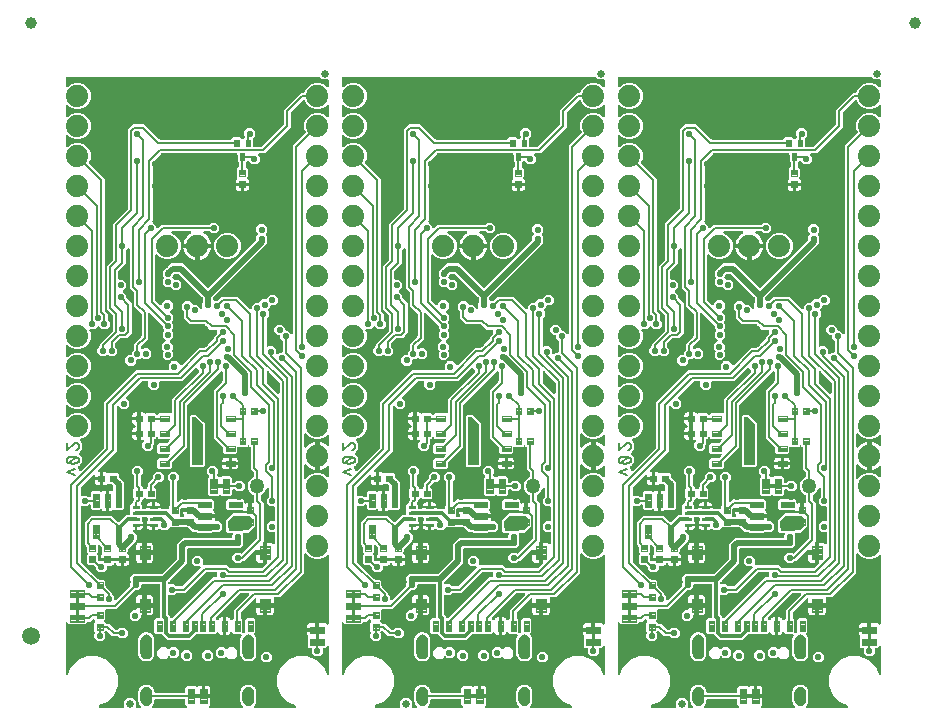
<source format=gbl>
G04 EAGLE Gerber RS-274X export*
G75*
%MOMM*%
%FSLAX34Y34*%
%LPD*%
%INBottom Copper*%
%IPPOS*%
%AMOC8*
5,1,8,0,0,1.08239X$1,22.5*%
G01*
%ADD10C,0.203200*%
%ADD11C,1.879600*%
%ADD12C,0.654000*%
%ADD13C,0.099059*%
%ADD14C,0.102000*%
%ADD15C,0.099000*%
%ADD16C,0.100000*%
%ADD17C,0.101200*%
%ADD18C,0.104500*%
%ADD19C,1.270000*%
%ADD20C,0.635000*%
%ADD21C,1.000000*%
%ADD22C,1.500000*%
%ADD23C,0.508000*%
%ADD24C,0.558800*%
%ADD25C,0.304800*%

G36*
X482156Y203306D02*
X482156Y203306D01*
X482290Y203308D01*
X482298Y203310D01*
X482307Y203310D01*
X482434Y203352D01*
X482562Y203391D01*
X482569Y203395D01*
X482577Y203398D01*
X482620Y203428D01*
X482800Y203546D01*
X482825Y203575D01*
X482850Y203593D01*
X502368Y223110D01*
X502420Y223180D01*
X502480Y223244D01*
X502506Y223293D01*
X502539Y223337D01*
X502570Y223419D01*
X502610Y223497D01*
X502618Y223545D01*
X502640Y223603D01*
X502652Y223751D01*
X502665Y223828D01*
X502665Y261508D01*
X529702Y288545D01*
X556514Y288545D01*
X556572Y288553D01*
X556630Y288551D01*
X556712Y288573D01*
X556796Y288585D01*
X556849Y288608D01*
X556905Y288623D01*
X556978Y288666D01*
X557055Y288701D01*
X557100Y288739D01*
X557150Y288768D01*
X557208Y288830D01*
X557272Y288884D01*
X557304Y288933D01*
X557344Y288976D01*
X557383Y289051D01*
X557430Y289121D01*
X557447Y289177D01*
X557474Y289229D01*
X557485Y289297D01*
X557515Y289392D01*
X557518Y289492D01*
X557529Y289560D01*
X557529Y293486D01*
X559235Y295192D01*
X559253Y295216D01*
X559275Y295235D01*
X559338Y295329D01*
X559406Y295419D01*
X559417Y295447D01*
X559433Y295471D01*
X559467Y295579D01*
X559507Y295685D01*
X559510Y295714D01*
X559519Y295742D01*
X559522Y295856D01*
X559531Y295968D01*
X559525Y295997D01*
X559526Y296026D01*
X559497Y296136D01*
X559475Y296247D01*
X559462Y296273D01*
X559454Y296301D01*
X559396Y296399D01*
X559344Y296499D01*
X559324Y296521D01*
X559309Y296546D01*
X559226Y296623D01*
X559148Y296705D01*
X559123Y296720D01*
X559102Y296740D01*
X559001Y296792D01*
X558903Y296849D01*
X558875Y296856D01*
X558848Y296870D01*
X558771Y296883D01*
X558628Y296919D01*
X558565Y296917D01*
X558517Y296925D01*
X554874Y296925D01*
X552195Y299604D01*
X552195Y303392D01*
X552790Y303987D01*
X552825Y304034D01*
X552868Y304074D01*
X552911Y304147D01*
X552961Y304214D01*
X552982Y304269D01*
X553012Y304319D01*
X553032Y304401D01*
X553062Y304480D01*
X553067Y304538D01*
X553082Y304595D01*
X553079Y304679D01*
X553086Y304763D01*
X553074Y304821D01*
X553073Y304879D01*
X553047Y304959D01*
X553030Y305042D01*
X553003Y305094D01*
X552985Y305150D01*
X552945Y305206D01*
X552899Y305294D01*
X552830Y305367D01*
X552790Y305423D01*
X551687Y306526D01*
X551687Y310314D01*
X554504Y313131D01*
X554539Y313178D01*
X554582Y313218D01*
X554625Y313291D01*
X554675Y313358D01*
X554696Y313413D01*
X554726Y313463D01*
X554746Y313545D01*
X554776Y313624D01*
X554781Y313682D01*
X554796Y313739D01*
X554793Y313823D01*
X554800Y313907D01*
X554788Y313965D01*
X554787Y314023D01*
X554761Y314103D01*
X554744Y314186D01*
X554717Y314238D01*
X554699Y314294D01*
X554659Y314350D01*
X554613Y314438D01*
X554544Y314511D01*
X554504Y314567D01*
X552195Y316876D01*
X552195Y320664D01*
X553139Y321608D01*
X553174Y321655D01*
X553217Y321695D01*
X553260Y321768D01*
X553310Y321835D01*
X553331Y321890D01*
X553361Y321940D01*
X553381Y322022D01*
X553411Y322101D01*
X553416Y322159D01*
X553431Y322216D01*
X553428Y322300D01*
X553435Y322384D01*
X553423Y322442D01*
X553422Y322500D01*
X553396Y322580D01*
X553379Y322663D01*
X553352Y322715D01*
X553334Y322771D01*
X553294Y322827D01*
X553248Y322915D01*
X553179Y322988D01*
X553139Y323044D01*
X552195Y323988D01*
X552195Y325828D01*
X552183Y325914D01*
X552180Y326002D01*
X552163Y326055D01*
X552155Y326109D01*
X552120Y326189D01*
X552093Y326272D01*
X552065Y326312D01*
X552039Y326369D01*
X551943Y326482D01*
X551898Y326546D01*
X541738Y336706D01*
X541714Y336723D01*
X541695Y336746D01*
X541601Y336809D01*
X541511Y336877D01*
X541483Y336887D01*
X541459Y336903D01*
X541351Y336938D01*
X541245Y336978D01*
X541216Y336980D01*
X541188Y336989D01*
X541074Y336992D01*
X540962Y337001D01*
X540933Y336996D01*
X540904Y336996D01*
X540794Y336968D01*
X540683Y336946D01*
X540657Y336932D01*
X540629Y336925D01*
X540531Y336867D01*
X540431Y336815D01*
X540409Y336794D01*
X540384Y336779D01*
X540307Y336697D01*
X540225Y336619D01*
X540210Y336593D01*
X540190Y336572D01*
X540138Y336471D01*
X540081Y336374D01*
X540074Y336345D01*
X540060Y336319D01*
X540047Y336242D01*
X540011Y336098D01*
X540013Y336036D01*
X540005Y335988D01*
X540005Y315072D01*
X533952Y309020D01*
X533900Y308950D01*
X533840Y308886D01*
X533814Y308837D01*
X533781Y308793D01*
X533750Y308711D01*
X533710Y308633D01*
X533702Y308585D01*
X533680Y308527D01*
X533668Y308379D01*
X533655Y308302D01*
X533655Y307096D01*
X533659Y307067D01*
X533656Y307037D01*
X533679Y306926D01*
X533695Y306814D01*
X533707Y306787D01*
X533712Y306759D01*
X533765Y306658D01*
X533811Y306555D01*
X533830Y306532D01*
X533843Y306506D01*
X533921Y306424D01*
X533994Y306338D01*
X534019Y306321D01*
X534039Y306300D01*
X534137Y306243D01*
X534231Y306180D01*
X534259Y306171D01*
X534284Y306156D01*
X534394Y306129D01*
X534502Y306094D01*
X534532Y306094D01*
X534560Y306086D01*
X534673Y306090D01*
X534786Y306087D01*
X534815Y306094D01*
X534844Y306095D01*
X534952Y306130D01*
X535061Y306159D01*
X535087Y306174D01*
X535115Y306183D01*
X535179Y306229D01*
X535306Y306304D01*
X535349Y306350D01*
X535388Y306378D01*
X536163Y307153D01*
X539951Y307153D01*
X542630Y304474D01*
X542630Y300686D01*
X539951Y298007D01*
X536163Y298007D01*
X535336Y298834D01*
X535290Y298869D01*
X535249Y298911D01*
X535177Y298954D01*
X535109Y299005D01*
X535055Y299025D01*
X535004Y299055D01*
X534923Y299076D01*
X534844Y299106D01*
X534785Y299111D01*
X534729Y299125D01*
X534644Y299122D01*
X534560Y299129D01*
X534503Y299118D01*
X534444Y299116D01*
X534364Y299090D01*
X534281Y299074D01*
X534230Y299047D01*
X534174Y299029D01*
X534118Y298989D01*
X534029Y298943D01*
X533957Y298874D01*
X533901Y298834D01*
X532754Y297687D01*
X530964Y297687D01*
X530906Y297679D01*
X530847Y297681D01*
X530766Y297659D01*
X530682Y297647D01*
X530629Y297624D01*
X530572Y297609D01*
X530500Y297566D01*
X530423Y297531D01*
X530378Y297493D01*
X530328Y297464D01*
X530270Y297402D01*
X530206Y297348D01*
X530173Y297299D01*
X530133Y297256D01*
X530095Y297181D01*
X530048Y297111D01*
X530030Y297055D01*
X530004Y297003D01*
X529992Y296935D01*
X529962Y296840D01*
X529960Y296740D01*
X529948Y296672D01*
X529948Y294882D01*
X527270Y292203D01*
X523482Y292203D01*
X520803Y294882D01*
X520803Y298670D01*
X523482Y301348D01*
X525272Y301348D01*
X525330Y301357D01*
X525388Y301355D01*
X525470Y301376D01*
X525554Y301388D01*
X525607Y301412D01*
X525663Y301427D01*
X525736Y301470D01*
X525813Y301504D01*
X525858Y301542D01*
X525908Y301572D01*
X525966Y301634D01*
X526030Y301688D01*
X526062Y301737D01*
X526102Y301779D01*
X526141Y301855D01*
X526188Y301925D01*
X526205Y301981D01*
X526232Y302033D01*
X526243Y302101D01*
X526273Y302196D01*
X526276Y302296D01*
X526287Y302364D01*
X526287Y304154D01*
X527768Y305635D01*
X527789Y305663D01*
X527808Y305679D01*
X527836Y305721D01*
X527880Y305768D01*
X527906Y305818D01*
X527939Y305862D01*
X527951Y305894D01*
X527966Y305916D01*
X527982Y305966D01*
X528010Y306022D01*
X528018Y306069D01*
X528040Y306128D01*
X528043Y306159D01*
X528051Y306187D01*
X528054Y306284D01*
X528065Y306353D01*
X528065Y311038D01*
X534118Y317090D01*
X534170Y317160D01*
X534230Y317224D01*
X534256Y317273D01*
X534289Y317317D01*
X534320Y317399D01*
X534360Y317477D01*
X534368Y317525D01*
X534390Y317583D01*
X534402Y317731D01*
X534415Y317808D01*
X534415Y336242D01*
X534403Y336328D01*
X534400Y336416D01*
X534383Y336469D01*
X534375Y336523D01*
X534340Y336603D01*
X534313Y336686D01*
X534285Y336726D01*
X534259Y336783D01*
X534163Y336896D01*
X534118Y336960D01*
X528065Y343012D01*
X528065Y354022D01*
X528053Y354108D01*
X528050Y354196D01*
X528033Y354249D01*
X528025Y354303D01*
X527990Y354383D01*
X527963Y354466D01*
X527935Y354506D01*
X527909Y354563D01*
X527813Y354676D01*
X527797Y354699D01*
X527792Y354707D01*
X527789Y354710D01*
X527768Y354740D01*
X524255Y358252D01*
X524255Y390877D01*
X524251Y390907D01*
X524254Y390936D01*
X524231Y391047D01*
X524215Y391159D01*
X524203Y391186D01*
X524198Y391214D01*
X524145Y391315D01*
X524099Y391418D01*
X524080Y391441D01*
X524067Y391467D01*
X523989Y391549D01*
X523916Y391635D01*
X523891Y391652D01*
X523871Y391673D01*
X523773Y391730D01*
X523679Y391793D01*
X523651Y391802D01*
X523626Y391817D01*
X523516Y391844D01*
X523408Y391879D01*
X523378Y391879D01*
X523350Y391887D01*
X523237Y391883D01*
X523124Y391886D01*
X523095Y391879D01*
X523066Y391878D01*
X522958Y391843D01*
X522849Y391814D01*
X522823Y391799D01*
X522795Y391790D01*
X522731Y391745D01*
X522604Y391669D01*
X522561Y391623D01*
X522522Y391595D01*
X521252Y390325D01*
X521230Y390295D01*
X521212Y390280D01*
X521185Y390240D01*
X521140Y390192D01*
X521114Y390142D01*
X521081Y390098D01*
X521069Y390065D01*
X521054Y390044D01*
X521039Y389994D01*
X521010Y389938D01*
X521002Y389891D01*
X520980Y389832D01*
X520977Y389800D01*
X520969Y389773D01*
X520966Y389676D01*
X520955Y389607D01*
X520955Y378572D01*
X514902Y372520D01*
X514850Y372450D01*
X514790Y372386D01*
X514764Y372337D01*
X514731Y372293D01*
X514700Y372211D01*
X514660Y372133D01*
X514652Y372085D01*
X514630Y372027D01*
X514618Y371879D01*
X514605Y371802D01*
X514605Y366268D01*
X514613Y366210D01*
X514611Y366152D01*
X514633Y366070D01*
X514645Y365986D01*
X514668Y365933D01*
X514683Y365877D01*
X514726Y365804D01*
X514761Y365727D01*
X514799Y365682D01*
X514828Y365632D01*
X514890Y365574D01*
X514944Y365510D01*
X514993Y365478D01*
X515036Y365438D01*
X515111Y365399D01*
X515181Y365352D01*
X515237Y365335D01*
X515289Y365308D01*
X515357Y365297D01*
X515452Y365267D01*
X515552Y365264D01*
X515620Y365253D01*
X518784Y365253D01*
X521463Y362574D01*
X521463Y358786D01*
X518995Y356318D01*
X518960Y356271D01*
X518917Y356231D01*
X518874Y356158D01*
X518824Y356091D01*
X518803Y356036D01*
X518773Y355986D01*
X518753Y355904D01*
X518723Y355825D01*
X518718Y355767D01*
X518703Y355710D01*
X518706Y355626D01*
X518699Y355542D01*
X518711Y355484D01*
X518712Y355426D01*
X518738Y355346D01*
X518755Y355263D01*
X518782Y355211D01*
X518800Y355155D01*
X518840Y355099D01*
X518886Y355011D01*
X518955Y354938D01*
X518995Y354882D01*
X521463Y352414D01*
X521463Y350320D01*
X521475Y350234D01*
X521478Y350146D01*
X521495Y350093D01*
X521503Y350039D01*
X521538Y349959D01*
X521565Y349876D01*
X521593Y349836D01*
X521619Y349779D01*
X521715Y349666D01*
X521760Y349602D01*
X526035Y345328D01*
X526035Y320152D01*
X521858Y315975D01*
X517198Y315975D01*
X517112Y315963D01*
X517024Y315960D01*
X516971Y315943D01*
X516917Y315935D01*
X516837Y315900D01*
X516754Y315873D01*
X516714Y315845D01*
X516657Y315819D01*
X516544Y315723D01*
X516480Y315678D01*
X512362Y311560D01*
X512310Y311490D01*
X512250Y311426D01*
X512224Y311377D01*
X512191Y311333D01*
X512160Y311251D01*
X512120Y311173D01*
X512112Y311125D01*
X512090Y311067D01*
X512078Y310919D01*
X512065Y310842D01*
X512065Y308893D01*
X512077Y308806D01*
X512080Y308719D01*
X512097Y308666D01*
X512105Y308611D01*
X512140Y308531D01*
X512167Y308448D01*
X512195Y308409D01*
X512221Y308352D01*
X512317Y308238D01*
X512362Y308175D01*
X513843Y306694D01*
X513843Y302906D01*
X511164Y300227D01*
X507376Y300227D01*
X506178Y301425D01*
X506131Y301460D01*
X506091Y301503D01*
X506018Y301546D01*
X505951Y301596D01*
X505896Y301617D01*
X505846Y301647D01*
X505764Y301667D01*
X505685Y301697D01*
X505627Y301702D01*
X505570Y301717D01*
X505486Y301714D01*
X505402Y301721D01*
X505344Y301709D01*
X505286Y301708D01*
X505206Y301682D01*
X505123Y301665D01*
X505071Y301638D01*
X505015Y301620D01*
X504959Y301580D01*
X504871Y301534D01*
X504798Y301465D01*
X504742Y301425D01*
X503544Y300227D01*
X499756Y300227D01*
X497077Y302906D01*
X497077Y306694D01*
X498558Y308175D01*
X498610Y308245D01*
X498670Y308308D01*
X498696Y308358D01*
X498729Y308402D01*
X498760Y308484D01*
X498800Y308562D01*
X498808Y308609D01*
X498830Y308668D01*
X498842Y308815D01*
X498855Y308893D01*
X498855Y311038D01*
X509988Y322170D01*
X510040Y322240D01*
X510100Y322304D01*
X510126Y322353D01*
X510159Y322397D01*
X510190Y322479D01*
X510230Y322557D01*
X510238Y322605D01*
X510260Y322663D01*
X510272Y322811D01*
X510285Y322888D01*
X510285Y334972D01*
X510273Y335058D01*
X510270Y335146D01*
X510253Y335199D01*
X510245Y335253D01*
X510210Y335333D01*
X510183Y335416D01*
X510155Y335456D01*
X510129Y335513D01*
X510033Y335626D01*
X509988Y335690D01*
X507140Y338538D01*
X505205Y340472D01*
X505205Y377078D01*
X509988Y381860D01*
X510040Y381930D01*
X510100Y381994D01*
X510126Y382043D01*
X510159Y382087D01*
X510190Y382169D01*
X510230Y382247D01*
X510238Y382295D01*
X510260Y382353D01*
X510272Y382501D01*
X510285Y382578D01*
X510285Y412638D01*
X512220Y414572D01*
X522688Y425040D01*
X522740Y425110D01*
X522800Y425174D01*
X522826Y425223D01*
X522859Y425267D01*
X522890Y425349D01*
X522930Y425427D01*
X522938Y425475D01*
X522960Y425533D01*
X522972Y425681D01*
X522985Y425758D01*
X522985Y492648D01*
X525228Y494890D01*
X527162Y496825D01*
X536748Y496825D01*
X549580Y483992D01*
X549650Y483940D01*
X549714Y483880D01*
X549763Y483854D01*
X549807Y483821D01*
X549889Y483790D01*
X549967Y483750D01*
X550015Y483742D01*
X550073Y483720D01*
X550221Y483708D01*
X550298Y483695D01*
X609666Y483695D01*
X609724Y483703D01*
X609782Y483701D01*
X609864Y483723D01*
X609948Y483735D01*
X610001Y483758D01*
X610057Y483773D01*
X610130Y483816D01*
X610207Y483851D01*
X610252Y483889D01*
X610302Y483918D01*
X610360Y483980D01*
X610424Y484034D01*
X610456Y484083D01*
X610496Y484126D01*
X610535Y484201D01*
X610582Y484271D01*
X610599Y484327D01*
X610626Y484379D01*
X610637Y484447D01*
X610667Y484542D01*
X610668Y484577D01*
X612020Y485929D01*
X617500Y485929D01*
X619042Y484387D01*
X619089Y484352D01*
X619129Y484309D01*
X619202Y484267D01*
X619269Y484216D01*
X619324Y484195D01*
X619374Y484166D01*
X619456Y484145D01*
X619535Y484115D01*
X619593Y484110D01*
X619650Y484096D01*
X619734Y484098D01*
X619818Y484091D01*
X619876Y484103D01*
X619934Y484105D01*
X620014Y484131D01*
X620097Y484147D01*
X620149Y484174D01*
X620205Y484192D01*
X620261Y484232D01*
X620349Y484278D01*
X620422Y484347D01*
X620478Y484387D01*
X621624Y485533D01*
X621659Y485580D01*
X621702Y485620D01*
X621744Y485693D01*
X621795Y485760D01*
X621816Y485815D01*
X621845Y485866D01*
X621866Y485947D01*
X621896Y486026D01*
X621901Y486084D01*
X621916Y486141D01*
X621913Y486226D01*
X621920Y486309D01*
X621908Y486367D01*
X621906Y486425D01*
X621881Y486506D01*
X621864Y486588D01*
X621837Y486640D01*
X621819Y486696D01*
X621779Y486752D01*
X621733Y486840D01*
X621664Y486913D01*
X621624Y486969D01*
X621537Y487056D01*
X621537Y490844D01*
X624216Y493523D01*
X628004Y493523D01*
X630683Y490844D01*
X630683Y487056D01*
X629136Y485509D01*
X629084Y485439D01*
X629024Y485376D01*
X628998Y485326D01*
X628965Y485282D01*
X628934Y485200D01*
X628894Y485122D01*
X628886Y485075D01*
X628864Y485016D01*
X628852Y484869D01*
X628839Y484791D01*
X628839Y478746D01*
X628847Y478688D01*
X628845Y478630D01*
X628867Y478548D01*
X628879Y478464D01*
X628902Y478411D01*
X628917Y478355D01*
X628960Y478282D01*
X628995Y478205D01*
X629033Y478160D01*
X629062Y478110D01*
X629124Y478052D01*
X629178Y477988D01*
X629227Y477956D01*
X629270Y477916D01*
X629345Y477877D01*
X629415Y477830D01*
X629471Y477813D01*
X629523Y477786D01*
X629591Y477775D01*
X629686Y477745D01*
X629786Y477742D01*
X629854Y477731D01*
X635918Y477731D01*
X636004Y477743D01*
X636092Y477746D01*
X636145Y477763D01*
X636199Y477771D01*
X636279Y477806D01*
X636362Y477833D01*
X636402Y477861D01*
X636459Y477887D01*
X636572Y477983D01*
X636636Y478028D01*
X654768Y496160D01*
X654820Y496230D01*
X654880Y496294D01*
X654906Y496343D01*
X654939Y496387D01*
X654970Y496469D01*
X655010Y496547D01*
X655018Y496595D01*
X655040Y496653D01*
X655052Y496801D01*
X655065Y496878D01*
X655065Y509158D01*
X669402Y523495D01*
X671642Y523495D01*
X671643Y523495D01*
X671645Y523495D01*
X671784Y523515D01*
X671923Y523535D01*
X671925Y523535D01*
X671926Y523535D01*
X672052Y523592D01*
X672183Y523651D01*
X672184Y523652D01*
X672185Y523653D01*
X672292Y523744D01*
X672400Y523834D01*
X672400Y523836D01*
X672402Y523837D01*
X672410Y523850D01*
X672557Y524071D01*
X672566Y524100D01*
X672580Y524121D01*
X673785Y527031D01*
X676929Y530175D01*
X681037Y531877D01*
X685483Y531877D01*
X689591Y530175D01*
X691432Y528334D01*
X691456Y528316D01*
X691475Y528294D01*
X691569Y528231D01*
X691659Y528163D01*
X691687Y528153D01*
X691711Y528137D01*
X691819Y528102D01*
X691925Y528062D01*
X691954Y528060D01*
X691982Y528051D01*
X692096Y528048D01*
X692208Y528038D01*
X692237Y528044D01*
X692266Y528043D01*
X692376Y528072D01*
X692487Y528094D01*
X692513Y528108D01*
X692541Y528115D01*
X692639Y528173D01*
X692739Y528225D01*
X692761Y528246D01*
X692786Y528261D01*
X692863Y528343D01*
X692945Y528421D01*
X692960Y528446D01*
X692980Y528468D01*
X693032Y528569D01*
X693089Y528666D01*
X693096Y528695D01*
X693110Y528721D01*
X693123Y528798D01*
X693159Y528942D01*
X693157Y529004D01*
X693165Y529052D01*
X693165Y533849D01*
X693161Y533878D01*
X693164Y533907D01*
X693141Y534018D01*
X693125Y534130D01*
X693113Y534157D01*
X693108Y534186D01*
X693056Y534286D01*
X693009Y534390D01*
X692990Y534412D01*
X692977Y534438D01*
X692899Y534520D01*
X692826Y534607D01*
X692801Y534623D01*
X692781Y534644D01*
X692683Y534701D01*
X692589Y534764D01*
X692561Y534773D01*
X692535Y534788D01*
X692426Y534816D01*
X692318Y534850D01*
X692288Y534851D01*
X692260Y534858D01*
X692147Y534854D01*
X692034Y534857D01*
X692005Y534850D01*
X691976Y534849D01*
X691868Y534814D01*
X691800Y534796D01*
X687558Y534796D01*
X685696Y536658D01*
X685627Y536710D01*
X685563Y536770D01*
X685513Y536796D01*
X685469Y536829D01*
X685388Y536860D01*
X685310Y536900D01*
X685262Y536908D01*
X685204Y536930D01*
X685056Y536942D01*
X684979Y536955D01*
X471170Y536955D01*
X471112Y536947D01*
X471054Y536949D01*
X470972Y536927D01*
X470888Y536915D01*
X470835Y536892D01*
X470779Y536877D01*
X470706Y536834D01*
X470629Y536799D01*
X470584Y536761D01*
X470534Y536732D01*
X470476Y536670D01*
X470412Y536616D01*
X470380Y536567D01*
X470340Y536524D01*
X470301Y536449D01*
X470254Y536379D01*
X470237Y536323D01*
X470210Y536271D01*
X470199Y536203D01*
X470169Y536108D01*
X470166Y536008D01*
X470155Y535940D01*
X470155Y529052D01*
X470159Y529023D01*
X470156Y528994D01*
X470179Y528883D01*
X470195Y528771D01*
X470207Y528744D01*
X470212Y528715D01*
X470265Y528614D01*
X470311Y528511D01*
X470330Y528489D01*
X470343Y528463D01*
X470421Y528381D01*
X470494Y528294D01*
X470519Y528278D01*
X470539Y528257D01*
X470637Y528199D01*
X470731Y528137D01*
X470759Y528128D01*
X470784Y528113D01*
X470894Y528085D01*
X471002Y528051D01*
X471032Y528050D01*
X471060Y528043D01*
X471173Y528046D01*
X471286Y528043D01*
X471315Y528051D01*
X471344Y528052D01*
X471452Y528087D01*
X471561Y528115D01*
X471587Y528130D01*
X471615Y528139D01*
X471678Y528185D01*
X471806Y528261D01*
X471849Y528306D01*
X471888Y528334D01*
X473729Y530175D01*
X477837Y531877D01*
X482283Y531877D01*
X486391Y530175D01*
X489535Y527031D01*
X491237Y522923D01*
X491237Y518477D01*
X489535Y514369D01*
X486391Y511225D01*
X482283Y509523D01*
X477837Y509523D01*
X473729Y511225D01*
X471888Y513066D01*
X471864Y513084D01*
X471845Y513106D01*
X471751Y513169D01*
X471661Y513237D01*
X471633Y513247D01*
X471609Y513263D01*
X471501Y513298D01*
X471395Y513338D01*
X471366Y513340D01*
X471338Y513349D01*
X471224Y513352D01*
X471112Y513362D01*
X471083Y513356D01*
X471054Y513357D01*
X470944Y513328D01*
X470833Y513306D01*
X470807Y513292D01*
X470779Y513285D01*
X470681Y513227D01*
X470581Y513175D01*
X470559Y513154D01*
X470534Y513139D01*
X470457Y513057D01*
X470375Y512979D01*
X470360Y512954D01*
X470340Y512932D01*
X470288Y512831D01*
X470231Y512734D01*
X470224Y512705D01*
X470210Y512679D01*
X470197Y512602D01*
X470161Y512458D01*
X470163Y512396D01*
X470155Y512348D01*
X470155Y503652D01*
X470159Y503623D01*
X470156Y503594D01*
X470179Y503483D01*
X470195Y503371D01*
X470207Y503344D01*
X470212Y503315D01*
X470265Y503214D01*
X470311Y503111D01*
X470330Y503089D01*
X470343Y503063D01*
X470421Y502981D01*
X470494Y502894D01*
X470519Y502878D01*
X470539Y502857D01*
X470637Y502799D01*
X470731Y502737D01*
X470759Y502728D01*
X470784Y502713D01*
X470894Y502685D01*
X471002Y502651D01*
X471032Y502650D01*
X471060Y502643D01*
X471173Y502646D01*
X471286Y502643D01*
X471315Y502651D01*
X471344Y502652D01*
X471452Y502687D01*
X471561Y502715D01*
X471587Y502730D01*
X471615Y502739D01*
X471678Y502785D01*
X471806Y502861D01*
X471849Y502906D01*
X471888Y502934D01*
X473729Y504775D01*
X477837Y506477D01*
X482283Y506477D01*
X486391Y504775D01*
X489535Y501631D01*
X491237Y497523D01*
X491237Y493077D01*
X489535Y488969D01*
X486391Y485825D01*
X482283Y484123D01*
X477837Y484123D01*
X473729Y485825D01*
X471888Y487666D01*
X471864Y487684D01*
X471845Y487706D01*
X471751Y487769D01*
X471661Y487837D01*
X471633Y487847D01*
X471609Y487863D01*
X471501Y487898D01*
X471395Y487938D01*
X471366Y487940D01*
X471338Y487949D01*
X471224Y487952D01*
X471112Y487962D01*
X471083Y487956D01*
X471054Y487957D01*
X470944Y487928D01*
X470833Y487906D01*
X470807Y487892D01*
X470779Y487885D01*
X470681Y487827D01*
X470581Y487775D01*
X470559Y487754D01*
X470534Y487739D01*
X470457Y487657D01*
X470375Y487579D01*
X470360Y487554D01*
X470340Y487532D01*
X470288Y487431D01*
X470231Y487334D01*
X470224Y487305D01*
X470210Y487279D01*
X470197Y487202D01*
X470161Y487058D01*
X470163Y486996D01*
X470155Y486948D01*
X470155Y478252D01*
X470159Y478223D01*
X470156Y478194D01*
X470179Y478083D01*
X470195Y477971D01*
X470207Y477944D01*
X470212Y477915D01*
X470265Y477814D01*
X470311Y477711D01*
X470330Y477689D01*
X470343Y477663D01*
X470421Y477581D01*
X470494Y477494D01*
X470519Y477478D01*
X470539Y477457D01*
X470637Y477399D01*
X470731Y477337D01*
X470759Y477328D01*
X470784Y477313D01*
X470894Y477285D01*
X471002Y477251D01*
X471032Y477250D01*
X471060Y477243D01*
X471173Y477246D01*
X471286Y477243D01*
X471315Y477251D01*
X471344Y477252D01*
X471452Y477287D01*
X471561Y477315D01*
X471587Y477330D01*
X471615Y477339D01*
X471678Y477385D01*
X471806Y477461D01*
X471849Y477506D01*
X471888Y477534D01*
X473729Y479375D01*
X477837Y481077D01*
X482283Y481077D01*
X486391Y479375D01*
X489535Y476231D01*
X491237Y472123D01*
X491237Y467677D01*
X490032Y464767D01*
X490031Y464766D01*
X490030Y464764D01*
X489996Y464630D01*
X489961Y464492D01*
X489961Y464490D01*
X489960Y464489D01*
X489965Y464342D01*
X489969Y464208D01*
X489969Y464206D01*
X489969Y464205D01*
X490012Y464072D01*
X490055Y463937D01*
X490056Y463936D01*
X490057Y463934D01*
X490065Y463922D01*
X490214Y463701D01*
X490237Y463681D01*
X490252Y463661D01*
X503175Y450738D01*
X503175Y339398D01*
X503187Y339312D01*
X503190Y339224D01*
X503207Y339171D01*
X503215Y339117D01*
X503250Y339037D01*
X503277Y338954D01*
X503305Y338914D01*
X503331Y338857D01*
X503427Y338744D01*
X503472Y338680D01*
X505715Y336438D01*
X505715Y331753D01*
X505727Y331666D01*
X505730Y331579D01*
X505747Y331526D01*
X505755Y331471D01*
X505790Y331391D01*
X505817Y331308D01*
X505845Y331269D01*
X505871Y331212D01*
X505932Y331140D01*
X505955Y331100D01*
X505986Y331071D01*
X506012Y331035D01*
X507493Y329554D01*
X507493Y325766D01*
X504814Y323087D01*
X501026Y323087D01*
X498558Y325555D01*
X498511Y325590D01*
X498471Y325633D01*
X498398Y325676D01*
X498331Y325726D01*
X498276Y325747D01*
X498226Y325777D01*
X498144Y325797D01*
X498065Y325827D01*
X498007Y325832D01*
X497950Y325847D01*
X497866Y325844D01*
X497782Y325851D01*
X497724Y325839D01*
X497666Y325838D01*
X497586Y325812D01*
X497503Y325795D01*
X497451Y325768D01*
X497395Y325750D01*
X497339Y325710D01*
X497251Y325664D01*
X497178Y325595D01*
X497122Y325555D01*
X494654Y323087D01*
X491363Y323087D01*
X491249Y323071D01*
X491135Y323061D01*
X491109Y323051D01*
X491081Y323047D01*
X490976Y323000D01*
X490869Y322959D01*
X490847Y322943D01*
X490822Y322931D01*
X490734Y322857D01*
X490643Y322788D01*
X490626Y322765D01*
X490605Y322748D01*
X490541Y322652D01*
X490472Y322560D01*
X490463Y322534D01*
X490447Y322511D01*
X490413Y322401D01*
X490372Y322294D01*
X490370Y322266D01*
X490361Y322240D01*
X490358Y322125D01*
X490349Y322011D01*
X490355Y321986D01*
X490354Y321956D01*
X490421Y321699D01*
X490425Y321683D01*
X491237Y319723D01*
X491237Y315277D01*
X489535Y311169D01*
X486391Y308025D01*
X482283Y306323D01*
X477837Y306323D01*
X473729Y308025D01*
X471888Y309866D01*
X471864Y309884D01*
X471845Y309906D01*
X471751Y309969D01*
X471661Y310037D01*
X471633Y310047D01*
X471609Y310063D01*
X471501Y310098D01*
X471395Y310138D01*
X471366Y310140D01*
X471338Y310149D01*
X471224Y310152D01*
X471112Y310162D01*
X471083Y310156D01*
X471054Y310157D01*
X470944Y310128D01*
X470833Y310106D01*
X470807Y310092D01*
X470779Y310085D01*
X470681Y310027D01*
X470581Y309975D01*
X470559Y309954D01*
X470534Y309939D01*
X470457Y309857D01*
X470375Y309779D01*
X470360Y309754D01*
X470340Y309732D01*
X470288Y309631D01*
X470231Y309534D01*
X470224Y309505D01*
X470210Y309479D01*
X470197Y309402D01*
X470161Y309258D01*
X470163Y309196D01*
X470155Y309148D01*
X470155Y300452D01*
X470159Y300423D01*
X470156Y300394D01*
X470179Y300283D01*
X470195Y300171D01*
X470207Y300144D01*
X470212Y300115D01*
X470265Y300014D01*
X470311Y299911D01*
X470330Y299889D01*
X470343Y299863D01*
X470421Y299781D01*
X470494Y299694D01*
X470519Y299678D01*
X470539Y299657D01*
X470637Y299599D01*
X470731Y299537D01*
X470759Y299528D01*
X470784Y299513D01*
X470894Y299485D01*
X471002Y299451D01*
X471032Y299450D01*
X471060Y299443D01*
X471173Y299446D01*
X471286Y299443D01*
X471315Y299451D01*
X471344Y299452D01*
X471452Y299487D01*
X471561Y299515D01*
X471587Y299530D01*
X471615Y299539D01*
X471678Y299585D01*
X471806Y299661D01*
X471849Y299706D01*
X471888Y299734D01*
X473729Y301575D01*
X477837Y303277D01*
X482283Y303277D01*
X486391Y301575D01*
X489535Y298431D01*
X491237Y294323D01*
X491237Y289877D01*
X489535Y285769D01*
X486391Y282625D01*
X482283Y280923D01*
X477837Y280923D01*
X473729Y282625D01*
X471888Y284466D01*
X471864Y284484D01*
X471845Y284506D01*
X471751Y284569D01*
X471661Y284637D01*
X471633Y284647D01*
X471609Y284663D01*
X471501Y284698D01*
X471395Y284738D01*
X471366Y284740D01*
X471338Y284749D01*
X471224Y284752D01*
X471112Y284762D01*
X471083Y284756D01*
X471054Y284757D01*
X470944Y284728D01*
X470833Y284706D01*
X470807Y284692D01*
X470779Y284685D01*
X470681Y284627D01*
X470581Y284575D01*
X470559Y284554D01*
X470534Y284539D01*
X470457Y284457D01*
X470375Y284379D01*
X470360Y284354D01*
X470340Y284332D01*
X470288Y284231D01*
X470231Y284134D01*
X470224Y284105D01*
X470210Y284079D01*
X470197Y284002D01*
X470161Y283858D01*
X470163Y283796D01*
X470155Y283748D01*
X470155Y275052D01*
X470159Y275023D01*
X470156Y274994D01*
X470179Y274883D01*
X470195Y274771D01*
X470207Y274744D01*
X470212Y274715D01*
X470265Y274614D01*
X470311Y274511D01*
X470330Y274489D01*
X470343Y274463D01*
X470421Y274381D01*
X470494Y274294D01*
X470519Y274278D01*
X470539Y274257D01*
X470637Y274199D01*
X470731Y274137D01*
X470759Y274128D01*
X470784Y274113D01*
X470894Y274085D01*
X471002Y274051D01*
X471032Y274050D01*
X471060Y274043D01*
X471173Y274046D01*
X471286Y274043D01*
X471315Y274051D01*
X471344Y274052D01*
X471452Y274087D01*
X471561Y274115D01*
X471587Y274130D01*
X471615Y274139D01*
X471678Y274185D01*
X471806Y274261D01*
X471849Y274306D01*
X471888Y274334D01*
X473729Y276175D01*
X477837Y277877D01*
X482283Y277877D01*
X486391Y276175D01*
X489535Y273031D01*
X491237Y268923D01*
X491237Y264477D01*
X489535Y260369D01*
X486391Y257225D01*
X482283Y255523D01*
X477837Y255523D01*
X473729Y257225D01*
X471888Y259066D01*
X471864Y259084D01*
X471845Y259106D01*
X471751Y259169D01*
X471661Y259237D01*
X471633Y259247D01*
X471609Y259263D01*
X471501Y259298D01*
X471395Y259338D01*
X471366Y259340D01*
X471338Y259349D01*
X471224Y259352D01*
X471112Y259362D01*
X471083Y259356D01*
X471054Y259357D01*
X470944Y259328D01*
X470833Y259306D01*
X470807Y259292D01*
X470779Y259285D01*
X470681Y259227D01*
X470581Y259175D01*
X470559Y259154D01*
X470534Y259139D01*
X470457Y259057D01*
X470375Y258979D01*
X470360Y258954D01*
X470340Y258932D01*
X470288Y258831D01*
X470231Y258734D01*
X470224Y258705D01*
X470210Y258679D01*
X470197Y258602D01*
X470161Y258458D01*
X470163Y258396D01*
X470155Y258348D01*
X470155Y249652D01*
X470159Y249623D01*
X470156Y249594D01*
X470179Y249483D01*
X470195Y249371D01*
X470207Y249344D01*
X470212Y249315D01*
X470265Y249214D01*
X470311Y249111D01*
X470330Y249089D01*
X470343Y249063D01*
X470421Y248981D01*
X470494Y248894D01*
X470519Y248878D01*
X470539Y248857D01*
X470637Y248799D01*
X470731Y248737D01*
X470759Y248728D01*
X470784Y248713D01*
X470894Y248685D01*
X471002Y248651D01*
X471032Y248650D01*
X471060Y248643D01*
X471173Y248646D01*
X471286Y248643D01*
X471315Y248651D01*
X471344Y248652D01*
X471452Y248687D01*
X471561Y248715D01*
X471587Y248730D01*
X471615Y248739D01*
X471678Y248785D01*
X471806Y248861D01*
X471849Y248906D01*
X471888Y248934D01*
X473729Y250775D01*
X477837Y252477D01*
X482283Y252477D01*
X486391Y250775D01*
X489535Y247631D01*
X491237Y243523D01*
X491237Y239077D01*
X489535Y234969D01*
X486391Y231825D01*
X482630Y230267D01*
X482540Y230214D01*
X482446Y230167D01*
X482418Y230142D01*
X482386Y230123D01*
X482313Y230046D01*
X482236Y229975D01*
X482216Y229943D01*
X482190Y229916D01*
X482142Y229822D01*
X482087Y229733D01*
X482077Y229697D01*
X482060Y229663D01*
X482040Y229560D01*
X482012Y229459D01*
X482012Y229421D01*
X482005Y229384D01*
X482014Y229280D01*
X482016Y229174D01*
X482026Y229138D01*
X482030Y229101D01*
X482067Y229003D01*
X482098Y228902D01*
X482118Y228871D01*
X482132Y228836D01*
X482195Y228752D01*
X482252Y228664D01*
X482278Y228642D01*
X482303Y228609D01*
X482465Y228488D01*
X482511Y228450D01*
X482915Y228217D01*
X484379Y225682D01*
X484379Y224218D01*
X484379Y222641D01*
X484379Y222640D01*
X484379Y222195D01*
X481999Y218923D01*
X481818Y218865D01*
X481727Y218820D01*
X481633Y218784D01*
X481600Y218758D01*
X481562Y218740D01*
X481487Y218672D01*
X481407Y218611D01*
X481382Y218577D01*
X481351Y218549D01*
X481298Y218464D01*
X481238Y218382D01*
X481223Y218343D01*
X481201Y218308D01*
X481174Y218211D01*
X481139Y218116D01*
X481136Y218074D01*
X481124Y218034D01*
X481125Y217933D01*
X481118Y217832D01*
X481126Y217792D01*
X481126Y217750D01*
X481155Y217653D01*
X481176Y217554D01*
X481195Y217517D01*
X481207Y217477D01*
X481261Y217392D01*
X481309Y217303D01*
X481338Y217273D01*
X481360Y217238D01*
X481436Y217171D01*
X481506Y217098D01*
X481539Y217081D01*
X481573Y217050D01*
X481741Y216971D01*
X481801Y216938D01*
X482521Y216692D01*
X484379Y214091D01*
X484379Y210894D01*
X482521Y208293D01*
X481231Y207850D01*
X481167Y207818D01*
X481115Y207803D01*
X480868Y207682D01*
X480757Y207607D01*
X480645Y207534D01*
X480640Y207528D01*
X480632Y207523D01*
X480547Y207420D01*
X480459Y207319D01*
X480456Y207311D01*
X480450Y207305D01*
X480397Y207183D01*
X480340Y207061D01*
X480339Y207052D01*
X480336Y207044D01*
X480318Y206912D01*
X480298Y206780D01*
X480299Y206772D01*
X480298Y206763D01*
X480339Y206481D01*
X480347Y206464D01*
X480350Y206448D01*
X481169Y203990D01*
X481173Y203982D01*
X481175Y203974D01*
X481237Y203854D01*
X481296Y203735D01*
X481302Y203729D01*
X481306Y203721D01*
X481397Y203625D01*
X481488Y203526D01*
X481496Y203521D01*
X481502Y203515D01*
X481617Y203448D01*
X481731Y203378D01*
X481740Y203376D01*
X481747Y203371D01*
X481877Y203338D01*
X482006Y203303D01*
X482014Y203303D01*
X482022Y203301D01*
X482156Y203306D01*
G37*
G36*
X248476Y203306D02*
X248476Y203306D01*
X248610Y203308D01*
X248618Y203310D01*
X248627Y203310D01*
X248754Y203352D01*
X248882Y203391D01*
X248889Y203395D01*
X248897Y203398D01*
X248940Y203428D01*
X249120Y203546D01*
X249145Y203575D01*
X249170Y203593D01*
X268688Y223110D01*
X268740Y223180D01*
X268800Y223244D01*
X268826Y223293D01*
X268859Y223337D01*
X268890Y223419D01*
X268930Y223497D01*
X268938Y223545D01*
X268960Y223603D01*
X268972Y223751D01*
X268985Y223828D01*
X268985Y261508D01*
X296022Y288545D01*
X322834Y288545D01*
X322892Y288553D01*
X322950Y288551D01*
X323032Y288573D01*
X323116Y288585D01*
X323169Y288608D01*
X323225Y288623D01*
X323298Y288666D01*
X323375Y288701D01*
X323420Y288739D01*
X323470Y288768D01*
X323528Y288830D01*
X323592Y288884D01*
X323624Y288933D01*
X323664Y288976D01*
X323703Y289051D01*
X323750Y289121D01*
X323767Y289177D01*
X323794Y289229D01*
X323805Y289297D01*
X323835Y289392D01*
X323838Y289492D01*
X323849Y289560D01*
X323849Y293486D01*
X325555Y295192D01*
X325573Y295216D01*
X325595Y295235D01*
X325658Y295329D01*
X325726Y295419D01*
X325737Y295447D01*
X325753Y295471D01*
X325787Y295579D01*
X325827Y295685D01*
X325830Y295714D01*
X325839Y295742D01*
X325842Y295856D01*
X325851Y295968D01*
X325845Y295997D01*
X325846Y296026D01*
X325817Y296136D01*
X325795Y296247D01*
X325782Y296273D01*
X325774Y296301D01*
X325716Y296399D01*
X325664Y296499D01*
X325644Y296521D01*
X325629Y296546D01*
X325546Y296623D01*
X325468Y296705D01*
X325443Y296720D01*
X325422Y296740D01*
X325321Y296792D01*
X325223Y296849D01*
X325195Y296856D01*
X325168Y296870D01*
X325091Y296883D01*
X324948Y296919D01*
X324885Y296917D01*
X324837Y296925D01*
X321194Y296925D01*
X318515Y299604D01*
X318515Y303392D01*
X319110Y303987D01*
X319145Y304034D01*
X319188Y304074D01*
X319231Y304147D01*
X319281Y304214D01*
X319302Y304269D01*
X319332Y304319D01*
X319352Y304401D01*
X319382Y304480D01*
X319387Y304538D01*
X319402Y304595D01*
X319399Y304679D01*
X319406Y304763D01*
X319394Y304821D01*
X319393Y304879D01*
X319367Y304959D01*
X319350Y305042D01*
X319323Y305094D01*
X319305Y305150D01*
X319265Y305206D01*
X319219Y305294D01*
X319150Y305367D01*
X319110Y305423D01*
X318007Y306526D01*
X318007Y310314D01*
X320824Y313131D01*
X320859Y313178D01*
X320902Y313218D01*
X320945Y313291D01*
X320995Y313358D01*
X321016Y313413D01*
X321046Y313463D01*
X321066Y313545D01*
X321096Y313624D01*
X321101Y313682D01*
X321116Y313739D01*
X321113Y313823D01*
X321120Y313907D01*
X321108Y313965D01*
X321107Y314023D01*
X321081Y314103D01*
X321064Y314186D01*
X321037Y314238D01*
X321019Y314294D01*
X320979Y314350D01*
X320933Y314438D01*
X320864Y314511D01*
X320824Y314567D01*
X318515Y316876D01*
X318515Y320664D01*
X319459Y321608D01*
X319494Y321655D01*
X319537Y321695D01*
X319580Y321768D01*
X319630Y321835D01*
X319651Y321890D01*
X319681Y321940D01*
X319701Y322022D01*
X319731Y322101D01*
X319736Y322159D01*
X319751Y322216D01*
X319748Y322300D01*
X319755Y322384D01*
X319743Y322442D01*
X319742Y322500D01*
X319716Y322580D01*
X319699Y322663D01*
X319672Y322715D01*
X319654Y322771D01*
X319614Y322827D01*
X319568Y322915D01*
X319499Y322988D01*
X319459Y323044D01*
X318515Y323988D01*
X318515Y325828D01*
X318503Y325914D01*
X318500Y326002D01*
X318483Y326055D01*
X318475Y326109D01*
X318440Y326189D01*
X318413Y326272D01*
X318385Y326312D01*
X318359Y326369D01*
X318263Y326482D01*
X318218Y326546D01*
X308058Y336706D01*
X308034Y336723D01*
X308015Y336746D01*
X307921Y336809D01*
X307831Y336877D01*
X307803Y336887D01*
X307779Y336903D01*
X307671Y336938D01*
X307565Y336978D01*
X307536Y336980D01*
X307508Y336989D01*
X307394Y336992D01*
X307282Y337001D01*
X307253Y336996D01*
X307224Y336996D01*
X307114Y336968D01*
X307003Y336946D01*
X306977Y336932D01*
X306949Y336925D01*
X306851Y336867D01*
X306751Y336815D01*
X306729Y336794D01*
X306704Y336779D01*
X306627Y336697D01*
X306545Y336619D01*
X306530Y336593D01*
X306510Y336572D01*
X306458Y336471D01*
X306401Y336374D01*
X306394Y336345D01*
X306380Y336319D01*
X306367Y336242D01*
X306331Y336098D01*
X306333Y336036D01*
X306325Y335988D01*
X306325Y315072D01*
X300272Y309020D01*
X300220Y308950D01*
X300160Y308886D01*
X300134Y308837D01*
X300101Y308793D01*
X300070Y308711D01*
X300030Y308633D01*
X300022Y308585D01*
X300000Y308527D01*
X299988Y308379D01*
X299975Y308302D01*
X299975Y307096D01*
X299979Y307067D01*
X299976Y307037D01*
X299999Y306926D01*
X300015Y306814D01*
X300027Y306787D01*
X300032Y306759D01*
X300085Y306658D01*
X300131Y306555D01*
X300150Y306532D01*
X300163Y306506D01*
X300241Y306424D01*
X300314Y306338D01*
X300339Y306321D01*
X300359Y306300D01*
X300457Y306243D01*
X300551Y306180D01*
X300579Y306171D01*
X300604Y306156D01*
X300714Y306129D01*
X300822Y306094D01*
X300852Y306094D01*
X300880Y306086D01*
X300993Y306090D01*
X301106Y306087D01*
X301135Y306094D01*
X301164Y306095D01*
X301272Y306130D01*
X301381Y306159D01*
X301407Y306174D01*
X301435Y306183D01*
X301499Y306229D01*
X301626Y306304D01*
X301669Y306350D01*
X301708Y306378D01*
X302483Y307153D01*
X306271Y307153D01*
X308950Y304474D01*
X308950Y300686D01*
X306271Y298007D01*
X302483Y298007D01*
X301656Y298834D01*
X301610Y298869D01*
X301569Y298911D01*
X301497Y298954D01*
X301429Y299005D01*
X301375Y299025D01*
X301324Y299055D01*
X301243Y299076D01*
X301164Y299106D01*
X301105Y299111D01*
X301049Y299125D01*
X300964Y299122D01*
X300880Y299129D01*
X300823Y299118D01*
X300764Y299116D01*
X300684Y299090D01*
X300601Y299074D01*
X300550Y299047D01*
X300494Y299029D01*
X300438Y298989D01*
X300349Y298943D01*
X300277Y298874D01*
X300221Y298834D01*
X299074Y297687D01*
X297284Y297687D01*
X297226Y297679D01*
X297167Y297681D01*
X297086Y297659D01*
X297002Y297647D01*
X296949Y297624D01*
X296892Y297609D01*
X296820Y297566D01*
X296743Y297531D01*
X296698Y297493D01*
X296648Y297464D01*
X296590Y297402D01*
X296526Y297348D01*
X296493Y297299D01*
X296453Y297256D01*
X296415Y297181D01*
X296368Y297111D01*
X296350Y297055D01*
X296324Y297003D01*
X296312Y296935D01*
X296282Y296840D01*
X296280Y296740D01*
X296268Y296672D01*
X296268Y294882D01*
X293590Y292203D01*
X289802Y292203D01*
X287123Y294882D01*
X287123Y298670D01*
X289802Y301348D01*
X291592Y301348D01*
X291650Y301357D01*
X291708Y301355D01*
X291790Y301376D01*
X291874Y301388D01*
X291927Y301412D01*
X291983Y301427D01*
X292056Y301470D01*
X292133Y301504D01*
X292178Y301542D01*
X292228Y301572D01*
X292286Y301634D01*
X292350Y301688D01*
X292382Y301737D01*
X292422Y301779D01*
X292461Y301855D01*
X292508Y301925D01*
X292525Y301981D01*
X292552Y302033D01*
X292563Y302101D01*
X292593Y302196D01*
X292596Y302296D01*
X292607Y302364D01*
X292607Y304154D01*
X294088Y305635D01*
X294109Y305663D01*
X294128Y305679D01*
X294156Y305721D01*
X294200Y305768D01*
X294226Y305818D01*
X294259Y305862D01*
X294271Y305894D01*
X294286Y305916D01*
X294302Y305967D01*
X294330Y306022D01*
X294338Y306069D01*
X294360Y306128D01*
X294363Y306159D01*
X294371Y306187D01*
X294374Y306284D01*
X294385Y306353D01*
X294385Y311038D01*
X300438Y317090D01*
X300490Y317160D01*
X300550Y317224D01*
X300576Y317273D01*
X300609Y317317D01*
X300640Y317399D01*
X300680Y317477D01*
X300688Y317525D01*
X300710Y317583D01*
X300722Y317731D01*
X300735Y317808D01*
X300735Y336242D01*
X300723Y336328D01*
X300720Y336416D01*
X300703Y336469D01*
X300695Y336523D01*
X300660Y336603D01*
X300633Y336686D01*
X300605Y336726D01*
X300579Y336783D01*
X300483Y336896D01*
X300438Y336960D01*
X294385Y343012D01*
X294385Y354022D01*
X294373Y354108D01*
X294370Y354196D01*
X294353Y354249D01*
X294345Y354303D01*
X294310Y354383D01*
X294283Y354466D01*
X294255Y354506D01*
X294229Y354563D01*
X294133Y354676D01*
X294117Y354699D01*
X294112Y354707D01*
X294109Y354710D01*
X294088Y354740D01*
X290575Y358252D01*
X290575Y390877D01*
X290571Y390907D01*
X290574Y390936D01*
X290551Y391047D01*
X290535Y391159D01*
X290523Y391186D01*
X290518Y391214D01*
X290465Y391315D01*
X290419Y391418D01*
X290400Y391441D01*
X290387Y391467D01*
X290309Y391549D01*
X290236Y391635D01*
X290211Y391652D01*
X290191Y391673D01*
X290093Y391730D01*
X289999Y391793D01*
X289971Y391802D01*
X289946Y391817D01*
X289836Y391844D01*
X289728Y391879D01*
X289698Y391879D01*
X289670Y391887D01*
X289557Y391883D01*
X289444Y391886D01*
X289415Y391879D01*
X289386Y391878D01*
X289278Y391843D01*
X289169Y391814D01*
X289143Y391799D01*
X289115Y391790D01*
X289051Y391745D01*
X288924Y391669D01*
X288881Y391623D01*
X288842Y391595D01*
X287572Y390325D01*
X287550Y390295D01*
X287532Y390280D01*
X287505Y390240D01*
X287460Y390192D01*
X287434Y390142D01*
X287401Y390098D01*
X287389Y390065D01*
X287374Y390044D01*
X287359Y389994D01*
X287330Y389938D01*
X287322Y389891D01*
X287300Y389832D01*
X287297Y389800D01*
X287289Y389773D01*
X287286Y389676D01*
X287275Y389607D01*
X287275Y378572D01*
X281222Y372520D01*
X281170Y372450D01*
X281110Y372386D01*
X281084Y372337D01*
X281051Y372293D01*
X281020Y372211D01*
X280980Y372133D01*
X280972Y372085D01*
X280950Y372027D01*
X280938Y371879D01*
X280925Y371802D01*
X280925Y366268D01*
X280933Y366210D01*
X280931Y366152D01*
X280953Y366070D01*
X280965Y365986D01*
X280988Y365933D01*
X281003Y365877D01*
X281046Y365804D01*
X281081Y365727D01*
X281119Y365682D01*
X281148Y365632D01*
X281210Y365574D01*
X281264Y365510D01*
X281313Y365478D01*
X281356Y365438D01*
X281431Y365399D01*
X281501Y365352D01*
X281557Y365335D01*
X281609Y365308D01*
X281677Y365297D01*
X281772Y365267D01*
X281872Y365264D01*
X281940Y365253D01*
X285104Y365253D01*
X287783Y362574D01*
X287783Y358786D01*
X285315Y356318D01*
X285280Y356271D01*
X285237Y356231D01*
X285194Y356158D01*
X285144Y356091D01*
X285123Y356036D01*
X285093Y355986D01*
X285073Y355904D01*
X285043Y355825D01*
X285038Y355767D01*
X285023Y355710D01*
X285026Y355626D01*
X285019Y355542D01*
X285031Y355484D01*
X285032Y355426D01*
X285058Y355346D01*
X285075Y355263D01*
X285102Y355211D01*
X285120Y355155D01*
X285160Y355099D01*
X285206Y355011D01*
X285275Y354938D01*
X285315Y354882D01*
X287783Y352414D01*
X287783Y350320D01*
X287795Y350234D01*
X287798Y350146D01*
X287815Y350093D01*
X287823Y350039D01*
X287858Y349959D01*
X287885Y349876D01*
X287913Y349836D01*
X287939Y349779D01*
X288035Y349666D01*
X288080Y349602D01*
X292355Y345328D01*
X292355Y320152D01*
X290420Y318218D01*
X290112Y317910D01*
X288178Y315975D01*
X283518Y315975D01*
X283432Y315963D01*
X283344Y315960D01*
X283291Y315943D01*
X283237Y315935D01*
X283157Y315900D01*
X283074Y315873D01*
X283034Y315845D01*
X282977Y315819D01*
X282864Y315723D01*
X282800Y315678D01*
X278682Y311560D01*
X278630Y311490D01*
X278570Y311426D01*
X278544Y311377D01*
X278511Y311333D01*
X278480Y311251D01*
X278440Y311173D01*
X278432Y311125D01*
X278410Y311067D01*
X278398Y310919D01*
X278385Y310842D01*
X278385Y308893D01*
X278397Y308806D01*
X278400Y308719D01*
X278417Y308666D01*
X278425Y308611D01*
X278460Y308531D01*
X278487Y308448D01*
X278515Y308409D01*
X278541Y308352D01*
X278637Y308238D01*
X278682Y308175D01*
X280163Y306694D01*
X280163Y302906D01*
X277484Y300227D01*
X273696Y300227D01*
X272498Y301425D01*
X272451Y301460D01*
X272411Y301503D01*
X272338Y301546D01*
X272271Y301596D01*
X272216Y301617D01*
X272166Y301647D01*
X272084Y301667D01*
X272005Y301697D01*
X271947Y301702D01*
X271890Y301717D01*
X271806Y301714D01*
X271722Y301721D01*
X271664Y301709D01*
X271606Y301708D01*
X271526Y301682D01*
X271443Y301665D01*
X271391Y301638D01*
X271335Y301620D01*
X271279Y301580D01*
X271191Y301534D01*
X271118Y301465D01*
X271062Y301425D01*
X269864Y300227D01*
X266076Y300227D01*
X263397Y302906D01*
X263397Y306694D01*
X264878Y308175D01*
X264930Y308245D01*
X264990Y308308D01*
X265016Y308358D01*
X265049Y308402D01*
X265080Y308484D01*
X265120Y308562D01*
X265128Y308609D01*
X265150Y308668D01*
X265162Y308815D01*
X265175Y308893D01*
X265175Y311038D01*
X276308Y322170D01*
X276360Y322240D01*
X276420Y322304D01*
X276446Y322353D01*
X276479Y322397D01*
X276510Y322479D01*
X276550Y322557D01*
X276558Y322605D01*
X276580Y322663D01*
X276592Y322811D01*
X276605Y322888D01*
X276605Y334972D01*
X276593Y335058D01*
X276590Y335146D01*
X276573Y335199D01*
X276565Y335253D01*
X276530Y335333D01*
X276503Y335416D01*
X276475Y335456D01*
X276449Y335513D01*
X276353Y335626D01*
X276308Y335690D01*
X271525Y340472D01*
X271525Y377078D01*
X276308Y381860D01*
X276360Y381930D01*
X276420Y381994D01*
X276446Y382043D01*
X276479Y382087D01*
X276510Y382169D01*
X276550Y382247D01*
X276558Y382295D01*
X276580Y382353D01*
X276592Y382501D01*
X276605Y382578D01*
X276605Y412638D01*
X289008Y425040D01*
X289060Y425110D01*
X289120Y425174D01*
X289146Y425223D01*
X289179Y425267D01*
X289210Y425349D01*
X289250Y425427D01*
X289258Y425475D01*
X289280Y425533D01*
X289292Y425681D01*
X289305Y425758D01*
X289305Y492648D01*
X293482Y496825D01*
X303068Y496825D01*
X315900Y483992D01*
X315970Y483940D01*
X316034Y483880D01*
X316083Y483854D01*
X316127Y483821D01*
X316209Y483790D01*
X316287Y483750D01*
X316335Y483742D01*
X316393Y483720D01*
X316541Y483708D01*
X316618Y483695D01*
X375986Y483695D01*
X376044Y483703D01*
X376102Y483701D01*
X376184Y483723D01*
X376268Y483735D01*
X376321Y483758D01*
X376377Y483773D01*
X376450Y483816D01*
X376527Y483851D01*
X376572Y483889D01*
X376622Y483918D01*
X376680Y483980D01*
X376744Y484034D01*
X376776Y484083D01*
X376816Y484126D01*
X376855Y484201D01*
X376902Y484271D01*
X376919Y484327D01*
X376946Y484379D01*
X376957Y484447D01*
X376987Y484542D01*
X376988Y484577D01*
X378340Y485929D01*
X383820Y485929D01*
X385362Y484387D01*
X385409Y484352D01*
X385449Y484309D01*
X385522Y484267D01*
X385589Y484216D01*
X385644Y484195D01*
X385694Y484166D01*
X385776Y484145D01*
X385855Y484115D01*
X385913Y484110D01*
X385970Y484096D01*
X386054Y484098D01*
X386138Y484091D01*
X386196Y484103D01*
X386254Y484105D01*
X386334Y484131D01*
X386417Y484147D01*
X386469Y484174D01*
X386525Y484192D01*
X386581Y484232D01*
X386669Y484278D01*
X386742Y484347D01*
X386798Y484387D01*
X387944Y485533D01*
X387979Y485580D01*
X388022Y485620D01*
X388064Y485693D01*
X388115Y485760D01*
X388136Y485815D01*
X388165Y485866D01*
X388186Y485947D01*
X388216Y486026D01*
X388221Y486084D01*
X388236Y486141D01*
X388233Y486226D01*
X388240Y486309D01*
X388228Y486367D01*
X388226Y486425D01*
X388201Y486506D01*
X388184Y486588D01*
X388157Y486640D01*
X388139Y486696D01*
X388099Y486752D01*
X388053Y486840D01*
X387984Y486913D01*
X387944Y486969D01*
X387857Y487056D01*
X387857Y490844D01*
X390536Y493523D01*
X394324Y493523D01*
X397003Y490844D01*
X397003Y487056D01*
X395456Y485509D01*
X395404Y485439D01*
X395344Y485376D01*
X395318Y485326D01*
X395285Y485282D01*
X395254Y485200D01*
X395214Y485122D01*
X395206Y485075D01*
X395184Y485016D01*
X395172Y484869D01*
X395159Y484791D01*
X395159Y478746D01*
X395167Y478688D01*
X395165Y478630D01*
X395187Y478548D01*
X395199Y478464D01*
X395222Y478411D01*
X395237Y478355D01*
X395280Y478282D01*
X395315Y478205D01*
X395353Y478160D01*
X395382Y478110D01*
X395444Y478052D01*
X395498Y477988D01*
X395547Y477956D01*
X395590Y477916D01*
X395665Y477877D01*
X395735Y477830D01*
X395791Y477813D01*
X395843Y477786D01*
X395911Y477775D01*
X396006Y477745D01*
X396106Y477742D01*
X396174Y477731D01*
X402238Y477731D01*
X402324Y477743D01*
X402412Y477746D01*
X402465Y477763D01*
X402519Y477771D01*
X402599Y477806D01*
X402682Y477833D01*
X402722Y477861D01*
X402779Y477887D01*
X402892Y477983D01*
X402956Y478028D01*
X421088Y496160D01*
X421140Y496230D01*
X421200Y496294D01*
X421226Y496343D01*
X421259Y496387D01*
X421290Y496469D01*
X421330Y496547D01*
X421338Y496595D01*
X421360Y496653D01*
X421372Y496801D01*
X421385Y496878D01*
X421385Y509158D01*
X435722Y523495D01*
X437962Y523495D01*
X437963Y523495D01*
X437965Y523495D01*
X438105Y523515D01*
X438243Y523535D01*
X438245Y523535D01*
X438246Y523535D01*
X438372Y523592D01*
X438503Y523651D01*
X438504Y523652D01*
X438505Y523653D01*
X438612Y523744D01*
X438720Y523834D01*
X438720Y523836D01*
X438722Y523837D01*
X438730Y523850D01*
X438877Y524071D01*
X438886Y524100D01*
X438900Y524121D01*
X440105Y527031D01*
X443249Y530175D01*
X447357Y531877D01*
X451803Y531877D01*
X455911Y530175D01*
X457752Y528334D01*
X457776Y528316D01*
X457795Y528294D01*
X457889Y528231D01*
X457979Y528163D01*
X458007Y528153D01*
X458031Y528137D01*
X458139Y528102D01*
X458245Y528062D01*
X458274Y528060D01*
X458302Y528051D01*
X458416Y528048D01*
X458528Y528038D01*
X458557Y528044D01*
X458586Y528043D01*
X458696Y528072D01*
X458807Y528094D01*
X458833Y528108D01*
X458861Y528115D01*
X458959Y528173D01*
X459059Y528225D01*
X459081Y528246D01*
X459106Y528261D01*
X459183Y528343D01*
X459265Y528421D01*
X459280Y528446D01*
X459300Y528468D01*
X459352Y528569D01*
X459409Y528666D01*
X459416Y528695D01*
X459430Y528721D01*
X459443Y528798D01*
X459479Y528942D01*
X459477Y529004D01*
X459485Y529052D01*
X459485Y533849D01*
X459481Y533878D01*
X459484Y533907D01*
X459461Y534018D01*
X459445Y534130D01*
X459433Y534157D01*
X459428Y534186D01*
X459376Y534286D01*
X459329Y534390D01*
X459310Y534412D01*
X459297Y534438D01*
X459219Y534520D01*
X459146Y534607D01*
X459121Y534623D01*
X459101Y534644D01*
X459003Y534701D01*
X458909Y534764D01*
X458881Y534773D01*
X458855Y534788D01*
X458746Y534816D01*
X458638Y534850D01*
X458608Y534851D01*
X458580Y534858D01*
X458467Y534854D01*
X458354Y534857D01*
X458325Y534850D01*
X458296Y534849D01*
X458188Y534814D01*
X458120Y534796D01*
X453878Y534796D01*
X452016Y536658D01*
X451947Y536710D01*
X451883Y536770D01*
X451833Y536796D01*
X451789Y536829D01*
X451708Y536860D01*
X451630Y536900D01*
X451582Y536908D01*
X451524Y536930D01*
X451376Y536942D01*
X451299Y536955D01*
X237490Y536955D01*
X237432Y536947D01*
X237374Y536949D01*
X237292Y536927D01*
X237208Y536915D01*
X237155Y536892D01*
X237099Y536877D01*
X237026Y536834D01*
X236949Y536799D01*
X236904Y536761D01*
X236854Y536732D01*
X236796Y536670D01*
X236732Y536616D01*
X236700Y536567D01*
X236660Y536524D01*
X236621Y536449D01*
X236574Y536379D01*
X236557Y536323D01*
X236530Y536271D01*
X236519Y536203D01*
X236489Y536108D01*
X236486Y536008D01*
X236475Y535940D01*
X236475Y529052D01*
X236479Y529023D01*
X236476Y528994D01*
X236499Y528883D01*
X236515Y528771D01*
X236527Y528744D01*
X236532Y528715D01*
X236585Y528614D01*
X236631Y528511D01*
X236650Y528489D01*
X236663Y528463D01*
X236741Y528381D01*
X236814Y528294D01*
X236839Y528278D01*
X236859Y528257D01*
X236957Y528199D01*
X237051Y528137D01*
X237079Y528128D01*
X237104Y528113D01*
X237214Y528085D01*
X237322Y528051D01*
X237352Y528050D01*
X237380Y528043D01*
X237493Y528046D01*
X237606Y528043D01*
X237635Y528051D01*
X237664Y528052D01*
X237772Y528087D01*
X237881Y528115D01*
X237907Y528130D01*
X237935Y528139D01*
X237998Y528185D01*
X238126Y528261D01*
X238169Y528306D01*
X238208Y528334D01*
X240049Y530175D01*
X244157Y531877D01*
X248603Y531877D01*
X252711Y530175D01*
X255855Y527031D01*
X257557Y522923D01*
X257557Y518477D01*
X255855Y514369D01*
X252711Y511225D01*
X248603Y509523D01*
X244157Y509523D01*
X240049Y511225D01*
X238208Y513066D01*
X238184Y513084D01*
X238165Y513106D01*
X238071Y513169D01*
X237981Y513237D01*
X237953Y513247D01*
X237929Y513263D01*
X237821Y513298D01*
X237715Y513338D01*
X237686Y513340D01*
X237658Y513349D01*
X237544Y513352D01*
X237432Y513362D01*
X237403Y513356D01*
X237374Y513357D01*
X237264Y513328D01*
X237153Y513306D01*
X237127Y513292D01*
X237099Y513285D01*
X237001Y513227D01*
X236901Y513175D01*
X236879Y513154D01*
X236854Y513139D01*
X236777Y513057D01*
X236695Y512979D01*
X236680Y512954D01*
X236660Y512932D01*
X236608Y512831D01*
X236551Y512734D01*
X236544Y512705D01*
X236530Y512679D01*
X236517Y512602D01*
X236481Y512458D01*
X236483Y512396D01*
X236475Y512348D01*
X236475Y503652D01*
X236479Y503623D01*
X236476Y503594D01*
X236499Y503483D01*
X236515Y503371D01*
X236527Y503344D01*
X236532Y503315D01*
X236585Y503214D01*
X236631Y503111D01*
X236650Y503089D01*
X236663Y503063D01*
X236741Y502981D01*
X236814Y502894D01*
X236839Y502878D01*
X236859Y502857D01*
X236957Y502799D01*
X237051Y502737D01*
X237079Y502728D01*
X237104Y502713D01*
X237214Y502685D01*
X237322Y502651D01*
X237352Y502650D01*
X237380Y502643D01*
X237493Y502646D01*
X237606Y502643D01*
X237635Y502651D01*
X237664Y502652D01*
X237772Y502687D01*
X237881Y502715D01*
X237907Y502730D01*
X237935Y502739D01*
X237998Y502785D01*
X238126Y502861D01*
X238169Y502906D01*
X238208Y502934D01*
X240049Y504775D01*
X244157Y506477D01*
X248603Y506477D01*
X252711Y504775D01*
X255855Y501631D01*
X257557Y497523D01*
X257557Y493077D01*
X255855Y488969D01*
X252711Y485825D01*
X248603Y484123D01*
X244157Y484123D01*
X240049Y485825D01*
X238208Y487666D01*
X238184Y487684D01*
X238165Y487706D01*
X238071Y487769D01*
X237981Y487837D01*
X237953Y487847D01*
X237929Y487863D01*
X237821Y487898D01*
X237715Y487938D01*
X237686Y487940D01*
X237658Y487949D01*
X237544Y487952D01*
X237432Y487962D01*
X237403Y487956D01*
X237374Y487957D01*
X237264Y487928D01*
X237153Y487906D01*
X237127Y487892D01*
X237099Y487885D01*
X237001Y487827D01*
X236901Y487775D01*
X236879Y487754D01*
X236854Y487739D01*
X236777Y487657D01*
X236695Y487579D01*
X236680Y487554D01*
X236660Y487532D01*
X236608Y487431D01*
X236551Y487334D01*
X236544Y487305D01*
X236530Y487279D01*
X236517Y487202D01*
X236481Y487058D01*
X236483Y486996D01*
X236475Y486948D01*
X236475Y478252D01*
X236479Y478223D01*
X236476Y478194D01*
X236499Y478083D01*
X236515Y477971D01*
X236527Y477944D01*
X236532Y477915D01*
X236585Y477814D01*
X236631Y477711D01*
X236650Y477689D01*
X236663Y477663D01*
X236741Y477581D01*
X236814Y477494D01*
X236839Y477478D01*
X236859Y477457D01*
X236957Y477399D01*
X237051Y477337D01*
X237079Y477328D01*
X237104Y477313D01*
X237214Y477285D01*
X237322Y477251D01*
X237352Y477250D01*
X237380Y477243D01*
X237493Y477246D01*
X237606Y477243D01*
X237635Y477251D01*
X237664Y477252D01*
X237772Y477287D01*
X237881Y477315D01*
X237907Y477330D01*
X237935Y477339D01*
X237998Y477385D01*
X238126Y477461D01*
X238169Y477506D01*
X238208Y477534D01*
X240049Y479375D01*
X244157Y481077D01*
X248603Y481077D01*
X252711Y479375D01*
X255855Y476231D01*
X257557Y472123D01*
X257557Y467677D01*
X256352Y464767D01*
X256351Y464766D01*
X256350Y464764D01*
X256316Y464630D01*
X256281Y464492D01*
X256281Y464490D01*
X256280Y464489D01*
X256285Y464342D01*
X256289Y464208D01*
X256289Y464206D01*
X256289Y464205D01*
X256332Y464072D01*
X256375Y463937D01*
X256376Y463936D01*
X256377Y463934D01*
X256385Y463922D01*
X256534Y463701D01*
X256557Y463681D01*
X256572Y463661D01*
X269495Y450738D01*
X269495Y339398D01*
X269507Y339312D01*
X269510Y339224D01*
X269527Y339171D01*
X269535Y339117D01*
X269570Y339037D01*
X269597Y338954D01*
X269625Y338914D01*
X269651Y338857D01*
X269747Y338744D01*
X269792Y338680D01*
X272035Y336438D01*
X272035Y331753D01*
X272047Y331666D01*
X272050Y331579D01*
X272067Y331526D01*
X272075Y331471D01*
X272110Y331391D01*
X272137Y331308D01*
X272165Y331269D01*
X272191Y331212D01*
X272252Y331140D01*
X272275Y331100D01*
X272306Y331071D01*
X272332Y331035D01*
X273813Y329554D01*
X273813Y325766D01*
X271134Y323087D01*
X267346Y323087D01*
X264878Y325555D01*
X264831Y325590D01*
X264791Y325633D01*
X264718Y325676D01*
X264651Y325726D01*
X264596Y325747D01*
X264546Y325777D01*
X264464Y325797D01*
X264385Y325827D01*
X264327Y325832D01*
X264270Y325847D01*
X264186Y325844D01*
X264102Y325851D01*
X264044Y325839D01*
X263986Y325838D01*
X263906Y325812D01*
X263823Y325795D01*
X263771Y325768D01*
X263715Y325750D01*
X263659Y325710D01*
X263571Y325664D01*
X263498Y325595D01*
X263442Y325555D01*
X260974Y323087D01*
X257683Y323087D01*
X257569Y323071D01*
X257455Y323061D01*
X257429Y323051D01*
X257401Y323047D01*
X257296Y323000D01*
X257189Y322959D01*
X257167Y322943D01*
X257142Y322931D01*
X257054Y322857D01*
X256963Y322788D01*
X256946Y322765D01*
X256925Y322748D01*
X256861Y322652D01*
X256792Y322560D01*
X256783Y322534D01*
X256767Y322511D01*
X256733Y322401D01*
X256692Y322294D01*
X256690Y322266D01*
X256681Y322240D01*
X256678Y322125D01*
X256669Y322011D01*
X256675Y321986D01*
X256674Y321956D01*
X256741Y321699D01*
X256745Y321683D01*
X257557Y319723D01*
X257557Y315277D01*
X255855Y311169D01*
X252711Y308025D01*
X248603Y306323D01*
X244157Y306323D01*
X240049Y308025D01*
X238208Y309866D01*
X238184Y309884D01*
X238165Y309906D01*
X238071Y309969D01*
X237981Y310037D01*
X237953Y310047D01*
X237929Y310063D01*
X237821Y310098D01*
X237715Y310138D01*
X237686Y310140D01*
X237658Y310149D01*
X237544Y310152D01*
X237432Y310162D01*
X237403Y310156D01*
X237374Y310157D01*
X237264Y310128D01*
X237153Y310106D01*
X237127Y310092D01*
X237099Y310085D01*
X237001Y310027D01*
X236901Y309975D01*
X236879Y309954D01*
X236854Y309939D01*
X236777Y309857D01*
X236695Y309779D01*
X236680Y309754D01*
X236660Y309732D01*
X236608Y309631D01*
X236551Y309534D01*
X236544Y309505D01*
X236530Y309479D01*
X236517Y309402D01*
X236481Y309258D01*
X236483Y309196D01*
X236475Y309148D01*
X236475Y300452D01*
X236479Y300423D01*
X236476Y300394D01*
X236499Y300283D01*
X236515Y300171D01*
X236527Y300144D01*
X236532Y300115D01*
X236585Y300014D01*
X236631Y299911D01*
X236650Y299889D01*
X236663Y299863D01*
X236741Y299781D01*
X236814Y299694D01*
X236839Y299678D01*
X236859Y299657D01*
X236957Y299599D01*
X237051Y299537D01*
X237079Y299528D01*
X237104Y299513D01*
X237214Y299485D01*
X237322Y299451D01*
X237352Y299450D01*
X237380Y299443D01*
X237493Y299446D01*
X237606Y299443D01*
X237635Y299451D01*
X237664Y299452D01*
X237772Y299487D01*
X237881Y299515D01*
X237907Y299530D01*
X237935Y299539D01*
X237998Y299585D01*
X238126Y299661D01*
X238169Y299706D01*
X238208Y299734D01*
X240049Y301575D01*
X244157Y303277D01*
X248603Y303277D01*
X252711Y301575D01*
X255855Y298431D01*
X257557Y294323D01*
X257557Y289877D01*
X255855Y285769D01*
X252711Y282625D01*
X248603Y280923D01*
X244157Y280923D01*
X240049Y282625D01*
X238208Y284466D01*
X238184Y284484D01*
X238165Y284506D01*
X238071Y284569D01*
X237981Y284637D01*
X237953Y284647D01*
X237929Y284663D01*
X237821Y284698D01*
X237715Y284738D01*
X237686Y284740D01*
X237658Y284749D01*
X237544Y284752D01*
X237432Y284762D01*
X237403Y284756D01*
X237374Y284757D01*
X237264Y284728D01*
X237153Y284706D01*
X237127Y284692D01*
X237099Y284685D01*
X237001Y284627D01*
X236901Y284575D01*
X236879Y284554D01*
X236854Y284539D01*
X236777Y284457D01*
X236695Y284379D01*
X236680Y284354D01*
X236660Y284332D01*
X236608Y284231D01*
X236551Y284134D01*
X236544Y284105D01*
X236530Y284079D01*
X236517Y284002D01*
X236481Y283858D01*
X236483Y283796D01*
X236475Y283748D01*
X236475Y275052D01*
X236479Y275023D01*
X236476Y274994D01*
X236499Y274883D01*
X236515Y274771D01*
X236527Y274744D01*
X236532Y274715D01*
X236585Y274614D01*
X236631Y274511D01*
X236650Y274489D01*
X236663Y274463D01*
X236741Y274381D01*
X236814Y274294D01*
X236839Y274278D01*
X236859Y274257D01*
X236957Y274199D01*
X237051Y274137D01*
X237079Y274128D01*
X237104Y274113D01*
X237214Y274085D01*
X237322Y274051D01*
X237352Y274050D01*
X237380Y274043D01*
X237493Y274046D01*
X237606Y274043D01*
X237635Y274051D01*
X237664Y274052D01*
X237772Y274087D01*
X237881Y274115D01*
X237907Y274130D01*
X237935Y274139D01*
X237998Y274185D01*
X238126Y274261D01*
X238169Y274306D01*
X238208Y274334D01*
X240049Y276175D01*
X244157Y277877D01*
X248603Y277877D01*
X252711Y276175D01*
X255855Y273031D01*
X257557Y268923D01*
X257557Y264477D01*
X255855Y260369D01*
X252711Y257225D01*
X248603Y255523D01*
X244157Y255523D01*
X240049Y257225D01*
X238208Y259066D01*
X238184Y259084D01*
X238165Y259106D01*
X238071Y259169D01*
X237981Y259237D01*
X237953Y259247D01*
X237929Y259263D01*
X237821Y259298D01*
X237715Y259338D01*
X237686Y259340D01*
X237658Y259349D01*
X237544Y259352D01*
X237432Y259362D01*
X237403Y259356D01*
X237374Y259357D01*
X237264Y259328D01*
X237153Y259306D01*
X237127Y259292D01*
X237099Y259285D01*
X237001Y259227D01*
X236901Y259175D01*
X236879Y259154D01*
X236854Y259139D01*
X236777Y259057D01*
X236695Y258979D01*
X236680Y258954D01*
X236660Y258932D01*
X236608Y258831D01*
X236551Y258734D01*
X236544Y258705D01*
X236530Y258679D01*
X236517Y258602D01*
X236481Y258458D01*
X236483Y258396D01*
X236475Y258348D01*
X236475Y249652D01*
X236479Y249623D01*
X236476Y249594D01*
X236499Y249483D01*
X236515Y249371D01*
X236527Y249344D01*
X236532Y249315D01*
X236585Y249214D01*
X236631Y249111D01*
X236650Y249089D01*
X236663Y249063D01*
X236741Y248981D01*
X236814Y248894D01*
X236839Y248878D01*
X236859Y248857D01*
X236957Y248799D01*
X237051Y248737D01*
X237079Y248728D01*
X237104Y248713D01*
X237214Y248685D01*
X237322Y248651D01*
X237352Y248650D01*
X237380Y248643D01*
X237493Y248646D01*
X237606Y248643D01*
X237635Y248651D01*
X237664Y248652D01*
X237772Y248687D01*
X237881Y248715D01*
X237907Y248730D01*
X237935Y248739D01*
X237998Y248785D01*
X238126Y248861D01*
X238169Y248906D01*
X238208Y248934D01*
X240049Y250775D01*
X244157Y252477D01*
X248603Y252477D01*
X252711Y250775D01*
X255855Y247631D01*
X257557Y243523D01*
X257557Y239077D01*
X255855Y234969D01*
X252711Y231825D01*
X248950Y230267D01*
X248860Y230214D01*
X248766Y230167D01*
X248738Y230142D01*
X248706Y230123D01*
X248633Y230046D01*
X248556Y229975D01*
X248536Y229943D01*
X248510Y229916D01*
X248462Y229822D01*
X248407Y229733D01*
X248397Y229696D01*
X248380Y229663D01*
X248360Y229560D01*
X248332Y229459D01*
X248332Y229421D01*
X248325Y229384D01*
X248334Y229280D01*
X248336Y229174D01*
X248346Y229138D01*
X248350Y229101D01*
X248387Y229003D01*
X248418Y228902D01*
X248438Y228871D01*
X248452Y228836D01*
X248515Y228752D01*
X248572Y228663D01*
X248598Y228642D01*
X248623Y228609D01*
X248784Y228489D01*
X248831Y228450D01*
X249235Y228217D01*
X250699Y225682D01*
X250699Y224218D01*
X250699Y223967D01*
X250699Y222641D01*
X250699Y222640D01*
X250699Y222195D01*
X248319Y218923D01*
X248138Y218865D01*
X248047Y218820D01*
X247953Y218784D01*
X247920Y218758D01*
X247882Y218740D01*
X247807Y218672D01*
X247727Y218611D01*
X247702Y218577D01*
X247671Y218549D01*
X247618Y218464D01*
X247558Y218382D01*
X247543Y218343D01*
X247521Y218308D01*
X247494Y218211D01*
X247459Y218116D01*
X247456Y218074D01*
X247444Y218034D01*
X247445Y217933D01*
X247438Y217832D01*
X247446Y217792D01*
X247446Y217750D01*
X247475Y217653D01*
X247496Y217554D01*
X247515Y217517D01*
X247527Y217477D01*
X247581Y217392D01*
X247629Y217303D01*
X247658Y217273D01*
X247680Y217238D01*
X247756Y217171D01*
X247826Y217098D01*
X247859Y217081D01*
X247893Y217050D01*
X248061Y216971D01*
X248121Y216938D01*
X248841Y216692D01*
X250699Y214091D01*
X250699Y210894D01*
X248841Y208293D01*
X247551Y207850D01*
X247487Y207818D01*
X247435Y207803D01*
X247188Y207682D01*
X247077Y207607D01*
X246965Y207534D01*
X246960Y207528D01*
X246952Y207523D01*
X246867Y207420D01*
X246779Y207319D01*
X246776Y207311D01*
X246770Y207305D01*
X246717Y207183D01*
X246660Y207061D01*
X246659Y207052D01*
X246656Y207044D01*
X246638Y206912D01*
X246618Y206780D01*
X246619Y206772D01*
X246618Y206763D01*
X246659Y206481D01*
X246667Y206464D01*
X246670Y206448D01*
X247489Y203990D01*
X247493Y203982D01*
X247495Y203974D01*
X247557Y203854D01*
X247616Y203735D01*
X247622Y203729D01*
X247626Y203721D01*
X247717Y203625D01*
X247808Y203526D01*
X247816Y203521D01*
X247822Y203515D01*
X247937Y203448D01*
X248051Y203378D01*
X248060Y203376D01*
X248067Y203371D01*
X248197Y203338D01*
X248326Y203303D01*
X248334Y203303D01*
X248342Y203301D01*
X248476Y203306D01*
G37*
G36*
X14796Y203306D02*
X14796Y203306D01*
X14930Y203308D01*
X14938Y203310D01*
X14946Y203310D01*
X15074Y203352D01*
X15202Y203391D01*
X15209Y203395D01*
X15217Y203398D01*
X15260Y203428D01*
X15440Y203546D01*
X15465Y203575D01*
X15490Y203593D01*
X35008Y223110D01*
X35060Y223180D01*
X35120Y223244D01*
X35146Y223293D01*
X35179Y223337D01*
X35210Y223419D01*
X35250Y223497D01*
X35258Y223545D01*
X35280Y223603D01*
X35292Y223751D01*
X35305Y223828D01*
X35305Y261508D01*
X62342Y288545D01*
X89154Y288545D01*
X89212Y288553D01*
X89270Y288551D01*
X89352Y288573D01*
X89436Y288585D01*
X89489Y288608D01*
X89545Y288623D01*
X89618Y288666D01*
X89695Y288701D01*
X89740Y288739D01*
X89790Y288768D01*
X89848Y288830D01*
X89912Y288884D01*
X89944Y288933D01*
X89984Y288976D01*
X90023Y289051D01*
X90070Y289121D01*
X90087Y289177D01*
X90114Y289229D01*
X90125Y289297D01*
X90155Y289392D01*
X90158Y289492D01*
X90169Y289560D01*
X90169Y293486D01*
X91875Y295192D01*
X91893Y295216D01*
X91915Y295235D01*
X91978Y295329D01*
X92046Y295419D01*
X92057Y295447D01*
X92073Y295471D01*
X92107Y295579D01*
X92147Y295685D01*
X92150Y295714D01*
X92159Y295742D01*
X92162Y295856D01*
X92171Y295968D01*
X92165Y295997D01*
X92166Y296026D01*
X92137Y296136D01*
X92115Y296247D01*
X92102Y296273D01*
X92094Y296301D01*
X92036Y296399D01*
X91984Y296499D01*
X91964Y296521D01*
X91949Y296546D01*
X91866Y296623D01*
X91788Y296705D01*
X91763Y296720D01*
X91742Y296740D01*
X91641Y296792D01*
X91543Y296849D01*
X91515Y296856D01*
X91488Y296870D01*
X91411Y296883D01*
X91268Y296919D01*
X91205Y296917D01*
X91157Y296925D01*
X87514Y296925D01*
X84835Y299604D01*
X84835Y303392D01*
X85430Y303987D01*
X85465Y304034D01*
X85508Y304074D01*
X85551Y304147D01*
X85601Y304214D01*
X85622Y304269D01*
X85652Y304319D01*
X85672Y304401D01*
X85702Y304480D01*
X85707Y304538D01*
X85722Y304595D01*
X85719Y304679D01*
X85726Y304763D01*
X85714Y304821D01*
X85713Y304879D01*
X85687Y304959D01*
X85670Y305042D01*
X85643Y305094D01*
X85625Y305150D01*
X85585Y305206D01*
X85539Y305294D01*
X85470Y305367D01*
X85430Y305423D01*
X84327Y306526D01*
X84327Y310314D01*
X87144Y313131D01*
X87179Y313178D01*
X87222Y313218D01*
X87265Y313291D01*
X87315Y313358D01*
X87336Y313413D01*
X87366Y313463D01*
X87386Y313545D01*
X87416Y313624D01*
X87421Y313682D01*
X87436Y313739D01*
X87433Y313823D01*
X87440Y313907D01*
X87428Y313965D01*
X87427Y314023D01*
X87401Y314103D01*
X87384Y314186D01*
X87357Y314238D01*
X87339Y314294D01*
X87299Y314350D01*
X87253Y314438D01*
X87184Y314511D01*
X87144Y314567D01*
X84835Y316876D01*
X84835Y320664D01*
X85779Y321608D01*
X85814Y321655D01*
X85857Y321695D01*
X85900Y321768D01*
X85950Y321835D01*
X85971Y321890D01*
X86001Y321940D01*
X86021Y322022D01*
X86051Y322101D01*
X86056Y322159D01*
X86071Y322216D01*
X86068Y322300D01*
X86075Y322384D01*
X86063Y322442D01*
X86062Y322500D01*
X86036Y322580D01*
X86019Y322663D01*
X85992Y322715D01*
X85974Y322771D01*
X85934Y322827D01*
X85888Y322915D01*
X85819Y322988D01*
X85779Y323044D01*
X84835Y323988D01*
X84835Y325828D01*
X84823Y325914D01*
X84820Y326002D01*
X84803Y326055D01*
X84795Y326109D01*
X84760Y326189D01*
X84733Y326272D01*
X84705Y326312D01*
X84679Y326369D01*
X84583Y326482D01*
X84538Y326546D01*
X74378Y336706D01*
X74354Y336723D01*
X74335Y336746D01*
X74241Y336809D01*
X74151Y336877D01*
X74123Y336887D01*
X74099Y336903D01*
X73991Y336938D01*
X73885Y336978D01*
X73856Y336980D01*
X73828Y336989D01*
X73714Y336992D01*
X73602Y337001D01*
X73573Y336996D01*
X73544Y336996D01*
X73434Y336968D01*
X73323Y336946D01*
X73297Y336932D01*
X73269Y336925D01*
X73171Y336867D01*
X73071Y336815D01*
X73049Y336794D01*
X73024Y336779D01*
X72947Y336697D01*
X72865Y336619D01*
X72850Y336593D01*
X72830Y336572D01*
X72778Y336471D01*
X72721Y336374D01*
X72714Y336345D01*
X72700Y336319D01*
X72687Y336242D01*
X72651Y336098D01*
X72653Y336036D01*
X72645Y335988D01*
X72645Y315072D01*
X66592Y309020D01*
X66540Y308950D01*
X66480Y308886D01*
X66454Y308837D01*
X66421Y308793D01*
X66390Y308711D01*
X66350Y308633D01*
X66342Y308585D01*
X66320Y308527D01*
X66308Y308379D01*
X66295Y308302D01*
X66295Y307096D01*
X66299Y307067D01*
X66296Y307037D01*
X66319Y306926D01*
X66335Y306814D01*
X66347Y306787D01*
X66352Y306759D01*
X66405Y306658D01*
X66451Y306555D01*
X66470Y306532D01*
X66483Y306506D01*
X66561Y306424D01*
X66634Y306338D01*
X66659Y306321D01*
X66679Y306300D01*
X66777Y306243D01*
X66871Y306180D01*
X66899Y306171D01*
X66924Y306156D01*
X67034Y306129D01*
X67142Y306094D01*
X67172Y306094D01*
X67200Y306086D01*
X67313Y306090D01*
X67426Y306087D01*
X67455Y306094D01*
X67484Y306095D01*
X67592Y306130D01*
X67701Y306159D01*
X67727Y306174D01*
X67755Y306183D01*
X67819Y306229D01*
X67946Y306304D01*
X67989Y306350D01*
X68028Y306378D01*
X68803Y307153D01*
X72591Y307153D01*
X75270Y304474D01*
X75270Y300686D01*
X72591Y298007D01*
X68803Y298007D01*
X67976Y298834D01*
X67930Y298869D01*
X67889Y298911D01*
X67817Y298954D01*
X67749Y299005D01*
X67695Y299025D01*
X67644Y299055D01*
X67563Y299076D01*
X67484Y299106D01*
X67425Y299111D01*
X67369Y299125D01*
X67284Y299122D01*
X67200Y299129D01*
X67143Y299118D01*
X67084Y299116D01*
X67004Y299090D01*
X66921Y299074D01*
X66870Y299047D01*
X66814Y299029D01*
X66758Y298989D01*
X66669Y298943D01*
X66597Y298874D01*
X66541Y298834D01*
X65394Y297687D01*
X63604Y297687D01*
X63546Y297679D01*
X63487Y297681D01*
X63406Y297659D01*
X63322Y297647D01*
X63269Y297624D01*
X63212Y297609D01*
X63140Y297566D01*
X63063Y297531D01*
X63018Y297493D01*
X62968Y297464D01*
X62910Y297402D01*
X62846Y297348D01*
X62813Y297299D01*
X62773Y297256D01*
X62735Y297181D01*
X62688Y297111D01*
X62670Y297055D01*
X62644Y297003D01*
X62632Y296935D01*
X62602Y296840D01*
X62600Y296740D01*
X62588Y296672D01*
X62588Y294882D01*
X59910Y292203D01*
X56122Y292203D01*
X53443Y294882D01*
X53443Y298670D01*
X56122Y301348D01*
X57912Y301348D01*
X57970Y301357D01*
X58028Y301355D01*
X58110Y301376D01*
X58194Y301388D01*
X58247Y301412D01*
X58303Y301427D01*
X58376Y301470D01*
X58453Y301504D01*
X58498Y301542D01*
X58548Y301572D01*
X58606Y301634D01*
X58670Y301688D01*
X58702Y301737D01*
X58742Y301779D01*
X58781Y301855D01*
X58828Y301925D01*
X58845Y301981D01*
X58872Y302033D01*
X58883Y302101D01*
X58913Y302196D01*
X58916Y302296D01*
X58927Y302364D01*
X58927Y304154D01*
X60408Y305635D01*
X60429Y305663D01*
X60448Y305679D01*
X60476Y305721D01*
X60520Y305768D01*
X60546Y305818D01*
X60579Y305862D01*
X60591Y305894D01*
X60606Y305916D01*
X60622Y305966D01*
X60650Y306022D01*
X60658Y306069D01*
X60680Y306128D01*
X60683Y306159D01*
X60691Y306187D01*
X60694Y306284D01*
X60705Y306353D01*
X60705Y311038D01*
X66758Y317090D01*
X66810Y317160D01*
X66870Y317224D01*
X66896Y317273D01*
X66929Y317317D01*
X66960Y317399D01*
X67000Y317477D01*
X67008Y317525D01*
X67030Y317583D01*
X67042Y317731D01*
X67055Y317808D01*
X67055Y336242D01*
X67043Y336328D01*
X67040Y336416D01*
X67023Y336469D01*
X67015Y336523D01*
X66980Y336603D01*
X66953Y336686D01*
X66925Y336726D01*
X66899Y336783D01*
X66803Y336896D01*
X66758Y336960D01*
X60705Y343012D01*
X60705Y354022D01*
X60693Y354108D01*
X60690Y354196D01*
X60673Y354249D01*
X60665Y354303D01*
X60630Y354383D01*
X60603Y354466D01*
X60575Y354506D01*
X60549Y354563D01*
X60453Y354676D01*
X60437Y354699D01*
X60432Y354707D01*
X60429Y354710D01*
X60408Y354740D01*
X56895Y358252D01*
X56895Y390877D01*
X56891Y390907D01*
X56894Y390936D01*
X56871Y391047D01*
X56855Y391159D01*
X56843Y391186D01*
X56838Y391214D01*
X56785Y391315D01*
X56739Y391418D01*
X56720Y391441D01*
X56707Y391467D01*
X56629Y391549D01*
X56556Y391635D01*
X56531Y391652D01*
X56511Y391673D01*
X56413Y391730D01*
X56319Y391793D01*
X56291Y391802D01*
X56266Y391817D01*
X56156Y391844D01*
X56048Y391879D01*
X56018Y391879D01*
X55990Y391887D01*
X55877Y391883D01*
X55764Y391886D01*
X55735Y391879D01*
X55706Y391878D01*
X55598Y391843D01*
X55489Y391814D01*
X55463Y391799D01*
X55435Y391790D01*
X55371Y391745D01*
X55244Y391669D01*
X55201Y391623D01*
X55162Y391595D01*
X53892Y390325D01*
X53870Y390295D01*
X53852Y390280D01*
X53825Y390240D01*
X53780Y390192D01*
X53754Y390142D01*
X53721Y390098D01*
X53709Y390065D01*
X53694Y390044D01*
X53679Y389994D01*
X53650Y389938D01*
X53642Y389891D01*
X53620Y389832D01*
X53617Y389800D01*
X53609Y389773D01*
X53606Y389676D01*
X53595Y389607D01*
X53595Y378572D01*
X47542Y372520D01*
X47490Y372450D01*
X47430Y372386D01*
X47404Y372337D01*
X47371Y372293D01*
X47340Y372211D01*
X47300Y372133D01*
X47292Y372085D01*
X47270Y372027D01*
X47258Y371879D01*
X47245Y371802D01*
X47245Y366268D01*
X47253Y366210D01*
X47251Y366152D01*
X47273Y366070D01*
X47285Y365986D01*
X47308Y365933D01*
X47323Y365877D01*
X47366Y365804D01*
X47401Y365727D01*
X47439Y365682D01*
X47468Y365632D01*
X47530Y365574D01*
X47584Y365510D01*
X47633Y365478D01*
X47676Y365438D01*
X47751Y365399D01*
X47821Y365352D01*
X47877Y365335D01*
X47929Y365308D01*
X47997Y365297D01*
X48092Y365267D01*
X48192Y365264D01*
X48260Y365253D01*
X51424Y365253D01*
X54103Y362574D01*
X54103Y358786D01*
X51635Y356318D01*
X51600Y356271D01*
X51557Y356231D01*
X51514Y356158D01*
X51464Y356091D01*
X51443Y356036D01*
X51413Y355986D01*
X51393Y355904D01*
X51363Y355825D01*
X51358Y355767D01*
X51343Y355710D01*
X51346Y355626D01*
X51339Y355542D01*
X51351Y355484D01*
X51352Y355426D01*
X51378Y355346D01*
X51395Y355263D01*
X51422Y355211D01*
X51440Y355155D01*
X51480Y355099D01*
X51526Y355011D01*
X51595Y354938D01*
X51635Y354882D01*
X54103Y352414D01*
X54103Y350320D01*
X54115Y350234D01*
X54118Y350146D01*
X54135Y350093D01*
X54143Y350039D01*
X54178Y349959D01*
X54205Y349876D01*
X54233Y349836D01*
X54259Y349779D01*
X54355Y349666D01*
X54400Y349602D01*
X58675Y345328D01*
X58675Y320152D01*
X54498Y315975D01*
X49838Y315975D01*
X49752Y315963D01*
X49664Y315960D01*
X49611Y315943D01*
X49557Y315935D01*
X49477Y315900D01*
X49394Y315873D01*
X49354Y315845D01*
X49297Y315819D01*
X49184Y315723D01*
X49120Y315678D01*
X45002Y311560D01*
X44950Y311490D01*
X44890Y311426D01*
X44864Y311377D01*
X44831Y311333D01*
X44800Y311251D01*
X44760Y311173D01*
X44752Y311125D01*
X44730Y311067D01*
X44718Y310919D01*
X44705Y310842D01*
X44705Y308893D01*
X44717Y308806D01*
X44720Y308719D01*
X44737Y308666D01*
X44745Y308611D01*
X44780Y308531D01*
X44807Y308448D01*
X44835Y308409D01*
X44861Y308352D01*
X44957Y308238D01*
X45002Y308175D01*
X46483Y306694D01*
X46483Y302906D01*
X43804Y300227D01*
X40016Y300227D01*
X38818Y301425D01*
X38771Y301460D01*
X38731Y301503D01*
X38658Y301546D01*
X38591Y301596D01*
X38536Y301617D01*
X38486Y301647D01*
X38404Y301667D01*
X38325Y301697D01*
X38267Y301702D01*
X38210Y301717D01*
X38126Y301714D01*
X38042Y301721D01*
X37984Y301709D01*
X37926Y301708D01*
X37846Y301682D01*
X37763Y301665D01*
X37711Y301638D01*
X37655Y301620D01*
X37599Y301580D01*
X37511Y301534D01*
X37438Y301465D01*
X37382Y301425D01*
X36184Y300227D01*
X32396Y300227D01*
X29717Y302906D01*
X29717Y306694D01*
X31198Y308175D01*
X31250Y308245D01*
X31310Y308308D01*
X31336Y308358D01*
X31369Y308402D01*
X31400Y308484D01*
X31440Y308562D01*
X31448Y308609D01*
X31470Y308668D01*
X31482Y308815D01*
X31495Y308893D01*
X31495Y311038D01*
X42628Y322170D01*
X42680Y322240D01*
X42740Y322304D01*
X42766Y322353D01*
X42799Y322397D01*
X42830Y322479D01*
X42870Y322557D01*
X42878Y322605D01*
X42900Y322663D01*
X42912Y322811D01*
X42925Y322888D01*
X42925Y334972D01*
X42913Y335058D01*
X42910Y335146D01*
X42893Y335199D01*
X42885Y335253D01*
X42850Y335333D01*
X42823Y335416D01*
X42795Y335456D01*
X42769Y335513D01*
X42673Y335626D01*
X42628Y335690D01*
X37845Y340472D01*
X37845Y377078D01*
X42628Y381860D01*
X42680Y381930D01*
X42740Y381994D01*
X42766Y382043D01*
X42799Y382087D01*
X42830Y382169D01*
X42870Y382247D01*
X42878Y382295D01*
X42900Y382353D01*
X42912Y382501D01*
X42925Y382578D01*
X42925Y412638D01*
X55328Y425040D01*
X55380Y425110D01*
X55440Y425174D01*
X55466Y425223D01*
X55499Y425267D01*
X55530Y425349D01*
X55570Y425427D01*
X55578Y425475D01*
X55600Y425533D01*
X55612Y425681D01*
X55625Y425758D01*
X55625Y492648D01*
X59802Y496825D01*
X69388Y496825D01*
X71322Y494890D01*
X82220Y483992D01*
X82290Y483940D01*
X82354Y483880D01*
X82403Y483854D01*
X82447Y483821D01*
X82529Y483790D01*
X82607Y483750D01*
X82655Y483742D01*
X82713Y483720D01*
X82861Y483708D01*
X82938Y483695D01*
X142306Y483695D01*
X142364Y483703D01*
X142422Y483701D01*
X142504Y483723D01*
X142588Y483735D01*
X142641Y483758D01*
X142697Y483773D01*
X142770Y483816D01*
X142847Y483851D01*
X142892Y483889D01*
X142942Y483918D01*
X143000Y483980D01*
X143064Y484034D01*
X143096Y484083D01*
X143136Y484126D01*
X143175Y484201D01*
X143222Y484271D01*
X143239Y484327D01*
X143266Y484379D01*
X143277Y484447D01*
X143307Y484542D01*
X143308Y484577D01*
X144660Y485929D01*
X150140Y485929D01*
X151682Y484387D01*
X151729Y484352D01*
X151769Y484309D01*
X151842Y484267D01*
X151909Y484216D01*
X151964Y484195D01*
X152014Y484166D01*
X152096Y484145D01*
X152175Y484115D01*
X152233Y484110D01*
X152290Y484096D01*
X152374Y484098D01*
X152458Y484091D01*
X152516Y484103D01*
X152574Y484105D01*
X152654Y484131D01*
X152737Y484147D01*
X152789Y484174D01*
X152845Y484192D01*
X152901Y484232D01*
X152989Y484278D01*
X153062Y484347D01*
X153118Y484387D01*
X154264Y485533D01*
X154299Y485580D01*
X154342Y485620D01*
X154384Y485693D01*
X154435Y485760D01*
X154456Y485815D01*
X154485Y485866D01*
X154506Y485947D01*
X154536Y486026D01*
X154541Y486084D01*
X154556Y486141D01*
X154553Y486226D01*
X154560Y486309D01*
X154548Y486367D01*
X154546Y486425D01*
X154521Y486506D01*
X154504Y486588D01*
X154477Y486640D01*
X154459Y486696D01*
X154419Y486752D01*
X154373Y486840D01*
X154304Y486913D01*
X154264Y486969D01*
X154177Y487056D01*
X154177Y490844D01*
X156856Y493523D01*
X160644Y493523D01*
X163323Y490844D01*
X163323Y487056D01*
X161776Y485509D01*
X161724Y485439D01*
X161664Y485376D01*
X161638Y485326D01*
X161605Y485282D01*
X161574Y485200D01*
X161534Y485122D01*
X161526Y485075D01*
X161504Y485016D01*
X161492Y484869D01*
X161479Y484791D01*
X161479Y478746D01*
X161487Y478688D01*
X161485Y478630D01*
X161507Y478548D01*
X161519Y478464D01*
X161542Y478411D01*
X161557Y478355D01*
X161600Y478282D01*
X161635Y478205D01*
X161673Y478160D01*
X161702Y478110D01*
X161764Y478052D01*
X161818Y477988D01*
X161867Y477956D01*
X161910Y477916D01*
X161985Y477877D01*
X162055Y477830D01*
X162111Y477813D01*
X162163Y477786D01*
X162231Y477775D01*
X162326Y477745D01*
X162426Y477742D01*
X162494Y477731D01*
X168558Y477731D01*
X168644Y477743D01*
X168732Y477746D01*
X168785Y477763D01*
X168839Y477771D01*
X168919Y477806D01*
X169002Y477833D01*
X169042Y477861D01*
X169099Y477887D01*
X169212Y477983D01*
X169276Y478028D01*
X187408Y496160D01*
X187460Y496230D01*
X187520Y496294D01*
X187546Y496343D01*
X187579Y496387D01*
X187610Y496469D01*
X187650Y496547D01*
X187658Y496595D01*
X187680Y496653D01*
X187692Y496801D01*
X187705Y496878D01*
X187705Y509158D01*
X202042Y523495D01*
X204282Y523495D01*
X204283Y523495D01*
X204285Y523495D01*
X204424Y523515D01*
X204563Y523535D01*
X204565Y523535D01*
X204566Y523535D01*
X204692Y523592D01*
X204823Y523651D01*
X204824Y523652D01*
X204825Y523653D01*
X204932Y523744D01*
X205040Y523834D01*
X205040Y523836D01*
X205042Y523837D01*
X205050Y523850D01*
X205197Y524071D01*
X205206Y524100D01*
X205220Y524121D01*
X206425Y527031D01*
X209569Y530175D01*
X213677Y531877D01*
X218123Y531877D01*
X222231Y530175D01*
X224072Y528334D01*
X224096Y528316D01*
X224115Y528294D01*
X224209Y528231D01*
X224299Y528163D01*
X224327Y528153D01*
X224351Y528137D01*
X224459Y528102D01*
X224565Y528062D01*
X224594Y528060D01*
X224622Y528051D01*
X224736Y528048D01*
X224848Y528038D01*
X224877Y528044D01*
X224906Y528043D01*
X225016Y528072D01*
X225127Y528094D01*
X225153Y528108D01*
X225181Y528115D01*
X225279Y528173D01*
X225379Y528225D01*
X225401Y528246D01*
X225426Y528261D01*
X225503Y528343D01*
X225585Y528421D01*
X225600Y528446D01*
X225620Y528468D01*
X225672Y528569D01*
X225729Y528666D01*
X225736Y528695D01*
X225750Y528721D01*
X225763Y528798D01*
X225799Y528942D01*
X225797Y529004D01*
X225805Y529052D01*
X225805Y533849D01*
X225801Y533878D01*
X225804Y533907D01*
X225781Y534018D01*
X225765Y534130D01*
X225753Y534157D01*
X225748Y534186D01*
X225696Y534286D01*
X225649Y534390D01*
X225630Y534412D01*
X225617Y534438D01*
X225539Y534520D01*
X225466Y534607D01*
X225441Y534623D01*
X225421Y534644D01*
X225323Y534701D01*
X225229Y534764D01*
X225201Y534773D01*
X225175Y534788D01*
X225066Y534816D01*
X224958Y534850D01*
X224928Y534851D01*
X224900Y534858D01*
X224787Y534854D01*
X224674Y534857D01*
X224645Y534850D01*
X224616Y534849D01*
X224508Y534814D01*
X224440Y534796D01*
X220198Y534796D01*
X218336Y536658D01*
X218267Y536710D01*
X218203Y536770D01*
X218153Y536796D01*
X218109Y536829D01*
X218028Y536860D01*
X217950Y536900D01*
X217902Y536908D01*
X217844Y536930D01*
X217696Y536942D01*
X217619Y536955D01*
X3810Y536955D01*
X3752Y536947D01*
X3694Y536949D01*
X3612Y536927D01*
X3528Y536915D01*
X3475Y536892D01*
X3419Y536877D01*
X3346Y536834D01*
X3269Y536799D01*
X3224Y536761D01*
X3174Y536732D01*
X3116Y536670D01*
X3052Y536616D01*
X3020Y536567D01*
X2980Y536524D01*
X2941Y536449D01*
X2894Y536379D01*
X2877Y536323D01*
X2850Y536271D01*
X2839Y536203D01*
X2809Y536108D01*
X2806Y536008D01*
X2795Y535940D01*
X2795Y529052D01*
X2799Y529023D01*
X2796Y528994D01*
X2819Y528883D01*
X2835Y528771D01*
X2847Y528744D01*
X2852Y528715D01*
X2905Y528614D01*
X2951Y528511D01*
X2970Y528489D01*
X2983Y528463D01*
X3061Y528381D01*
X3134Y528294D01*
X3159Y528278D01*
X3179Y528257D01*
X3277Y528199D01*
X3371Y528137D01*
X3399Y528128D01*
X3424Y528113D01*
X3534Y528085D01*
X3642Y528051D01*
X3672Y528050D01*
X3700Y528043D01*
X3813Y528046D01*
X3926Y528043D01*
X3955Y528051D01*
X3984Y528052D01*
X4092Y528087D01*
X4201Y528115D01*
X4227Y528130D01*
X4255Y528139D01*
X4318Y528185D01*
X4446Y528261D01*
X4489Y528306D01*
X4528Y528334D01*
X6369Y530175D01*
X10477Y531877D01*
X14923Y531877D01*
X19031Y530175D01*
X22175Y527031D01*
X23877Y522923D01*
X23877Y518477D01*
X22175Y514369D01*
X19031Y511225D01*
X14923Y509523D01*
X10477Y509523D01*
X6369Y511225D01*
X4528Y513066D01*
X4504Y513084D01*
X4485Y513106D01*
X4391Y513169D01*
X4301Y513237D01*
X4273Y513247D01*
X4249Y513263D01*
X4141Y513298D01*
X4035Y513338D01*
X4006Y513340D01*
X3978Y513349D01*
X3864Y513352D01*
X3752Y513362D01*
X3723Y513356D01*
X3694Y513357D01*
X3584Y513328D01*
X3473Y513306D01*
X3447Y513292D01*
X3419Y513285D01*
X3321Y513227D01*
X3221Y513175D01*
X3199Y513154D01*
X3174Y513139D01*
X3097Y513057D01*
X3015Y512979D01*
X3000Y512954D01*
X2980Y512932D01*
X2928Y512831D01*
X2871Y512734D01*
X2864Y512705D01*
X2850Y512679D01*
X2837Y512602D01*
X2801Y512458D01*
X2803Y512396D01*
X2795Y512348D01*
X2795Y503652D01*
X2799Y503623D01*
X2796Y503594D01*
X2819Y503483D01*
X2835Y503371D01*
X2847Y503344D01*
X2852Y503315D01*
X2905Y503214D01*
X2951Y503111D01*
X2970Y503089D01*
X2983Y503063D01*
X3061Y502981D01*
X3134Y502894D01*
X3159Y502878D01*
X3179Y502857D01*
X3277Y502799D01*
X3371Y502737D01*
X3399Y502728D01*
X3424Y502713D01*
X3534Y502685D01*
X3642Y502651D01*
X3672Y502650D01*
X3700Y502643D01*
X3813Y502646D01*
X3926Y502643D01*
X3955Y502651D01*
X3984Y502652D01*
X4092Y502687D01*
X4201Y502715D01*
X4227Y502730D01*
X4255Y502739D01*
X4318Y502785D01*
X4446Y502861D01*
X4489Y502906D01*
X4528Y502934D01*
X6369Y504775D01*
X10477Y506477D01*
X14923Y506477D01*
X19031Y504775D01*
X22175Y501631D01*
X23877Y497523D01*
X23877Y493077D01*
X22175Y488969D01*
X19031Y485825D01*
X14923Y484123D01*
X10477Y484123D01*
X6369Y485825D01*
X4528Y487666D01*
X4504Y487684D01*
X4485Y487706D01*
X4391Y487769D01*
X4301Y487837D01*
X4273Y487847D01*
X4249Y487863D01*
X4141Y487898D01*
X4035Y487938D01*
X4006Y487940D01*
X3978Y487949D01*
X3864Y487952D01*
X3752Y487962D01*
X3723Y487956D01*
X3694Y487957D01*
X3584Y487928D01*
X3473Y487906D01*
X3447Y487892D01*
X3419Y487885D01*
X3321Y487827D01*
X3221Y487775D01*
X3199Y487754D01*
X3174Y487739D01*
X3097Y487657D01*
X3015Y487579D01*
X3000Y487554D01*
X2980Y487532D01*
X2928Y487431D01*
X2871Y487334D01*
X2864Y487305D01*
X2850Y487279D01*
X2837Y487202D01*
X2801Y487058D01*
X2803Y486996D01*
X2795Y486948D01*
X2795Y478252D01*
X2799Y478223D01*
X2796Y478194D01*
X2819Y478083D01*
X2835Y477971D01*
X2847Y477944D01*
X2852Y477915D01*
X2905Y477814D01*
X2951Y477711D01*
X2970Y477689D01*
X2983Y477663D01*
X3061Y477581D01*
X3134Y477494D01*
X3159Y477478D01*
X3179Y477457D01*
X3277Y477399D01*
X3371Y477337D01*
X3399Y477328D01*
X3424Y477313D01*
X3534Y477285D01*
X3642Y477251D01*
X3672Y477250D01*
X3700Y477243D01*
X3813Y477246D01*
X3926Y477243D01*
X3955Y477251D01*
X3984Y477252D01*
X4092Y477287D01*
X4201Y477315D01*
X4227Y477330D01*
X4255Y477339D01*
X4318Y477385D01*
X4446Y477461D01*
X4489Y477506D01*
X4528Y477534D01*
X6369Y479375D01*
X10477Y481077D01*
X14923Y481077D01*
X19031Y479375D01*
X22175Y476231D01*
X23877Y472123D01*
X23877Y467677D01*
X22672Y464767D01*
X22671Y464766D01*
X22670Y464764D01*
X22636Y464630D01*
X22601Y464492D01*
X22601Y464490D01*
X22600Y464489D01*
X22605Y464342D01*
X22609Y464208D01*
X22609Y464206D01*
X22609Y464205D01*
X22652Y464072D01*
X22695Y463937D01*
X22696Y463936D01*
X22697Y463934D01*
X22705Y463922D01*
X22854Y463701D01*
X22877Y463681D01*
X22892Y463661D01*
X35815Y450738D01*
X35815Y339398D01*
X35827Y339312D01*
X35830Y339224D01*
X35847Y339171D01*
X35855Y339117D01*
X35890Y339037D01*
X35917Y338954D01*
X35945Y338914D01*
X35971Y338857D01*
X36067Y338744D01*
X36112Y338680D01*
X38355Y336438D01*
X38355Y331753D01*
X38367Y331666D01*
X38370Y331579D01*
X38387Y331526D01*
X38395Y331471D01*
X38430Y331391D01*
X38457Y331308D01*
X38485Y331269D01*
X38511Y331212D01*
X38572Y331140D01*
X38595Y331100D01*
X38626Y331071D01*
X38652Y331035D01*
X40133Y329554D01*
X40133Y325766D01*
X37454Y323087D01*
X33666Y323087D01*
X31198Y325555D01*
X31151Y325590D01*
X31111Y325633D01*
X31038Y325676D01*
X30971Y325726D01*
X30916Y325747D01*
X30866Y325777D01*
X30784Y325797D01*
X30705Y325827D01*
X30647Y325832D01*
X30590Y325847D01*
X30506Y325844D01*
X30422Y325851D01*
X30364Y325839D01*
X30306Y325838D01*
X30226Y325812D01*
X30143Y325795D01*
X30091Y325768D01*
X30035Y325750D01*
X29979Y325710D01*
X29891Y325664D01*
X29818Y325595D01*
X29762Y325555D01*
X27294Y323087D01*
X24003Y323087D01*
X23889Y323071D01*
X23775Y323061D01*
X23749Y323051D01*
X23721Y323047D01*
X23616Y323000D01*
X23509Y322959D01*
X23487Y322943D01*
X23462Y322931D01*
X23374Y322857D01*
X23283Y322788D01*
X23266Y322765D01*
X23245Y322748D01*
X23181Y322652D01*
X23112Y322560D01*
X23103Y322534D01*
X23087Y322511D01*
X23053Y322401D01*
X23012Y322294D01*
X23010Y322266D01*
X23001Y322240D01*
X22998Y322125D01*
X22989Y322011D01*
X22995Y321986D01*
X22994Y321956D01*
X23061Y321699D01*
X23065Y321683D01*
X23877Y319723D01*
X23877Y315277D01*
X22175Y311169D01*
X19031Y308025D01*
X14923Y306323D01*
X10477Y306323D01*
X6369Y308025D01*
X4528Y309866D01*
X4504Y309884D01*
X4485Y309906D01*
X4391Y309969D01*
X4301Y310037D01*
X4273Y310047D01*
X4249Y310063D01*
X4141Y310098D01*
X4035Y310138D01*
X4006Y310140D01*
X3978Y310149D01*
X3864Y310152D01*
X3752Y310162D01*
X3723Y310156D01*
X3694Y310157D01*
X3584Y310128D01*
X3473Y310106D01*
X3447Y310092D01*
X3419Y310085D01*
X3321Y310027D01*
X3221Y309975D01*
X3199Y309954D01*
X3174Y309939D01*
X3097Y309857D01*
X3015Y309779D01*
X3000Y309754D01*
X2980Y309732D01*
X2928Y309631D01*
X2871Y309534D01*
X2864Y309505D01*
X2850Y309479D01*
X2837Y309402D01*
X2801Y309258D01*
X2803Y309196D01*
X2795Y309148D01*
X2795Y300452D01*
X2799Y300423D01*
X2796Y300394D01*
X2819Y300283D01*
X2835Y300171D01*
X2847Y300144D01*
X2852Y300115D01*
X2905Y300014D01*
X2951Y299911D01*
X2970Y299889D01*
X2983Y299863D01*
X3061Y299781D01*
X3134Y299694D01*
X3159Y299678D01*
X3179Y299657D01*
X3277Y299599D01*
X3371Y299537D01*
X3399Y299528D01*
X3424Y299513D01*
X3534Y299485D01*
X3642Y299451D01*
X3672Y299450D01*
X3700Y299443D01*
X3813Y299446D01*
X3926Y299443D01*
X3955Y299451D01*
X3984Y299452D01*
X4092Y299487D01*
X4201Y299515D01*
X4227Y299530D01*
X4255Y299539D01*
X4318Y299585D01*
X4446Y299661D01*
X4489Y299706D01*
X4528Y299734D01*
X6369Y301575D01*
X10477Y303277D01*
X14923Y303277D01*
X19031Y301575D01*
X22175Y298431D01*
X23877Y294323D01*
X23877Y289877D01*
X22175Y285769D01*
X19031Y282625D01*
X14923Y280923D01*
X10477Y280923D01*
X6369Y282625D01*
X4528Y284466D01*
X4504Y284484D01*
X4485Y284506D01*
X4391Y284569D01*
X4301Y284637D01*
X4273Y284647D01*
X4249Y284663D01*
X4141Y284698D01*
X4035Y284738D01*
X4006Y284740D01*
X3978Y284749D01*
X3864Y284752D01*
X3752Y284762D01*
X3723Y284756D01*
X3694Y284757D01*
X3584Y284728D01*
X3473Y284706D01*
X3447Y284692D01*
X3419Y284685D01*
X3321Y284627D01*
X3221Y284575D01*
X3199Y284554D01*
X3174Y284539D01*
X3097Y284457D01*
X3015Y284379D01*
X3000Y284354D01*
X2980Y284332D01*
X2928Y284231D01*
X2871Y284134D01*
X2864Y284105D01*
X2850Y284079D01*
X2837Y284002D01*
X2801Y283858D01*
X2803Y283796D01*
X2795Y283748D01*
X2795Y275052D01*
X2799Y275023D01*
X2796Y274994D01*
X2819Y274883D01*
X2835Y274771D01*
X2847Y274744D01*
X2852Y274715D01*
X2905Y274614D01*
X2951Y274511D01*
X2970Y274489D01*
X2983Y274463D01*
X3061Y274381D01*
X3134Y274294D01*
X3159Y274278D01*
X3179Y274257D01*
X3277Y274199D01*
X3371Y274137D01*
X3399Y274128D01*
X3424Y274113D01*
X3534Y274085D01*
X3642Y274051D01*
X3672Y274050D01*
X3700Y274043D01*
X3813Y274046D01*
X3926Y274043D01*
X3955Y274051D01*
X3984Y274052D01*
X4092Y274087D01*
X4201Y274115D01*
X4227Y274130D01*
X4255Y274139D01*
X4318Y274185D01*
X4446Y274261D01*
X4489Y274306D01*
X4528Y274334D01*
X6369Y276175D01*
X10477Y277877D01*
X14923Y277877D01*
X19031Y276175D01*
X22175Y273031D01*
X23877Y268923D01*
X23877Y264477D01*
X22175Y260369D01*
X19031Y257225D01*
X14923Y255523D01*
X10477Y255523D01*
X6369Y257225D01*
X4528Y259066D01*
X4504Y259084D01*
X4485Y259106D01*
X4391Y259169D01*
X4301Y259237D01*
X4273Y259247D01*
X4249Y259263D01*
X4141Y259298D01*
X4035Y259338D01*
X4006Y259340D01*
X3978Y259349D01*
X3864Y259352D01*
X3752Y259362D01*
X3723Y259356D01*
X3694Y259357D01*
X3584Y259328D01*
X3473Y259306D01*
X3447Y259292D01*
X3419Y259285D01*
X3321Y259227D01*
X3221Y259175D01*
X3199Y259154D01*
X3174Y259139D01*
X3097Y259057D01*
X3015Y258979D01*
X3000Y258954D01*
X2980Y258932D01*
X2928Y258831D01*
X2871Y258734D01*
X2864Y258705D01*
X2850Y258679D01*
X2837Y258602D01*
X2801Y258458D01*
X2803Y258396D01*
X2795Y258348D01*
X2795Y249652D01*
X2799Y249623D01*
X2796Y249594D01*
X2819Y249483D01*
X2835Y249371D01*
X2847Y249344D01*
X2852Y249315D01*
X2905Y249214D01*
X2951Y249111D01*
X2970Y249089D01*
X2983Y249063D01*
X3061Y248981D01*
X3134Y248894D01*
X3159Y248878D01*
X3179Y248857D01*
X3277Y248799D01*
X3371Y248737D01*
X3399Y248728D01*
X3424Y248713D01*
X3534Y248685D01*
X3642Y248651D01*
X3672Y248650D01*
X3700Y248643D01*
X3813Y248646D01*
X3926Y248643D01*
X3955Y248651D01*
X3984Y248652D01*
X4092Y248687D01*
X4201Y248715D01*
X4227Y248730D01*
X4255Y248739D01*
X4318Y248785D01*
X4446Y248861D01*
X4489Y248906D01*
X4528Y248934D01*
X6369Y250775D01*
X10477Y252477D01*
X14923Y252477D01*
X19031Y250775D01*
X22175Y247631D01*
X23877Y243523D01*
X23877Y239077D01*
X22175Y234969D01*
X19031Y231825D01*
X15270Y230267D01*
X15180Y230214D01*
X15086Y230167D01*
X15058Y230142D01*
X15026Y230123D01*
X14953Y230046D01*
X14876Y229975D01*
X14856Y229943D01*
X14830Y229916D01*
X14782Y229822D01*
X14727Y229733D01*
X14717Y229697D01*
X14700Y229663D01*
X14680Y229560D01*
X14652Y229459D01*
X14652Y229421D01*
X14645Y229384D01*
X14654Y229280D01*
X14656Y229174D01*
X14666Y229138D01*
X14670Y229101D01*
X14707Y229003D01*
X14738Y228902D01*
X14758Y228871D01*
X14772Y228836D01*
X14835Y228752D01*
X14892Y228664D01*
X14918Y228642D01*
X14943Y228609D01*
X15105Y228488D01*
X15151Y228450D01*
X15555Y228217D01*
X17019Y225682D01*
X17019Y224218D01*
X17019Y223903D01*
X17019Y222641D01*
X17019Y222640D01*
X17019Y222195D01*
X14639Y218923D01*
X14458Y218865D01*
X14367Y218820D01*
X14273Y218784D01*
X14240Y218758D01*
X14202Y218740D01*
X14127Y218672D01*
X14047Y218611D01*
X14022Y218577D01*
X13991Y218549D01*
X13938Y218464D01*
X13878Y218382D01*
X13863Y218343D01*
X13841Y218308D01*
X13814Y218211D01*
X13779Y218116D01*
X13776Y218074D01*
X13764Y218034D01*
X13765Y217933D01*
X13758Y217832D01*
X13766Y217792D01*
X13766Y217750D01*
X13795Y217653D01*
X13816Y217554D01*
X13835Y217517D01*
X13847Y217477D01*
X13901Y217392D01*
X13949Y217303D01*
X13978Y217273D01*
X14000Y217238D01*
X14076Y217171D01*
X14146Y217098D01*
X14179Y217081D01*
X14213Y217050D01*
X14381Y216971D01*
X14441Y216938D01*
X15161Y216692D01*
X17019Y214091D01*
X17019Y210894D01*
X15161Y208293D01*
X13871Y207850D01*
X13807Y207818D01*
X13755Y207803D01*
X13508Y207682D01*
X13397Y207607D01*
X13285Y207534D01*
X13280Y207528D01*
X13272Y207523D01*
X13187Y207420D01*
X13099Y207319D01*
X13096Y207311D01*
X13090Y207305D01*
X13037Y207183D01*
X12980Y207061D01*
X12979Y207052D01*
X12976Y207044D01*
X12958Y206912D01*
X12938Y206780D01*
X12939Y206772D01*
X12938Y206763D01*
X12979Y206482D01*
X12987Y206464D01*
X12990Y206448D01*
X13809Y203990D01*
X13813Y203982D01*
X13815Y203974D01*
X13877Y203854D01*
X13936Y203735D01*
X13942Y203729D01*
X13946Y203721D01*
X14038Y203624D01*
X14128Y203526D01*
X14136Y203521D01*
X14142Y203515D01*
X14257Y203447D01*
X14371Y203378D01*
X14379Y203376D01*
X14387Y203371D01*
X14517Y203338D01*
X14646Y203303D01*
X14654Y203303D01*
X14662Y203301D01*
X14796Y203306D01*
G37*
G36*
X512321Y93790D02*
X512321Y93790D01*
X512434Y93788D01*
X512463Y93795D01*
X512492Y93796D01*
X512600Y93831D01*
X512709Y93859D01*
X512735Y93874D01*
X512763Y93883D01*
X512826Y93929D01*
X512954Y94005D01*
X512997Y94050D01*
X513036Y94078D01*
X524720Y105762D01*
X524772Y105832D01*
X524832Y105896D01*
X524858Y105945D01*
X524891Y105989D01*
X524922Y106071D01*
X524962Y106149D01*
X524970Y106197D01*
X524992Y106255D01*
X525004Y106403D01*
X525017Y106480D01*
X525017Y108584D01*
X525023Y108589D01*
X525066Y108662D01*
X525116Y108729D01*
X525137Y108784D01*
X525167Y108834D01*
X525187Y108916D01*
X525217Y108995D01*
X525222Y109053D01*
X525237Y109110D01*
X525234Y109194D01*
X525241Y109278D01*
X525229Y109336D01*
X525228Y109394D01*
X525202Y109474D01*
X525185Y109557D01*
X525158Y109609D01*
X525140Y109665D01*
X525100Y109721D01*
X525054Y109809D01*
X525017Y109848D01*
X525017Y113654D01*
X527696Y116333D01*
X531498Y116333D01*
X531511Y116324D01*
X531574Y116264D01*
X531624Y116238D01*
X531668Y116205D01*
X531750Y116174D01*
X531828Y116134D01*
X531875Y116126D01*
X531934Y116104D01*
X532081Y116092D01*
X532159Y116079D01*
X551511Y116079D01*
X551597Y116091D01*
X551685Y116094D01*
X551737Y116111D01*
X551792Y116119D01*
X551872Y116154D01*
X551955Y116181D01*
X551994Y116209D01*
X552052Y116235D01*
X552165Y116331D01*
X552229Y116376D01*
X564344Y128492D01*
X564396Y128561D01*
X564456Y128625D01*
X564482Y128675D01*
X564515Y128719D01*
X564546Y128800D01*
X564586Y128878D01*
X564594Y128926D01*
X564616Y128984D01*
X564628Y129132D01*
X564641Y129209D01*
X564641Y137131D01*
X564629Y137218D01*
X564626Y137305D01*
X564609Y137358D01*
X564601Y137413D01*
X564566Y137493D01*
X564539Y137576D01*
X564511Y137615D01*
X564485Y137672D01*
X564389Y137786D01*
X564387Y137788D01*
X564387Y141594D01*
X567076Y144283D01*
X567091Y144285D01*
X567179Y144288D01*
X567231Y144305D01*
X567286Y144313D01*
X567366Y144348D01*
X567449Y144375D01*
X567488Y144403D01*
X567546Y144429D01*
X567659Y144525D01*
X567723Y144570D01*
X569711Y146559D01*
X610362Y146559D01*
X610420Y146567D01*
X610478Y146565D01*
X610560Y146587D01*
X610644Y146599D01*
X610697Y146622D01*
X610753Y146637D01*
X610826Y146680D01*
X610903Y146715D01*
X610948Y146753D01*
X610998Y146782D01*
X611056Y146844D01*
X611120Y146898D01*
X611152Y146947D01*
X611192Y146990D01*
X611231Y147065D01*
X611278Y147135D01*
X611295Y147191D01*
X611322Y147243D01*
X611333Y147311D01*
X611363Y147406D01*
X611366Y147506D01*
X611377Y147574D01*
X611377Y149232D01*
X611408Y149279D01*
X611476Y149369D01*
X611487Y149397D01*
X611503Y149421D01*
X611537Y149529D01*
X611577Y149635D01*
X611580Y149664D01*
X611589Y149692D01*
X611592Y149805D01*
X611601Y149918D01*
X611595Y149947D01*
X611596Y149976D01*
X611567Y150086D01*
X611545Y150197D01*
X611532Y150223D01*
X611524Y150251D01*
X611467Y150348D01*
X611414Y150449D01*
X611394Y150471D01*
X611379Y150496D01*
X611296Y150573D01*
X611218Y150655D01*
X611193Y150670D01*
X611172Y150690D01*
X611071Y150742D01*
X610973Y150799D01*
X610945Y150806D01*
X610918Y150820D01*
X610841Y150833D01*
X610698Y150869D01*
X610635Y150867D01*
X610587Y150875D01*
X609333Y150875D01*
X609321Y150886D01*
X609271Y150912D01*
X609227Y150945D01*
X609146Y150976D01*
X609068Y151016D01*
X609020Y151024D01*
X608962Y151046D01*
X608814Y151058D01*
X608737Y151071D01*
X607264Y151071D01*
X605932Y152403D01*
X605932Y153876D01*
X605920Y153962D01*
X605917Y154050D01*
X605900Y154102D01*
X605892Y154157D01*
X605857Y154237D01*
X605830Y154320D01*
X605802Y154359D01*
X605789Y154387D01*
X605789Y161537D01*
X611639Y167387D01*
X619554Y167387D01*
X619612Y167395D01*
X619670Y167393D01*
X619752Y167415D01*
X619836Y167427D01*
X619889Y167450D01*
X619945Y167465D01*
X620018Y167508D01*
X620095Y167543D01*
X620140Y167581D01*
X620190Y167610D01*
X620248Y167672D01*
X620312Y167726D01*
X620344Y167775D01*
X620384Y167818D01*
X620423Y167893D01*
X620470Y167963D01*
X620487Y168019D01*
X620514Y168071D01*
X620525Y168139D01*
X620555Y168234D01*
X620558Y168334D01*
X620569Y168402D01*
X620569Y169056D01*
X620561Y169114D01*
X620563Y169172D01*
X620541Y169254D01*
X620529Y169338D01*
X620506Y169391D01*
X620491Y169447D01*
X620448Y169520D01*
X620413Y169597D01*
X620375Y169642D01*
X620346Y169692D01*
X620284Y169750D01*
X620230Y169814D01*
X620181Y169846D01*
X620138Y169886D01*
X620063Y169925D01*
X619993Y169972D01*
X619937Y169989D01*
X619885Y170016D01*
X619817Y170027D01*
X619722Y170057D01*
X619622Y170060D01*
X619554Y170071D01*
X607264Y170071D01*
X605932Y171403D01*
X605932Y177797D01*
X607264Y179129D01*
X620158Y179129D01*
X621490Y177797D01*
X621490Y176581D01*
X621497Y176532D01*
X621494Y176484D01*
X621516Y176392D01*
X621530Y176299D01*
X621550Y176255D01*
X621561Y176207D01*
X621607Y176126D01*
X621646Y176040D01*
X621677Y176002D01*
X621701Y175960D01*
X621769Y175895D01*
X621829Y175823D01*
X621870Y175796D01*
X621905Y175762D01*
X621988Y175717D01*
X622066Y175665D01*
X622113Y175650D01*
X622156Y175627D01*
X622248Y175608D01*
X622337Y175579D01*
X622386Y175578D01*
X622434Y175568D01*
X622508Y175575D01*
X622621Y175572D01*
X622705Y175594D01*
X622768Y175600D01*
X623218Y175721D01*
X624611Y175721D01*
X624611Y170664D01*
X624619Y170606D01*
X624617Y170548D01*
X624639Y170466D01*
X624651Y170383D01*
X624674Y170329D01*
X624689Y170273D01*
X624732Y170200D01*
X624767Y170123D01*
X624805Y170079D01*
X624834Y170028D01*
X624896Y169971D01*
X624950Y169906D01*
X624999Y169874D01*
X625042Y169834D01*
X625117Y169795D01*
X625187Y169749D01*
X625243Y169731D01*
X625295Y169704D01*
X625363Y169693D01*
X625458Y169663D01*
X625558Y169660D01*
X625626Y169649D01*
X626594Y169649D01*
X626652Y169657D01*
X626710Y169656D01*
X626792Y169677D01*
X626876Y169689D01*
X626929Y169713D01*
X626985Y169727D01*
X627058Y169771D01*
X627135Y169805D01*
X627180Y169843D01*
X627230Y169873D01*
X627288Y169934D01*
X627352Y169989D01*
X627384Y170037D01*
X627424Y170080D01*
X627463Y170155D01*
X627510Y170225D01*
X627527Y170281D01*
X627554Y170333D01*
X627565Y170401D01*
X627595Y170496D01*
X627598Y170596D01*
X627609Y170664D01*
X627609Y175721D01*
X628650Y175721D01*
X628708Y175729D01*
X628766Y175727D01*
X628848Y175749D01*
X628932Y175761D01*
X628985Y175784D01*
X629041Y175799D01*
X629114Y175842D01*
X629191Y175877D01*
X629236Y175915D01*
X629286Y175944D01*
X629344Y176006D01*
X629408Y176060D01*
X629440Y176109D01*
X629480Y176152D01*
X629519Y176227D01*
X629566Y176297D01*
X629583Y176353D01*
X629610Y176405D01*
X629621Y176473D01*
X629651Y176568D01*
X629654Y176668D01*
X629665Y176736D01*
X629665Y182181D01*
X629665Y182182D01*
X629665Y182184D01*
X629645Y182323D01*
X629625Y182462D01*
X629625Y182464D01*
X629625Y182465D01*
X629568Y182591D01*
X629509Y182722D01*
X629508Y182723D01*
X629507Y182724D01*
X629416Y182831D01*
X629326Y182939D01*
X629324Y182940D01*
X629323Y182941D01*
X629310Y182949D01*
X629089Y183096D01*
X629060Y183106D01*
X629039Y183119D01*
X627855Y183609D01*
X625569Y185895D01*
X624331Y188883D01*
X624331Y192117D01*
X625569Y195105D01*
X627855Y197391D01*
X629039Y197881D01*
X629040Y197882D01*
X629041Y197882D01*
X629160Y197953D01*
X629283Y198026D01*
X629284Y198027D01*
X629286Y198028D01*
X629380Y198129D01*
X629479Y198232D01*
X629479Y198234D01*
X629480Y198235D01*
X629543Y198359D01*
X629609Y198485D01*
X629609Y198487D01*
X629610Y198488D01*
X629612Y198503D01*
X629664Y198764D01*
X629661Y198795D01*
X629665Y198819D01*
X629665Y201622D01*
X629653Y201708D01*
X629650Y201796D01*
X629633Y201849D01*
X629625Y201903D01*
X629590Y201983D01*
X629563Y202066D01*
X629535Y202106D01*
X629509Y202163D01*
X629413Y202276D01*
X629368Y202340D01*
X627125Y204582D01*
X627125Y222806D01*
X627117Y222864D01*
X627119Y222922D01*
X627097Y223004D01*
X627085Y223088D01*
X627062Y223141D01*
X627047Y223197D01*
X627004Y223270D01*
X626969Y223347D01*
X626931Y223392D01*
X626902Y223442D01*
X626840Y223500D01*
X626786Y223564D01*
X626737Y223596D01*
X626694Y223636D01*
X626638Y223665D01*
X625638Y224665D01*
X625591Y224700D01*
X625551Y224743D01*
X625478Y224786D01*
X625411Y224836D01*
X625356Y224857D01*
X625306Y224887D01*
X625224Y224907D01*
X625145Y224937D01*
X625087Y224942D01*
X625030Y224957D01*
X624946Y224954D01*
X624862Y224961D01*
X624804Y224950D01*
X624746Y224948D01*
X624666Y224922D01*
X624583Y224905D01*
X624531Y224878D01*
X624475Y224860D01*
X624419Y224820D01*
X624331Y224774D01*
X624258Y224705D01*
X624202Y224665D01*
X623358Y223821D01*
X616454Y223821D01*
X616396Y223813D01*
X616338Y223815D01*
X616256Y223793D01*
X616172Y223781D01*
X616119Y223758D01*
X616063Y223743D01*
X615990Y223700D01*
X615913Y223665D01*
X615868Y223627D01*
X615818Y223598D01*
X615760Y223536D01*
X615696Y223482D01*
X615664Y223433D01*
X615624Y223390D01*
X615585Y223315D01*
X615538Y223245D01*
X615521Y223189D01*
X615494Y223137D01*
X615483Y223069D01*
X615453Y222974D01*
X615450Y222874D01*
X615439Y222806D01*
X615439Y219306D01*
X614104Y217971D01*
X604716Y217971D01*
X603381Y219306D01*
X603381Y222826D01*
X603369Y222912D01*
X603366Y223000D01*
X603349Y223053D01*
X603341Y223107D01*
X603306Y223187D01*
X603279Y223270D01*
X603251Y223310D01*
X603225Y223367D01*
X603129Y223480D01*
X603084Y223544D01*
X595375Y231252D01*
X595375Y271668D01*
X602698Y278990D01*
X602750Y279060D01*
X602810Y279124D01*
X602836Y279173D01*
X602869Y279217D01*
X602900Y279299D01*
X602940Y279377D01*
X602948Y279425D01*
X602970Y279483D01*
X602982Y279631D01*
X602995Y279708D01*
X602995Y286712D01*
X602991Y286741D01*
X602994Y286770D01*
X602971Y286881D01*
X602955Y286993D01*
X602943Y287020D01*
X602938Y287049D01*
X602885Y287150D01*
X602839Y287253D01*
X602820Y287275D01*
X602807Y287301D01*
X602729Y287383D01*
X602656Y287470D01*
X602631Y287486D01*
X602611Y287507D01*
X602513Y287565D01*
X602419Y287627D01*
X602391Y287636D01*
X602366Y287651D01*
X602256Y287679D01*
X602148Y287713D01*
X602118Y287714D01*
X602090Y287721D01*
X601977Y287718D01*
X601864Y287720D01*
X601835Y287713D01*
X601806Y287712D01*
X601698Y287677D01*
X601589Y287649D01*
X601563Y287634D01*
X601535Y287625D01*
X601471Y287579D01*
X601344Y287503D01*
X601301Y287458D01*
X601262Y287430D01*
X600300Y286468D01*
X573512Y259680D01*
X573460Y259610D01*
X573400Y259546D01*
X573374Y259497D01*
X573341Y259453D01*
X573310Y259371D01*
X573270Y259293D01*
X573262Y259245D01*
X573240Y259187D01*
X573228Y259039D01*
X573215Y258962D01*
X573215Y223632D01*
X560236Y210654D01*
X560184Y210584D01*
X560124Y210520D01*
X560098Y210471D01*
X560065Y210427D01*
X560034Y210345D01*
X559994Y210267D01*
X559986Y210219D01*
X559964Y210161D01*
X559958Y210091D01*
X559953Y210074D01*
X559951Y210009D01*
X559939Y209936D01*
X559939Y206606D01*
X558604Y205271D01*
X549216Y205271D01*
X547881Y206606D01*
X547881Y212494D01*
X549216Y213829D01*
X555086Y213829D01*
X555172Y213841D01*
X555260Y213844D01*
X555313Y213861D01*
X555367Y213869D01*
X555447Y213904D01*
X555530Y213931D01*
X555570Y213959D01*
X555627Y213985D01*
X555740Y214081D01*
X555804Y214126D01*
X557916Y216238D01*
X557933Y216262D01*
X557956Y216281D01*
X558019Y216375D01*
X558087Y216465D01*
X558097Y216493D01*
X558113Y216517D01*
X558148Y216625D01*
X558188Y216731D01*
X558190Y216760D01*
X558199Y216788D01*
X558202Y216902D01*
X558211Y217014D01*
X558206Y217043D01*
X558206Y217072D01*
X558178Y217182D01*
X558156Y217293D01*
X558142Y217319D01*
X558135Y217347D01*
X558077Y217445D01*
X558025Y217545D01*
X558004Y217567D01*
X557989Y217592D01*
X557907Y217669D01*
X557829Y217751D01*
X557803Y217766D01*
X557782Y217786D01*
X557681Y217838D01*
X557584Y217895D01*
X557555Y217902D01*
X557529Y217916D01*
X557452Y217929D01*
X557308Y217965D01*
X557246Y217963D01*
X557198Y217971D01*
X549216Y217971D01*
X547881Y219306D01*
X547881Y225194D01*
X549216Y226529D01*
X555086Y226529D01*
X555172Y226541D01*
X555260Y226544D01*
X555313Y226561D01*
X555367Y226569D01*
X555447Y226604D01*
X555530Y226631D01*
X555570Y226659D01*
X555627Y226685D01*
X555740Y226781D01*
X555804Y226826D01*
X557916Y228938D01*
X557933Y228962D01*
X557956Y228981D01*
X558019Y229075D01*
X558087Y229165D01*
X558097Y229193D01*
X558113Y229217D01*
X558148Y229325D01*
X558188Y229431D01*
X558190Y229460D01*
X558199Y229488D01*
X558202Y229602D01*
X558211Y229714D01*
X558206Y229743D01*
X558206Y229772D01*
X558178Y229882D01*
X558156Y229993D01*
X558142Y230019D01*
X558135Y230047D01*
X558077Y230145D01*
X558025Y230245D01*
X558004Y230267D01*
X557989Y230292D01*
X557907Y230369D01*
X557829Y230451D01*
X557803Y230466D01*
X557782Y230486D01*
X557681Y230538D01*
X557584Y230595D01*
X557555Y230602D01*
X557529Y230616D01*
X557452Y230629D01*
X557308Y230665D01*
X557246Y230663D01*
X557198Y230671D01*
X549216Y230671D01*
X548400Y231487D01*
X548353Y231523D01*
X548313Y231565D01*
X548240Y231608D01*
X548173Y231658D01*
X548118Y231679D01*
X548068Y231709D01*
X547986Y231729D01*
X547907Y231760D01*
X547849Y231764D01*
X547792Y231779D01*
X547708Y231776D01*
X547624Y231783D01*
X547567Y231772D01*
X547508Y231770D01*
X547428Y231744D01*
X547345Y231727D01*
X547293Y231700D01*
X547238Y231682D01*
X547181Y231642D01*
X547093Y231596D01*
X547020Y231528D01*
X546964Y231487D01*
X545502Y230026D01*
X545479Y230015D01*
X545434Y229977D01*
X545384Y229948D01*
X545326Y229886D01*
X545262Y229832D01*
X545230Y229783D01*
X545190Y229740D01*
X545151Y229665D01*
X545104Y229595D01*
X545087Y229539D01*
X545060Y229487D01*
X545049Y229419D01*
X545019Y229324D01*
X545016Y229224D01*
X545005Y229156D01*
X545005Y226092D01*
X544620Y225708D01*
X544568Y225638D01*
X544508Y225574D01*
X544482Y225525D01*
X544449Y225481D01*
X544418Y225399D01*
X544378Y225321D01*
X544370Y225273D01*
X544348Y225215D01*
X544336Y225067D01*
X544323Y224990D01*
X544323Y222896D01*
X541644Y220217D01*
X537856Y220217D01*
X535177Y222896D01*
X535177Y226684D01*
X536248Y227755D01*
X536260Y227771D01*
X536275Y227783D01*
X536345Y227884D01*
X536419Y227982D01*
X536426Y228001D01*
X536437Y228017D01*
X536477Y228133D01*
X536521Y228248D01*
X536522Y228268D01*
X536528Y228286D01*
X536534Y228409D01*
X536544Y228531D01*
X536540Y228551D01*
X536541Y228570D01*
X536512Y228690D01*
X536488Y228810D01*
X536479Y228828D01*
X536475Y228847D01*
X536414Y228953D01*
X536357Y229062D01*
X536344Y229077D01*
X536334Y229094D01*
X536246Y229179D01*
X536161Y229269D01*
X536144Y229279D01*
X536130Y229292D01*
X536022Y229350D01*
X535916Y229412D01*
X535897Y229417D01*
X535880Y229426D01*
X535760Y229452D01*
X535641Y229482D01*
X535621Y229482D01*
X535602Y229486D01*
X535528Y229479D01*
X535357Y229473D01*
X535308Y229458D01*
X535268Y229454D01*
X535102Y229409D01*
X533709Y229409D01*
X533709Y234466D01*
X533701Y234524D01*
X533703Y234582D01*
X533681Y234664D01*
X533669Y234747D01*
X533646Y234801D01*
X533631Y234857D01*
X533588Y234930D01*
X533579Y234949D01*
X533610Y234995D01*
X533627Y235051D01*
X533654Y235103D01*
X533665Y235171D01*
X533695Y235266D01*
X533698Y235366D01*
X533709Y235434D01*
X533709Y247166D01*
X533701Y247224D01*
X533703Y247282D01*
X533681Y247364D01*
X533669Y247447D01*
X533646Y247501D01*
X533631Y247557D01*
X533588Y247630D01*
X533579Y247649D01*
X533610Y247695D01*
X533627Y247751D01*
X533654Y247803D01*
X533665Y247871D01*
X533695Y247966D01*
X533698Y248066D01*
X533709Y248134D01*
X533709Y253191D01*
X535102Y253191D01*
X535878Y252983D01*
X536573Y252581D01*
X537031Y252123D01*
X537078Y252088D01*
X537118Y252046D01*
X537191Y252003D01*
X537258Y251953D01*
X537313Y251932D01*
X537363Y251902D01*
X537445Y251881D01*
X537524Y251851D01*
X537582Y251847D01*
X537639Y251832D01*
X537723Y251835D01*
X537807Y251828D01*
X537864Y251839D01*
X537923Y251841D01*
X538003Y251867D01*
X538086Y251884D01*
X538138Y251911D01*
X538193Y251929D01*
X538250Y251969D01*
X538338Y252015D01*
X538410Y252083D01*
X538467Y252123D01*
X538772Y252429D01*
X545648Y252429D01*
X546964Y251113D01*
X547011Y251077D01*
X547051Y251035D01*
X547124Y250992D01*
X547191Y250942D01*
X547246Y250921D01*
X547296Y250891D01*
X547378Y250871D01*
X547457Y250840D01*
X547515Y250836D01*
X547572Y250821D01*
X547656Y250824D01*
X547740Y250817D01*
X547798Y250828D01*
X547856Y250830D01*
X547936Y250856D01*
X548019Y250873D01*
X548071Y250900D01*
X548127Y250918D01*
X548183Y250958D01*
X548271Y251004D01*
X548344Y251073D01*
X548400Y251113D01*
X549216Y251929D01*
X558990Y251929D01*
X559048Y251937D01*
X559106Y251935D01*
X559188Y251957D01*
X559272Y251969D01*
X559325Y251992D01*
X559381Y252007D01*
X559454Y252050D01*
X559531Y252085D01*
X559576Y252123D01*
X559626Y252152D01*
X559684Y252214D01*
X559748Y252268D01*
X559780Y252317D01*
X559820Y252360D01*
X559859Y252435D01*
X559906Y252505D01*
X559923Y252561D01*
X559950Y252613D01*
X559961Y252681D01*
X559991Y252776D01*
X559994Y252876D01*
X560005Y252944D01*
X560005Y264238D01*
X583099Y287331D01*
X583134Y287378D01*
X583176Y287418D01*
X583219Y287491D01*
X583269Y287558D01*
X583290Y287613D01*
X583320Y287663D01*
X583341Y287745D01*
X583371Y287824D01*
X583375Y287882D01*
X583390Y287939D01*
X583387Y288023D01*
X583394Y288107D01*
X583383Y288164D01*
X583381Y288223D01*
X583355Y288303D01*
X583338Y288386D01*
X583311Y288438D01*
X583293Y288493D01*
X583253Y288550D01*
X583207Y288638D01*
X583153Y288695D01*
X583141Y288716D01*
X583122Y288733D01*
X583099Y288767D01*
X581502Y290364D01*
X581455Y290399D01*
X581415Y290441D01*
X581342Y290484D01*
X581274Y290534D01*
X581220Y290555D01*
X581169Y290585D01*
X581088Y290606D01*
X581009Y290636D01*
X580950Y290640D01*
X580894Y290655D01*
X580810Y290652D01*
X580725Y290659D01*
X580668Y290648D01*
X580610Y290646D01*
X580529Y290620D01*
X580447Y290603D01*
X580395Y290576D01*
X580339Y290558D01*
X580283Y290518D01*
X580194Y290472D01*
X580122Y290404D01*
X580066Y290364D01*
X570782Y281080D01*
X568848Y279145D01*
X550418Y279145D01*
X550360Y279137D01*
X550302Y279139D01*
X550220Y279117D01*
X550136Y279105D01*
X550083Y279082D01*
X550027Y279067D01*
X549954Y279024D01*
X549877Y278989D01*
X549832Y278951D01*
X549782Y278922D01*
X549724Y278860D01*
X549660Y278806D01*
X549628Y278757D01*
X549588Y278714D01*
X549549Y278639D01*
X549502Y278569D01*
X549485Y278513D01*
X549458Y278461D01*
X549447Y278393D01*
X549417Y278298D01*
X549414Y278198D01*
X549403Y278130D01*
X549403Y274458D01*
X546724Y271779D01*
X542936Y271779D01*
X540257Y274458D01*
X540257Y278130D01*
X540249Y278188D01*
X540251Y278246D01*
X540229Y278328D01*
X540217Y278412D01*
X540194Y278465D01*
X540179Y278521D01*
X540136Y278594D01*
X540101Y278671D01*
X540063Y278716D01*
X540034Y278766D01*
X539972Y278824D01*
X539918Y278888D01*
X539869Y278920D01*
X539826Y278960D01*
X539751Y278999D01*
X539681Y279046D01*
X539625Y279063D01*
X539573Y279090D01*
X539505Y279101D01*
X539410Y279131D01*
X539310Y279134D01*
X539242Y279145D01*
X534978Y279145D01*
X534892Y279133D01*
X534804Y279130D01*
X534751Y279113D01*
X534697Y279105D01*
X534617Y279070D01*
X534534Y279043D01*
X534494Y279015D01*
X534437Y278989D01*
X534324Y278893D01*
X534260Y278848D01*
X521547Y266135D01*
X521512Y266088D01*
X521470Y266048D01*
X521427Y265975D01*
X521377Y265908D01*
X521356Y265853D01*
X521326Y265803D01*
X521305Y265721D01*
X521275Y265642D01*
X521271Y265584D01*
X521256Y265527D01*
X521259Y265443D01*
X521252Y265359D01*
X521263Y265302D01*
X521265Y265243D01*
X521291Y265163D01*
X521308Y265080D01*
X521335Y265028D01*
X521353Y264973D01*
X521393Y264916D01*
X521439Y264828D01*
X521507Y264756D01*
X521547Y264699D01*
X524003Y262244D01*
X524003Y258456D01*
X521324Y255777D01*
X517536Y255777D01*
X515081Y258233D01*
X515033Y258268D01*
X514993Y258311D01*
X514921Y258353D01*
X514853Y258403D01*
X514798Y258424D01*
X514747Y258454D01*
X514666Y258475D01*
X514588Y258505D01*
X514529Y258510D01*
X514472Y258524D01*
X514388Y258521D01*
X514305Y258528D01*
X514247Y258517D01*
X514188Y258515D01*
X514108Y258489D01*
X514026Y258472D01*
X513973Y258445D01*
X513917Y258427D01*
X513861Y258387D01*
X513773Y258341D01*
X513738Y258307D01*
X513714Y258293D01*
X513681Y258258D01*
X513644Y258232D01*
X513631Y258219D01*
X513598Y258175D01*
X513567Y258146D01*
X513554Y258122D01*
X513520Y258086D01*
X513494Y258036D01*
X513461Y257991D01*
X513430Y257912D01*
X513424Y257900D01*
X513423Y257896D01*
X513390Y257833D01*
X513382Y257785D01*
X513360Y257726D01*
X513348Y257579D01*
X513335Y257502D01*
X513335Y219822D01*
X497636Y204124D01*
X497619Y204100D01*
X497596Y204081D01*
X497533Y203987D01*
X497465Y203897D01*
X497455Y203869D01*
X497439Y203845D01*
X497404Y203737D01*
X497364Y203631D01*
X497362Y203602D01*
X497353Y203574D01*
X497350Y203460D01*
X497341Y203348D01*
X497346Y203319D01*
X497346Y203290D01*
X497374Y203180D01*
X497396Y203069D01*
X497410Y203043D01*
X497417Y203015D01*
X497475Y202917D01*
X497527Y202817D01*
X497548Y202795D01*
X497563Y202770D01*
X497645Y202693D01*
X497723Y202611D01*
X497749Y202596D01*
X497770Y202576D01*
X497871Y202524D01*
X497968Y202467D01*
X497997Y202460D01*
X498023Y202446D01*
X498100Y202433D01*
X498244Y202397D01*
X498306Y202399D01*
X498354Y202391D01*
X498961Y202391D01*
X498961Y198349D01*
X494919Y198349D01*
X494919Y198956D01*
X494915Y198985D01*
X494918Y199014D01*
X494895Y199125D01*
X494879Y199237D01*
X494867Y199264D01*
X494862Y199293D01*
X494809Y199394D01*
X494763Y199497D01*
X494744Y199519D01*
X494731Y199545D01*
X494653Y199627D01*
X494580Y199714D01*
X494555Y199730D01*
X494535Y199751D01*
X494437Y199809D01*
X494343Y199871D01*
X494315Y199880D01*
X494290Y199895D01*
X494180Y199923D01*
X494072Y199957D01*
X494042Y199958D01*
X494014Y199965D01*
X493901Y199962D01*
X493788Y199964D01*
X493759Y199957D01*
X493730Y199956D01*
X493622Y199921D01*
X493513Y199893D01*
X493487Y199878D01*
X493459Y199869D01*
X493396Y199823D01*
X493268Y199747D01*
X493225Y199702D01*
X493186Y199674D01*
X483152Y189640D01*
X483100Y189570D01*
X483040Y189506D01*
X483014Y189457D01*
X482981Y189413D01*
X482950Y189331D01*
X482910Y189253D01*
X482902Y189205D01*
X482880Y189147D01*
X482868Y188999D01*
X482855Y188922D01*
X482855Y183163D01*
X482859Y183133D01*
X482856Y183104D01*
X482879Y182993D01*
X482895Y182881D01*
X482907Y182854D01*
X482912Y182826D01*
X482964Y182725D01*
X483011Y182622D01*
X483030Y182599D01*
X483043Y182573D01*
X483121Y182491D01*
X483194Y182405D01*
X483219Y182388D01*
X483239Y182367D01*
X483337Y182310D01*
X483431Y182247D01*
X483459Y182238D01*
X483484Y182223D01*
X483594Y182195D01*
X483702Y182161D01*
X483731Y182161D01*
X483760Y182153D01*
X483873Y182157D01*
X483986Y182154D01*
X484015Y182161D01*
X484044Y182162D01*
X484152Y182197D01*
X484261Y182226D01*
X484287Y182241D01*
X484315Y182250D01*
X484378Y182295D01*
X484506Y182371D01*
X484507Y182373D01*
X488304Y182373D01*
X489484Y181193D01*
X489554Y181141D01*
X489617Y181081D01*
X489667Y181055D01*
X489711Y181022D01*
X489793Y180991D01*
X489871Y180951D01*
X489918Y180943D01*
X489977Y180921D01*
X490124Y180909D01*
X490202Y180896D01*
X490416Y180896D01*
X490474Y180904D01*
X490532Y180902D01*
X490614Y180924D01*
X490698Y180936D01*
X490751Y180959D01*
X490807Y180974D01*
X490880Y181017D01*
X490957Y181052D01*
X491002Y181090D01*
X491052Y181119D01*
X491110Y181181D01*
X491174Y181235D01*
X491206Y181284D01*
X491246Y181327D01*
X491285Y181402D01*
X491332Y181472D01*
X491349Y181528D01*
X491376Y181580D01*
X491387Y181648D01*
X491417Y181743D01*
X491420Y181843D01*
X491431Y181911D01*
X491431Y184548D01*
X492763Y185880D01*
X499157Y185880D01*
X499453Y185583D01*
X499500Y185548D01*
X499540Y185506D01*
X499613Y185463D01*
X499680Y185412D01*
X499735Y185392D01*
X499786Y185362D01*
X499867Y185341D01*
X499946Y185311D01*
X500004Y185306D01*
X500061Y185292D01*
X500145Y185295D01*
X500229Y185288D01*
X500287Y185299D01*
X500345Y185301D01*
X500425Y185327D01*
X500508Y185343D01*
X500560Y185370D01*
X500616Y185388D01*
X500672Y185428D01*
X500760Y185474D01*
X500833Y185543D01*
X500889Y185583D01*
X501341Y186035D01*
X502033Y186435D01*
X502805Y186642D01*
X504086Y186642D01*
X504086Y178460D01*
X504094Y178402D01*
X504092Y178344D01*
X504114Y178262D01*
X504126Y178179D01*
X504149Y178125D01*
X504156Y178101D01*
X504141Y178073D01*
X504130Y178005D01*
X504100Y177910D01*
X504097Y177810D01*
X504086Y177742D01*
X504086Y169560D01*
X502805Y169560D01*
X502033Y169767D01*
X501341Y170167D01*
X500889Y170619D01*
X500842Y170654D01*
X500802Y170696D01*
X500729Y170739D01*
X500662Y170790D01*
X500607Y170810D01*
X500557Y170840D01*
X500475Y170861D01*
X500396Y170891D01*
X500338Y170896D01*
X500281Y170910D01*
X500197Y170907D01*
X500113Y170914D01*
X500056Y170903D01*
X499997Y170901D01*
X499917Y170875D01*
X499834Y170859D01*
X499782Y170832D01*
X499727Y170814D01*
X499670Y170773D01*
X499582Y170728D01*
X499510Y170659D01*
X499453Y170619D01*
X499157Y170322D01*
X492763Y170322D01*
X491431Y171654D01*
X491431Y173903D01*
X491427Y173933D01*
X491430Y173962D01*
X491407Y174073D01*
X491391Y174185D01*
X491379Y174212D01*
X491374Y174240D01*
X491321Y174341D01*
X491275Y174444D01*
X491256Y174467D01*
X491243Y174493D01*
X491165Y174575D01*
X491092Y174661D01*
X491067Y174678D01*
X491047Y174699D01*
X490949Y174756D01*
X490855Y174819D01*
X490827Y174828D01*
X490802Y174843D01*
X490692Y174870D01*
X490584Y174905D01*
X490554Y174905D01*
X490526Y174913D01*
X490413Y174909D01*
X490300Y174912D01*
X490271Y174905D01*
X490242Y174904D01*
X490134Y174869D01*
X490025Y174840D01*
X489999Y174825D01*
X489971Y174816D01*
X489907Y174771D01*
X489780Y174695D01*
X489737Y174649D01*
X489698Y174621D01*
X488304Y173227D01*
X484498Y173227D01*
X484451Y173258D01*
X484361Y173326D01*
X484333Y173337D01*
X484309Y173353D01*
X484201Y173387D01*
X484095Y173427D01*
X484066Y173430D01*
X484038Y173439D01*
X483925Y173442D01*
X483812Y173451D01*
X483783Y173445D01*
X483754Y173446D01*
X483644Y173417D01*
X483533Y173395D01*
X483507Y173382D01*
X483479Y173374D01*
X483382Y173317D01*
X483281Y173264D01*
X483259Y173244D01*
X483234Y173229D01*
X483157Y173146D01*
X483075Y173068D01*
X483060Y173043D01*
X483040Y173022D01*
X482988Y172921D01*
X482931Y172823D01*
X482924Y172795D01*
X482910Y172768D01*
X482897Y172691D01*
X482861Y172548D01*
X482863Y172485D01*
X482855Y172437D01*
X482855Y127148D01*
X482867Y127062D01*
X482870Y126974D01*
X482887Y126921D01*
X482895Y126867D01*
X482930Y126787D01*
X482957Y126704D01*
X482985Y126664D01*
X483011Y126607D01*
X483107Y126494D01*
X483152Y126430D01*
X497986Y111596D01*
X498056Y111544D01*
X498120Y111484D01*
X498169Y111458D01*
X498213Y111425D01*
X498295Y111394D01*
X498373Y111354D01*
X498421Y111346D01*
X498479Y111324D01*
X498627Y111312D01*
X498704Y111299D01*
X502548Y111299D01*
X503889Y109958D01*
X503889Y106114D01*
X503901Y106028D01*
X503904Y105940D01*
X503921Y105887D01*
X503929Y105833D01*
X503964Y105753D01*
X503991Y105670D01*
X504019Y105630D01*
X504045Y105573D01*
X504141Y105460D01*
X504186Y105396D01*
X507590Y101992D01*
X509525Y100058D01*
X509525Y99343D01*
X509537Y99256D01*
X509540Y99169D01*
X509557Y99116D01*
X509565Y99061D01*
X509600Y98981D01*
X509627Y98898D01*
X509655Y98859D01*
X509681Y98802D01*
X509777Y98688D01*
X509822Y98625D01*
X511303Y97144D01*
X511303Y94796D01*
X511307Y94767D01*
X511304Y94738D01*
X511327Y94627D01*
X511343Y94515D01*
X511355Y94488D01*
X511360Y94459D01*
X511412Y94359D01*
X511459Y94255D01*
X511478Y94233D01*
X511491Y94207D01*
X511569Y94125D01*
X511642Y94038D01*
X511667Y94022D01*
X511687Y94001D01*
X511785Y93943D01*
X511879Y93881D01*
X511907Y93872D01*
X511932Y93857D01*
X512042Y93829D01*
X512150Y93795D01*
X512180Y93794D01*
X512208Y93787D01*
X512321Y93790D01*
G37*
G36*
X44961Y93790D02*
X44961Y93790D01*
X45074Y93788D01*
X45103Y93795D01*
X45132Y93796D01*
X45240Y93831D01*
X45349Y93859D01*
X45375Y93874D01*
X45403Y93883D01*
X45466Y93929D01*
X45594Y94005D01*
X45637Y94050D01*
X45676Y94078D01*
X57360Y105762D01*
X57412Y105832D01*
X57472Y105896D01*
X57498Y105945D01*
X57531Y105989D01*
X57562Y106071D01*
X57602Y106149D01*
X57610Y106197D01*
X57632Y106255D01*
X57644Y106403D01*
X57657Y106480D01*
X57657Y108584D01*
X57663Y108589D01*
X57706Y108662D01*
X57756Y108729D01*
X57777Y108784D01*
X57807Y108834D01*
X57827Y108916D01*
X57857Y108995D01*
X57862Y109053D01*
X57877Y109110D01*
X57874Y109194D01*
X57881Y109278D01*
X57869Y109336D01*
X57868Y109394D01*
X57842Y109474D01*
X57825Y109557D01*
X57798Y109609D01*
X57780Y109665D01*
X57740Y109721D01*
X57694Y109809D01*
X57657Y109848D01*
X57657Y113654D01*
X60336Y116333D01*
X64138Y116333D01*
X64151Y116324D01*
X64214Y116264D01*
X64264Y116238D01*
X64308Y116205D01*
X64390Y116174D01*
X64468Y116134D01*
X64515Y116126D01*
X64574Y116104D01*
X64721Y116092D01*
X64799Y116079D01*
X84151Y116079D01*
X84237Y116091D01*
X84325Y116094D01*
X84377Y116111D01*
X84432Y116119D01*
X84512Y116154D01*
X84595Y116181D01*
X84634Y116209D01*
X84692Y116235D01*
X84805Y116331D01*
X84869Y116376D01*
X96984Y128492D01*
X97036Y128561D01*
X97096Y128625D01*
X97122Y128675D01*
X97155Y128719D01*
X97186Y128800D01*
X97226Y128878D01*
X97234Y128926D01*
X97256Y128984D01*
X97268Y129132D01*
X97281Y129209D01*
X97281Y137131D01*
X97269Y137218D01*
X97266Y137305D01*
X97249Y137358D01*
X97241Y137413D01*
X97206Y137493D01*
X97179Y137576D01*
X97151Y137615D01*
X97125Y137672D01*
X97029Y137786D01*
X97027Y137788D01*
X97027Y141594D01*
X99716Y144283D01*
X99731Y144285D01*
X99819Y144288D01*
X99871Y144305D01*
X99926Y144313D01*
X100006Y144348D01*
X100089Y144375D01*
X100128Y144403D01*
X100186Y144429D01*
X100299Y144525D01*
X100363Y144570D01*
X102351Y146559D01*
X143002Y146559D01*
X143060Y146567D01*
X143118Y146565D01*
X143200Y146587D01*
X143284Y146599D01*
X143337Y146622D01*
X143393Y146637D01*
X143466Y146680D01*
X143543Y146715D01*
X143588Y146753D01*
X143638Y146782D01*
X143696Y146844D01*
X143760Y146898D01*
X143792Y146947D01*
X143832Y146990D01*
X143871Y147065D01*
X143918Y147135D01*
X143935Y147191D01*
X143962Y147243D01*
X143973Y147311D01*
X144003Y147406D01*
X144006Y147506D01*
X144017Y147574D01*
X144017Y149232D01*
X144048Y149279D01*
X144116Y149369D01*
X144127Y149397D01*
X144143Y149421D01*
X144177Y149529D01*
X144217Y149635D01*
X144220Y149664D01*
X144229Y149692D01*
X144232Y149805D01*
X144241Y149918D01*
X144235Y149947D01*
X144236Y149976D01*
X144207Y150086D01*
X144185Y150197D01*
X144172Y150223D01*
X144164Y150251D01*
X144107Y150348D01*
X144054Y150449D01*
X144034Y150471D01*
X144019Y150496D01*
X143936Y150573D01*
X143858Y150655D01*
X143833Y150670D01*
X143812Y150690D01*
X143711Y150742D01*
X143613Y150799D01*
X143585Y150806D01*
X143558Y150820D01*
X143481Y150833D01*
X143338Y150869D01*
X143275Y150867D01*
X143227Y150875D01*
X141973Y150875D01*
X141961Y150886D01*
X141911Y150912D01*
X141867Y150945D01*
X141786Y150976D01*
X141708Y151016D01*
X141660Y151024D01*
X141602Y151046D01*
X141454Y151058D01*
X141377Y151071D01*
X139904Y151071D01*
X138572Y152403D01*
X138572Y153876D01*
X138560Y153962D01*
X138557Y154050D01*
X138540Y154102D01*
X138532Y154157D01*
X138497Y154237D01*
X138470Y154320D01*
X138442Y154359D01*
X138429Y154387D01*
X138429Y161537D01*
X144279Y167387D01*
X152194Y167387D01*
X152252Y167395D01*
X152310Y167393D01*
X152392Y167415D01*
X152476Y167427D01*
X152529Y167450D01*
X152585Y167465D01*
X152658Y167508D01*
X152735Y167543D01*
X152780Y167581D01*
X152830Y167610D01*
X152888Y167672D01*
X152952Y167726D01*
X152984Y167775D01*
X153024Y167818D01*
X153063Y167893D01*
X153110Y167963D01*
X153127Y168019D01*
X153154Y168071D01*
X153165Y168139D01*
X153195Y168234D01*
X153198Y168334D01*
X153209Y168402D01*
X153209Y169056D01*
X153201Y169114D01*
X153203Y169172D01*
X153181Y169254D01*
X153169Y169338D01*
X153146Y169391D01*
X153131Y169447D01*
X153088Y169520D01*
X153053Y169597D01*
X153015Y169642D01*
X152986Y169692D01*
X152924Y169750D01*
X152870Y169814D01*
X152821Y169846D01*
X152778Y169886D01*
X152703Y169925D01*
X152633Y169972D01*
X152577Y169989D01*
X152525Y170016D01*
X152457Y170027D01*
X152362Y170057D01*
X152262Y170060D01*
X152194Y170071D01*
X139904Y170071D01*
X138572Y171403D01*
X138572Y177797D01*
X139904Y179129D01*
X152798Y179129D01*
X154130Y177797D01*
X154130Y176581D01*
X154137Y176532D01*
X154134Y176484D01*
X154156Y176392D01*
X154170Y176299D01*
X154190Y176255D01*
X154201Y176207D01*
X154247Y176126D01*
X154286Y176040D01*
X154317Y176002D01*
X154341Y175960D01*
X154409Y175895D01*
X154469Y175823D01*
X154510Y175796D01*
X154545Y175762D01*
X154628Y175717D01*
X154706Y175665D01*
X154753Y175650D01*
X154796Y175627D01*
X154888Y175608D01*
X154977Y175579D01*
X155026Y175578D01*
X155074Y175568D01*
X155148Y175575D01*
X155261Y175572D01*
X155345Y175594D01*
X155408Y175600D01*
X155858Y175721D01*
X157251Y175721D01*
X157251Y170664D01*
X157259Y170606D01*
X157257Y170548D01*
X157279Y170466D01*
X157291Y170383D01*
X157314Y170329D01*
X157329Y170273D01*
X157372Y170200D01*
X157407Y170123D01*
X157445Y170079D01*
X157474Y170028D01*
X157536Y169971D01*
X157590Y169906D01*
X157639Y169874D01*
X157682Y169834D01*
X157757Y169795D01*
X157827Y169749D01*
X157883Y169731D01*
X157935Y169704D01*
X158003Y169693D01*
X158098Y169663D01*
X158198Y169660D01*
X158266Y169649D01*
X159234Y169649D01*
X159292Y169657D01*
X159350Y169656D01*
X159432Y169677D01*
X159516Y169689D01*
X159569Y169713D01*
X159625Y169727D01*
X159698Y169771D01*
X159775Y169805D01*
X159820Y169843D01*
X159870Y169873D01*
X159928Y169934D01*
X159992Y169989D01*
X160024Y170037D01*
X160064Y170080D01*
X160103Y170155D01*
X160150Y170225D01*
X160167Y170281D01*
X160194Y170333D01*
X160205Y170401D01*
X160235Y170496D01*
X160238Y170596D01*
X160249Y170664D01*
X160249Y175721D01*
X161290Y175721D01*
X161348Y175729D01*
X161406Y175727D01*
X161488Y175749D01*
X161572Y175761D01*
X161625Y175784D01*
X161681Y175799D01*
X161754Y175842D01*
X161831Y175877D01*
X161876Y175915D01*
X161926Y175944D01*
X161984Y176006D01*
X162048Y176060D01*
X162080Y176109D01*
X162120Y176152D01*
X162159Y176227D01*
X162206Y176297D01*
X162223Y176353D01*
X162250Y176405D01*
X162261Y176473D01*
X162291Y176568D01*
X162294Y176668D01*
X162305Y176736D01*
X162305Y182181D01*
X162305Y182182D01*
X162305Y182184D01*
X162285Y182323D01*
X162265Y182462D01*
X162265Y182464D01*
X162265Y182465D01*
X162208Y182591D01*
X162149Y182722D01*
X162148Y182723D01*
X162147Y182724D01*
X162056Y182831D01*
X161966Y182939D01*
X161964Y182940D01*
X161963Y182941D01*
X161950Y182949D01*
X161729Y183096D01*
X161700Y183106D01*
X161679Y183119D01*
X160495Y183609D01*
X158209Y185895D01*
X156971Y188883D01*
X156971Y192117D01*
X158209Y195105D01*
X160495Y197391D01*
X161679Y197881D01*
X161680Y197882D01*
X161681Y197882D01*
X161800Y197953D01*
X161923Y198026D01*
X161924Y198027D01*
X161926Y198028D01*
X162020Y198129D01*
X162119Y198232D01*
X162119Y198234D01*
X162120Y198235D01*
X162183Y198359D01*
X162249Y198485D01*
X162249Y198487D01*
X162250Y198488D01*
X162252Y198503D01*
X162304Y198764D01*
X162301Y198795D01*
X162305Y198819D01*
X162305Y201622D01*
X162293Y201708D01*
X162290Y201796D01*
X162273Y201849D01*
X162265Y201903D01*
X162230Y201983D01*
X162203Y202066D01*
X162175Y202106D01*
X162149Y202163D01*
X162053Y202276D01*
X162008Y202340D01*
X159765Y204582D01*
X159765Y222806D01*
X159757Y222864D01*
X159759Y222922D01*
X159737Y223004D01*
X159725Y223088D01*
X159702Y223141D01*
X159687Y223197D01*
X159644Y223270D01*
X159609Y223347D01*
X159571Y223392D01*
X159542Y223442D01*
X159480Y223500D01*
X159426Y223564D01*
X159377Y223596D01*
X159334Y223636D01*
X159278Y223665D01*
X158278Y224665D01*
X158231Y224700D01*
X158191Y224743D01*
X158118Y224786D01*
X158051Y224836D01*
X157996Y224857D01*
X157946Y224887D01*
X157864Y224907D01*
X157785Y224937D01*
X157727Y224942D01*
X157670Y224957D01*
X157586Y224954D01*
X157502Y224961D01*
X157444Y224950D01*
X157386Y224948D01*
X157306Y224922D01*
X157223Y224905D01*
X157171Y224878D01*
X157115Y224860D01*
X157059Y224820D01*
X156971Y224774D01*
X156898Y224705D01*
X156842Y224665D01*
X155998Y223821D01*
X149094Y223821D01*
X149036Y223813D01*
X148978Y223815D01*
X148896Y223793D01*
X148812Y223781D01*
X148759Y223758D01*
X148703Y223743D01*
X148630Y223700D01*
X148553Y223665D01*
X148508Y223627D01*
X148458Y223598D01*
X148400Y223536D01*
X148336Y223482D01*
X148304Y223433D01*
X148264Y223390D01*
X148225Y223315D01*
X148178Y223245D01*
X148161Y223189D01*
X148134Y223137D01*
X148123Y223069D01*
X148093Y222974D01*
X148090Y222874D01*
X148079Y222806D01*
X148079Y219306D01*
X146744Y217971D01*
X137356Y217971D01*
X136021Y219306D01*
X136021Y222826D01*
X136009Y222912D01*
X136006Y223000D01*
X135989Y223053D01*
X135981Y223107D01*
X135946Y223187D01*
X135919Y223270D01*
X135891Y223310D01*
X135865Y223367D01*
X135769Y223480D01*
X135724Y223544D01*
X128015Y231252D01*
X128015Y271668D01*
X135338Y278990D01*
X135390Y279060D01*
X135450Y279124D01*
X135476Y279173D01*
X135509Y279217D01*
X135540Y279299D01*
X135580Y279377D01*
X135588Y279425D01*
X135610Y279483D01*
X135622Y279631D01*
X135635Y279708D01*
X135635Y286712D01*
X135631Y286741D01*
X135634Y286770D01*
X135611Y286881D01*
X135595Y286993D01*
X135583Y287020D01*
X135578Y287049D01*
X135526Y287149D01*
X135479Y287253D01*
X135460Y287275D01*
X135447Y287301D01*
X135369Y287383D01*
X135296Y287470D01*
X135271Y287486D01*
X135251Y287507D01*
X135153Y287565D01*
X135059Y287627D01*
X135031Y287636D01*
X135006Y287651D01*
X134896Y287679D01*
X134788Y287713D01*
X134758Y287714D01*
X134730Y287721D01*
X134617Y287718D01*
X134504Y287720D01*
X134475Y287713D01*
X134446Y287712D01*
X134338Y287677D01*
X134229Y287649D01*
X134203Y287634D01*
X134175Y287625D01*
X134112Y287579D01*
X133984Y287503D01*
X133941Y287458D01*
X133902Y287430D01*
X106152Y259680D01*
X106100Y259610D01*
X106040Y259546D01*
X106014Y259497D01*
X105981Y259453D01*
X105950Y259371D01*
X105910Y259293D01*
X105902Y259245D01*
X105880Y259187D01*
X105868Y259039D01*
X105855Y258962D01*
X105855Y223632D01*
X92876Y210654D01*
X92824Y210584D01*
X92764Y210520D01*
X92738Y210471D01*
X92705Y210427D01*
X92674Y210345D01*
X92634Y210267D01*
X92626Y210219D01*
X92604Y210161D01*
X92598Y210091D01*
X92593Y210074D01*
X92591Y210009D01*
X92579Y209936D01*
X92579Y206606D01*
X91244Y205271D01*
X81856Y205271D01*
X80521Y206606D01*
X80521Y212494D01*
X81856Y213829D01*
X87726Y213829D01*
X87812Y213841D01*
X87900Y213844D01*
X87953Y213861D01*
X88007Y213869D01*
X88087Y213904D01*
X88170Y213931D01*
X88210Y213959D01*
X88267Y213985D01*
X88380Y214081D01*
X88444Y214126D01*
X90556Y216238D01*
X90573Y216262D01*
X90596Y216281D01*
X90659Y216375D01*
X90727Y216465D01*
X90737Y216493D01*
X90753Y216517D01*
X90788Y216625D01*
X90828Y216731D01*
X90830Y216760D01*
X90839Y216788D01*
X90842Y216902D01*
X90851Y217014D01*
X90846Y217043D01*
X90846Y217072D01*
X90818Y217182D01*
X90796Y217293D01*
X90782Y217319D01*
X90775Y217347D01*
X90717Y217445D01*
X90665Y217545D01*
X90644Y217567D01*
X90629Y217592D01*
X90547Y217669D01*
X90469Y217751D01*
X90443Y217766D01*
X90422Y217786D01*
X90321Y217838D01*
X90224Y217895D01*
X90195Y217902D01*
X90169Y217916D01*
X90092Y217929D01*
X89948Y217965D01*
X89886Y217963D01*
X89838Y217971D01*
X81856Y217971D01*
X80521Y219306D01*
X80521Y225194D01*
X81856Y226529D01*
X87726Y226529D01*
X87812Y226541D01*
X87900Y226544D01*
X87953Y226561D01*
X88007Y226569D01*
X88087Y226604D01*
X88170Y226631D01*
X88210Y226659D01*
X88267Y226685D01*
X88380Y226781D01*
X88444Y226826D01*
X90556Y228938D01*
X90573Y228962D01*
X90596Y228981D01*
X90659Y229075D01*
X90727Y229165D01*
X90737Y229193D01*
X90753Y229217D01*
X90788Y229325D01*
X90828Y229431D01*
X90830Y229460D01*
X90839Y229488D01*
X90842Y229602D01*
X90851Y229714D01*
X90846Y229743D01*
X90846Y229772D01*
X90818Y229882D01*
X90796Y229993D01*
X90782Y230019D01*
X90775Y230047D01*
X90717Y230145D01*
X90665Y230245D01*
X90644Y230267D01*
X90629Y230292D01*
X90547Y230369D01*
X90469Y230451D01*
X90443Y230466D01*
X90422Y230486D01*
X90321Y230538D01*
X90224Y230595D01*
X90195Y230602D01*
X90169Y230616D01*
X90092Y230629D01*
X89948Y230665D01*
X89886Y230663D01*
X89838Y230671D01*
X81856Y230671D01*
X81040Y231487D01*
X80993Y231523D01*
X80953Y231565D01*
X80880Y231608D01*
X80813Y231658D01*
X80758Y231679D01*
X80708Y231709D01*
X80626Y231729D01*
X80547Y231760D01*
X80489Y231764D01*
X80432Y231779D01*
X80348Y231776D01*
X80264Y231783D01*
X80207Y231772D01*
X80148Y231770D01*
X80068Y231744D01*
X79985Y231727D01*
X79933Y231700D01*
X79878Y231682D01*
X79821Y231642D01*
X79733Y231596D01*
X79660Y231528D01*
X79604Y231487D01*
X78142Y230026D01*
X78119Y230015D01*
X78074Y229977D01*
X78024Y229948D01*
X77966Y229886D01*
X77902Y229832D01*
X77870Y229783D01*
X77830Y229740D01*
X77791Y229665D01*
X77744Y229595D01*
X77727Y229539D01*
X77700Y229487D01*
X77689Y229419D01*
X77659Y229324D01*
X77656Y229224D01*
X77645Y229156D01*
X77645Y226092D01*
X77260Y225708D01*
X77208Y225638D01*
X77148Y225574D01*
X77122Y225525D01*
X77089Y225481D01*
X77058Y225399D01*
X77018Y225321D01*
X77010Y225273D01*
X76988Y225215D01*
X76976Y225067D01*
X76963Y224990D01*
X76963Y222896D01*
X74284Y220217D01*
X70496Y220217D01*
X67817Y222896D01*
X67817Y226684D01*
X68888Y227755D01*
X68900Y227771D01*
X68915Y227783D01*
X68985Y227884D01*
X69059Y227982D01*
X69066Y228001D01*
X69077Y228017D01*
X69117Y228133D01*
X69161Y228248D01*
X69162Y228268D01*
X69168Y228286D01*
X69174Y228409D01*
X69184Y228531D01*
X69180Y228551D01*
X69181Y228570D01*
X69152Y228690D01*
X69128Y228810D01*
X69119Y228828D01*
X69115Y228847D01*
X69054Y228953D01*
X68997Y229062D01*
X68984Y229077D01*
X68974Y229094D01*
X68886Y229179D01*
X68801Y229269D01*
X68784Y229279D01*
X68770Y229292D01*
X68662Y229350D01*
X68556Y229412D01*
X68537Y229417D01*
X68520Y229426D01*
X68400Y229452D01*
X68281Y229482D01*
X68261Y229482D01*
X68242Y229486D01*
X68168Y229479D01*
X67997Y229473D01*
X67948Y229458D01*
X67908Y229454D01*
X67742Y229409D01*
X66349Y229409D01*
X66349Y234466D01*
X66341Y234524D01*
X66343Y234582D01*
X66321Y234664D01*
X66309Y234747D01*
X66286Y234801D01*
X66271Y234857D01*
X66228Y234930D01*
X66219Y234949D01*
X66250Y234995D01*
X66267Y235051D01*
X66294Y235103D01*
X66305Y235171D01*
X66335Y235266D01*
X66338Y235366D01*
X66349Y235434D01*
X66349Y247166D01*
X66341Y247224D01*
X66343Y247282D01*
X66321Y247364D01*
X66309Y247447D01*
X66286Y247501D01*
X66271Y247557D01*
X66228Y247630D01*
X66219Y247649D01*
X66250Y247695D01*
X66267Y247751D01*
X66294Y247803D01*
X66305Y247871D01*
X66335Y247966D01*
X66338Y248066D01*
X66349Y248134D01*
X66349Y253191D01*
X67742Y253191D01*
X68518Y252983D01*
X69213Y252581D01*
X69671Y252123D01*
X69718Y252088D01*
X69758Y252046D01*
X69831Y252003D01*
X69898Y251953D01*
X69953Y251932D01*
X70003Y251902D01*
X70085Y251881D01*
X70164Y251851D01*
X70222Y251847D01*
X70279Y251832D01*
X70363Y251835D01*
X70447Y251828D01*
X70504Y251839D01*
X70563Y251841D01*
X70643Y251867D01*
X70726Y251884D01*
X70778Y251911D01*
X70833Y251929D01*
X70890Y251969D01*
X70978Y252015D01*
X71050Y252083D01*
X71107Y252123D01*
X71412Y252429D01*
X78288Y252429D01*
X79604Y251113D01*
X79651Y251077D01*
X79691Y251035D01*
X79764Y250992D01*
X79831Y250942D01*
X79886Y250921D01*
X79936Y250891D01*
X80018Y250871D01*
X80097Y250840D01*
X80155Y250836D01*
X80212Y250821D01*
X80296Y250824D01*
X80380Y250817D01*
X80438Y250828D01*
X80496Y250830D01*
X80576Y250856D01*
X80659Y250873D01*
X80711Y250900D01*
X80767Y250918D01*
X80823Y250958D01*
X80911Y251004D01*
X80984Y251073D01*
X81040Y251113D01*
X81856Y251929D01*
X91630Y251929D01*
X91688Y251937D01*
X91746Y251935D01*
X91828Y251957D01*
X91912Y251969D01*
X91965Y251992D01*
X92021Y252007D01*
X92094Y252050D01*
X92171Y252085D01*
X92216Y252123D01*
X92266Y252152D01*
X92324Y252214D01*
X92388Y252268D01*
X92420Y252317D01*
X92460Y252360D01*
X92499Y252435D01*
X92546Y252505D01*
X92563Y252561D01*
X92590Y252613D01*
X92601Y252681D01*
X92631Y252776D01*
X92634Y252876D01*
X92645Y252944D01*
X92645Y264238D01*
X115739Y287331D01*
X115774Y287378D01*
X115816Y287418D01*
X115859Y287491D01*
X115909Y287558D01*
X115930Y287613D01*
X115960Y287663D01*
X115981Y287745D01*
X116011Y287824D01*
X116015Y287882D01*
X116030Y287939D01*
X116027Y288023D01*
X116034Y288107D01*
X116023Y288164D01*
X116021Y288223D01*
X115995Y288303D01*
X115978Y288386D01*
X115951Y288438D01*
X115933Y288493D01*
X115893Y288550D01*
X115847Y288638D01*
X115793Y288695D01*
X115781Y288716D01*
X115762Y288733D01*
X115739Y288767D01*
X114142Y290364D01*
X114095Y290399D01*
X114055Y290441D01*
X113982Y290484D01*
X113914Y290534D01*
X113860Y290555D01*
X113809Y290585D01*
X113728Y290606D01*
X113649Y290636D01*
X113590Y290640D01*
X113534Y290655D01*
X113450Y290652D01*
X113365Y290659D01*
X113308Y290648D01*
X113250Y290646D01*
X113169Y290620D01*
X113087Y290603D01*
X113035Y290576D01*
X112979Y290558D01*
X112923Y290518D01*
X112834Y290472D01*
X112762Y290404D01*
X112706Y290364D01*
X103422Y281080D01*
X101488Y279145D01*
X83058Y279145D01*
X83000Y279137D01*
X82942Y279139D01*
X82860Y279117D01*
X82776Y279105D01*
X82723Y279082D01*
X82667Y279067D01*
X82594Y279024D01*
X82517Y278989D01*
X82472Y278951D01*
X82422Y278922D01*
X82364Y278860D01*
X82300Y278806D01*
X82268Y278757D01*
X82228Y278714D01*
X82189Y278639D01*
X82142Y278569D01*
X82125Y278513D01*
X82098Y278461D01*
X82087Y278393D01*
X82057Y278298D01*
X82054Y278198D01*
X82043Y278130D01*
X82043Y274458D01*
X79364Y271779D01*
X75576Y271779D01*
X72897Y274458D01*
X72897Y278130D01*
X72889Y278188D01*
X72891Y278246D01*
X72869Y278328D01*
X72857Y278412D01*
X72834Y278465D01*
X72819Y278521D01*
X72776Y278594D01*
X72741Y278671D01*
X72703Y278716D01*
X72674Y278766D01*
X72612Y278824D01*
X72558Y278888D01*
X72509Y278920D01*
X72466Y278960D01*
X72391Y278999D01*
X72321Y279046D01*
X72265Y279063D01*
X72213Y279090D01*
X72145Y279101D01*
X72050Y279131D01*
X71950Y279134D01*
X71882Y279145D01*
X67618Y279145D01*
X67532Y279133D01*
X67444Y279130D01*
X67391Y279113D01*
X67337Y279105D01*
X67257Y279070D01*
X67174Y279043D01*
X67134Y279015D01*
X67077Y278989D01*
X66964Y278893D01*
X66900Y278848D01*
X54187Y266135D01*
X54152Y266088D01*
X54110Y266048D01*
X54067Y265975D01*
X54017Y265908D01*
X53996Y265853D01*
X53966Y265803D01*
X53945Y265721D01*
X53915Y265642D01*
X53911Y265584D01*
X53896Y265527D01*
X53899Y265443D01*
X53892Y265359D01*
X53903Y265302D01*
X53905Y265243D01*
X53931Y265163D01*
X53948Y265080D01*
X53975Y265028D01*
X53993Y264973D01*
X54033Y264916D01*
X54079Y264828D01*
X54147Y264756D01*
X54187Y264699D01*
X56643Y262244D01*
X56643Y258456D01*
X53964Y255777D01*
X50176Y255777D01*
X47721Y258233D01*
X47673Y258268D01*
X47633Y258311D01*
X47561Y258353D01*
X47493Y258403D01*
X47438Y258424D01*
X47387Y258454D01*
X47306Y258475D01*
X47228Y258505D01*
X47169Y258510D01*
X47112Y258524D01*
X47028Y258521D01*
X46945Y258528D01*
X46887Y258517D01*
X46828Y258515D01*
X46748Y258489D01*
X46666Y258472D01*
X46613Y258445D01*
X46557Y258427D01*
X46501Y258387D01*
X46413Y258341D01*
X46378Y258307D01*
X46354Y258293D01*
X46321Y258258D01*
X46284Y258232D01*
X46271Y258219D01*
X46238Y258175D01*
X46207Y258146D01*
X46194Y258122D01*
X46160Y258086D01*
X46134Y258036D01*
X46101Y257991D01*
X46070Y257912D01*
X46064Y257900D01*
X46063Y257896D01*
X46030Y257833D01*
X46022Y257785D01*
X46000Y257726D01*
X45988Y257579D01*
X45975Y257502D01*
X45975Y219822D01*
X30276Y204124D01*
X30259Y204100D01*
X30236Y204081D01*
X30173Y203987D01*
X30105Y203897D01*
X30095Y203869D01*
X30079Y203845D01*
X30044Y203737D01*
X30004Y203631D01*
X30002Y203602D01*
X29993Y203574D01*
X29990Y203460D01*
X29981Y203348D01*
X29986Y203319D01*
X29986Y203290D01*
X30014Y203180D01*
X30036Y203069D01*
X30050Y203043D01*
X30057Y203015D01*
X30115Y202917D01*
X30167Y202817D01*
X30188Y202795D01*
X30203Y202770D01*
X30285Y202693D01*
X30363Y202611D01*
X30389Y202596D01*
X30410Y202576D01*
X30511Y202524D01*
X30608Y202467D01*
X30637Y202460D01*
X30663Y202446D01*
X30740Y202433D01*
X30884Y202397D01*
X30946Y202399D01*
X30994Y202391D01*
X31601Y202391D01*
X31601Y198349D01*
X27559Y198349D01*
X27559Y198956D01*
X27555Y198985D01*
X27558Y199014D01*
X27535Y199125D01*
X27519Y199237D01*
X27507Y199264D01*
X27502Y199293D01*
X27449Y199394D01*
X27403Y199497D01*
X27384Y199519D01*
X27371Y199545D01*
X27293Y199627D01*
X27220Y199714D01*
X27195Y199730D01*
X27175Y199751D01*
X27077Y199809D01*
X26983Y199871D01*
X26955Y199880D01*
X26930Y199895D01*
X26820Y199923D01*
X26712Y199957D01*
X26682Y199958D01*
X26654Y199965D01*
X26541Y199962D01*
X26428Y199964D01*
X26399Y199957D01*
X26370Y199956D01*
X26262Y199921D01*
X26153Y199893D01*
X26127Y199878D01*
X26099Y199869D01*
X26036Y199823D01*
X25908Y199747D01*
X25865Y199702D01*
X25826Y199674D01*
X15792Y189640D01*
X15740Y189570D01*
X15680Y189506D01*
X15654Y189457D01*
X15621Y189413D01*
X15590Y189331D01*
X15550Y189253D01*
X15542Y189205D01*
X15520Y189147D01*
X15508Y188999D01*
X15495Y188922D01*
X15495Y183163D01*
X15499Y183133D01*
X15496Y183104D01*
X15519Y182993D01*
X15535Y182881D01*
X15547Y182854D01*
X15552Y182826D01*
X15604Y182725D01*
X15651Y182622D01*
X15670Y182599D01*
X15683Y182573D01*
X15761Y182491D01*
X15834Y182405D01*
X15859Y182388D01*
X15879Y182367D01*
X15977Y182310D01*
X16071Y182247D01*
X16099Y182238D01*
X16124Y182223D01*
X16234Y182195D01*
X16342Y182161D01*
X16371Y182161D01*
X16400Y182153D01*
X16513Y182157D01*
X16626Y182154D01*
X16655Y182161D01*
X16684Y182162D01*
X16792Y182197D01*
X16901Y182226D01*
X16927Y182241D01*
X16955Y182250D01*
X17018Y182295D01*
X17146Y182371D01*
X17147Y182373D01*
X20944Y182373D01*
X22124Y181193D01*
X22194Y181141D01*
X22257Y181081D01*
X22307Y181055D01*
X22351Y181022D01*
X22433Y180991D01*
X22511Y180951D01*
X22558Y180943D01*
X22617Y180921D01*
X22764Y180909D01*
X22842Y180896D01*
X23056Y180896D01*
X23114Y180904D01*
X23172Y180902D01*
X23254Y180924D01*
X23338Y180936D01*
X23391Y180959D01*
X23447Y180974D01*
X23520Y181017D01*
X23597Y181052D01*
X23642Y181090D01*
X23692Y181119D01*
X23750Y181181D01*
X23814Y181235D01*
X23846Y181284D01*
X23886Y181327D01*
X23925Y181402D01*
X23972Y181472D01*
X23989Y181528D01*
X24016Y181580D01*
X24027Y181648D01*
X24057Y181743D01*
X24060Y181843D01*
X24071Y181911D01*
X24071Y184548D01*
X25403Y185880D01*
X31797Y185880D01*
X32093Y185583D01*
X32140Y185548D01*
X32180Y185506D01*
X32253Y185463D01*
X32320Y185412D01*
X32375Y185392D01*
X32426Y185362D01*
X32507Y185341D01*
X32586Y185311D01*
X32644Y185306D01*
X32701Y185292D01*
X32785Y185295D01*
X32869Y185288D01*
X32927Y185299D01*
X32985Y185301D01*
X33065Y185327D01*
X33148Y185343D01*
X33200Y185370D01*
X33256Y185388D01*
X33312Y185428D01*
X33400Y185474D01*
X33473Y185543D01*
X33529Y185583D01*
X33981Y186035D01*
X34673Y186435D01*
X35445Y186642D01*
X36726Y186642D01*
X36726Y178460D01*
X36734Y178402D01*
X36732Y178344D01*
X36754Y178262D01*
X36766Y178179D01*
X36789Y178125D01*
X36796Y178101D01*
X36781Y178073D01*
X36770Y178005D01*
X36740Y177910D01*
X36737Y177810D01*
X36726Y177742D01*
X36726Y169560D01*
X35445Y169560D01*
X34673Y169767D01*
X33981Y170167D01*
X33529Y170619D01*
X33482Y170654D01*
X33442Y170696D01*
X33369Y170739D01*
X33302Y170790D01*
X33247Y170810D01*
X33197Y170840D01*
X33115Y170861D01*
X33036Y170891D01*
X32978Y170896D01*
X32921Y170910D01*
X32837Y170907D01*
X32753Y170914D01*
X32696Y170903D01*
X32637Y170901D01*
X32557Y170875D01*
X32474Y170859D01*
X32422Y170832D01*
X32367Y170814D01*
X32310Y170773D01*
X32222Y170728D01*
X32150Y170659D01*
X32093Y170619D01*
X31797Y170322D01*
X25403Y170322D01*
X24071Y171654D01*
X24071Y173903D01*
X24067Y173933D01*
X24070Y173962D01*
X24047Y174073D01*
X24031Y174185D01*
X24019Y174212D01*
X24014Y174240D01*
X23961Y174341D01*
X23915Y174444D01*
X23896Y174467D01*
X23883Y174493D01*
X23805Y174575D01*
X23732Y174661D01*
X23707Y174678D01*
X23687Y174699D01*
X23589Y174756D01*
X23495Y174819D01*
X23467Y174828D01*
X23442Y174843D01*
X23332Y174870D01*
X23224Y174905D01*
X23194Y174905D01*
X23166Y174913D01*
X23053Y174909D01*
X22940Y174912D01*
X22911Y174905D01*
X22882Y174904D01*
X22774Y174869D01*
X22665Y174840D01*
X22639Y174825D01*
X22611Y174816D01*
X22547Y174771D01*
X22420Y174695D01*
X22377Y174649D01*
X22338Y174621D01*
X20944Y173227D01*
X17138Y173227D01*
X17091Y173258D01*
X17001Y173326D01*
X16973Y173337D01*
X16949Y173353D01*
X16841Y173387D01*
X16735Y173427D01*
X16706Y173430D01*
X16678Y173439D01*
X16565Y173442D01*
X16452Y173451D01*
X16423Y173445D01*
X16394Y173446D01*
X16284Y173417D01*
X16173Y173395D01*
X16147Y173382D01*
X16119Y173374D01*
X16022Y173317D01*
X15921Y173264D01*
X15899Y173244D01*
X15874Y173229D01*
X15797Y173146D01*
X15715Y173068D01*
X15700Y173043D01*
X15680Y173022D01*
X15628Y172921D01*
X15571Y172823D01*
X15564Y172795D01*
X15550Y172768D01*
X15537Y172691D01*
X15501Y172548D01*
X15503Y172485D01*
X15495Y172437D01*
X15495Y127148D01*
X15507Y127062D01*
X15510Y126974D01*
X15527Y126921D01*
X15535Y126867D01*
X15570Y126787D01*
X15597Y126704D01*
X15625Y126664D01*
X15651Y126607D01*
X15747Y126494D01*
X15792Y126430D01*
X30626Y111596D01*
X30696Y111544D01*
X30760Y111484D01*
X30809Y111458D01*
X30853Y111425D01*
X30935Y111394D01*
X31013Y111354D01*
X31061Y111346D01*
X31119Y111324D01*
X31267Y111312D01*
X31344Y111299D01*
X35188Y111299D01*
X36529Y109958D01*
X36529Y106114D01*
X36541Y106028D01*
X36544Y105940D01*
X36561Y105887D01*
X36569Y105833D01*
X36604Y105753D01*
X36631Y105670D01*
X36659Y105630D01*
X36685Y105573D01*
X36781Y105460D01*
X36826Y105396D01*
X42165Y100058D01*
X42165Y99343D01*
X42177Y99256D01*
X42180Y99169D01*
X42197Y99116D01*
X42205Y99061D01*
X42240Y98981D01*
X42267Y98898D01*
X42295Y98859D01*
X42321Y98802D01*
X42417Y98689D01*
X42462Y98625D01*
X43943Y97144D01*
X43943Y94796D01*
X43947Y94767D01*
X43944Y94738D01*
X43967Y94627D01*
X43983Y94515D01*
X43995Y94488D01*
X44000Y94459D01*
X44052Y94359D01*
X44099Y94255D01*
X44118Y94233D01*
X44131Y94207D01*
X44209Y94125D01*
X44282Y94038D01*
X44307Y94022D01*
X44327Y94001D01*
X44425Y93943D01*
X44519Y93881D01*
X44547Y93872D01*
X44572Y93857D01*
X44682Y93829D01*
X44790Y93795D01*
X44820Y93794D01*
X44848Y93787D01*
X44961Y93790D01*
G37*
G36*
X278641Y93790D02*
X278641Y93790D01*
X278754Y93788D01*
X278783Y93795D01*
X278812Y93796D01*
X278920Y93831D01*
X279029Y93859D01*
X279055Y93874D01*
X279083Y93883D01*
X279146Y93929D01*
X279274Y94005D01*
X279317Y94050D01*
X279356Y94078D01*
X291040Y105762D01*
X291092Y105832D01*
X291152Y105896D01*
X291178Y105945D01*
X291211Y105989D01*
X291242Y106071D01*
X291282Y106149D01*
X291290Y106197D01*
X291312Y106255D01*
X291324Y106403D01*
X291337Y106480D01*
X291337Y108584D01*
X291343Y108589D01*
X291386Y108662D01*
X291436Y108729D01*
X291457Y108784D01*
X291487Y108834D01*
X291507Y108916D01*
X291537Y108995D01*
X291542Y109053D01*
X291557Y109110D01*
X291554Y109194D01*
X291561Y109278D01*
X291549Y109336D01*
X291548Y109394D01*
X291522Y109474D01*
X291505Y109557D01*
X291478Y109609D01*
X291460Y109665D01*
X291420Y109721D01*
X291374Y109809D01*
X291337Y109848D01*
X291337Y113654D01*
X294016Y116333D01*
X297818Y116333D01*
X297831Y116324D01*
X297894Y116264D01*
X297944Y116238D01*
X297988Y116205D01*
X298070Y116174D01*
X298148Y116134D01*
X298195Y116126D01*
X298254Y116104D01*
X298401Y116092D01*
X298479Y116079D01*
X317831Y116079D01*
X317917Y116091D01*
X318005Y116094D01*
X318057Y116111D01*
X318112Y116119D01*
X318192Y116154D01*
X318275Y116181D01*
X318314Y116209D01*
X318371Y116235D01*
X318485Y116331D01*
X318548Y116376D01*
X330664Y128492D01*
X330716Y128561D01*
X330776Y128625D01*
X330802Y128675D01*
X330835Y128719D01*
X330866Y128800D01*
X330906Y128878D01*
X330914Y128926D01*
X330936Y128984D01*
X330948Y129132D01*
X330961Y129209D01*
X330961Y137131D01*
X330949Y137218D01*
X330946Y137305D01*
X330929Y137358D01*
X330921Y137413D01*
X330886Y137493D01*
X330859Y137576D01*
X330831Y137615D01*
X330805Y137672D01*
X330709Y137785D01*
X330707Y137788D01*
X330707Y141594D01*
X333396Y144283D01*
X333411Y144285D01*
X333499Y144288D01*
X333551Y144305D01*
X333606Y144313D01*
X333686Y144348D01*
X333769Y144375D01*
X333808Y144403D01*
X333865Y144429D01*
X333979Y144525D01*
X334042Y144570D01*
X336031Y146559D01*
X376682Y146559D01*
X376740Y146567D01*
X376798Y146565D01*
X376880Y146587D01*
X376964Y146599D01*
X377017Y146622D01*
X377073Y146637D01*
X377146Y146680D01*
X377223Y146715D01*
X377268Y146753D01*
X377318Y146782D01*
X377376Y146844D01*
X377440Y146898D01*
X377472Y146947D01*
X377512Y146990D01*
X377551Y147065D01*
X377598Y147135D01*
X377615Y147191D01*
X377642Y147243D01*
X377653Y147311D01*
X377683Y147406D01*
X377686Y147506D01*
X377697Y147574D01*
X377697Y149232D01*
X377728Y149279D01*
X377796Y149369D01*
X377807Y149397D01*
X377823Y149421D01*
X377857Y149529D01*
X377897Y149635D01*
X377900Y149664D01*
X377909Y149692D01*
X377912Y149805D01*
X377921Y149918D01*
X377915Y149947D01*
X377916Y149976D01*
X377887Y150086D01*
X377865Y150197D01*
X377852Y150223D01*
X377844Y150251D01*
X377787Y150348D01*
X377734Y150449D01*
X377714Y150471D01*
X377699Y150496D01*
X377616Y150573D01*
X377538Y150655D01*
X377513Y150670D01*
X377492Y150690D01*
X377391Y150742D01*
X377293Y150799D01*
X377265Y150806D01*
X377238Y150820D01*
X377161Y150833D01*
X377018Y150869D01*
X376955Y150867D01*
X376907Y150875D01*
X375653Y150875D01*
X375641Y150886D01*
X375591Y150912D01*
X375547Y150945D01*
X375466Y150976D01*
X375388Y151016D01*
X375340Y151024D01*
X375282Y151046D01*
X375134Y151058D01*
X375057Y151071D01*
X373584Y151071D01*
X372252Y152403D01*
X372252Y153876D01*
X372240Y153962D01*
X372237Y154050D01*
X372220Y154102D01*
X372212Y154157D01*
X372177Y154237D01*
X372150Y154320D01*
X372122Y154359D01*
X372109Y154387D01*
X372109Y161537D01*
X374192Y163620D01*
X374193Y163620D01*
X375876Y165303D01*
X375876Y165304D01*
X377959Y167387D01*
X385874Y167387D01*
X385932Y167395D01*
X385990Y167393D01*
X386072Y167415D01*
X386156Y167427D01*
X386209Y167450D01*
X386265Y167465D01*
X386338Y167508D01*
X386415Y167543D01*
X386460Y167581D01*
X386510Y167610D01*
X386568Y167672D01*
X386632Y167726D01*
X386664Y167775D01*
X386704Y167818D01*
X386743Y167893D01*
X386790Y167963D01*
X386807Y168019D01*
X386834Y168071D01*
X386845Y168139D01*
X386875Y168234D01*
X386878Y168334D01*
X386889Y168402D01*
X386889Y169056D01*
X386881Y169114D01*
X386883Y169172D01*
X386861Y169254D01*
X386849Y169338D01*
X386826Y169391D01*
X386811Y169447D01*
X386768Y169520D01*
X386733Y169597D01*
X386695Y169642D01*
X386666Y169692D01*
X386604Y169750D01*
X386550Y169814D01*
X386501Y169846D01*
X386458Y169886D01*
X386383Y169925D01*
X386313Y169972D01*
X386257Y169989D01*
X386205Y170016D01*
X386137Y170027D01*
X386042Y170057D01*
X385942Y170060D01*
X385874Y170071D01*
X373584Y170071D01*
X372252Y171403D01*
X372252Y177797D01*
X373584Y179129D01*
X386478Y179129D01*
X387810Y177797D01*
X387810Y176581D01*
X387817Y176532D01*
X387814Y176484D01*
X387836Y176392D01*
X387850Y176299D01*
X387870Y176255D01*
X387881Y176207D01*
X387927Y176126D01*
X387966Y176040D01*
X387997Y176002D01*
X388021Y175960D01*
X388089Y175895D01*
X388149Y175823D01*
X388190Y175796D01*
X388225Y175762D01*
X388308Y175717D01*
X388386Y175665D01*
X388433Y175650D01*
X388476Y175627D01*
X388568Y175608D01*
X388657Y175579D01*
X388706Y175578D01*
X388754Y175568D01*
X388828Y175575D01*
X388941Y175572D01*
X389025Y175594D01*
X389088Y175600D01*
X389538Y175721D01*
X390931Y175721D01*
X390931Y170664D01*
X390939Y170606D01*
X390937Y170548D01*
X390959Y170466D01*
X390971Y170383D01*
X390994Y170329D01*
X391009Y170273D01*
X391052Y170200D01*
X391087Y170123D01*
X391125Y170079D01*
X391154Y170028D01*
X391216Y169971D01*
X391270Y169906D01*
X391319Y169874D01*
X391362Y169834D01*
X391437Y169795D01*
X391507Y169749D01*
X391563Y169731D01*
X391615Y169704D01*
X391683Y169693D01*
X391778Y169663D01*
X391878Y169660D01*
X391946Y169649D01*
X392914Y169649D01*
X392972Y169657D01*
X393030Y169656D01*
X393112Y169677D01*
X393196Y169689D01*
X393249Y169713D01*
X393305Y169727D01*
X393378Y169771D01*
X393455Y169805D01*
X393500Y169843D01*
X393550Y169873D01*
X393608Y169934D01*
X393672Y169989D01*
X393704Y170037D01*
X393744Y170080D01*
X393783Y170155D01*
X393830Y170225D01*
X393847Y170281D01*
X393874Y170333D01*
X393885Y170401D01*
X393915Y170496D01*
X393918Y170596D01*
X393929Y170664D01*
X393929Y175721D01*
X394970Y175721D01*
X395028Y175729D01*
X395086Y175727D01*
X395168Y175749D01*
X395252Y175761D01*
X395305Y175784D01*
X395361Y175799D01*
X395434Y175842D01*
X395511Y175877D01*
X395556Y175915D01*
X395606Y175944D01*
X395664Y176006D01*
X395728Y176060D01*
X395760Y176109D01*
X395800Y176152D01*
X395839Y176227D01*
X395886Y176297D01*
X395903Y176353D01*
X395930Y176405D01*
X395941Y176473D01*
X395971Y176568D01*
X395974Y176668D01*
X395985Y176736D01*
X395985Y182181D01*
X395985Y182182D01*
X395985Y182184D01*
X395965Y182323D01*
X395945Y182462D01*
X395945Y182464D01*
X395945Y182465D01*
X395888Y182591D01*
X395829Y182722D01*
X395828Y182723D01*
X395827Y182724D01*
X395736Y182831D01*
X395646Y182939D01*
X395644Y182940D01*
X395643Y182941D01*
X395630Y182949D01*
X395409Y183096D01*
X395380Y183106D01*
X395359Y183119D01*
X394175Y183609D01*
X391889Y185895D01*
X390651Y188883D01*
X390651Y192117D01*
X391889Y195105D01*
X394175Y197391D01*
X395359Y197881D01*
X395360Y197882D01*
X395361Y197882D01*
X395480Y197953D01*
X395603Y198026D01*
X395604Y198027D01*
X395606Y198028D01*
X395703Y198132D01*
X395799Y198232D01*
X395799Y198234D01*
X395800Y198235D01*
X395863Y198359D01*
X395929Y198485D01*
X395929Y198487D01*
X395930Y198488D01*
X395932Y198503D01*
X395984Y198764D01*
X395981Y198795D01*
X395985Y198819D01*
X395985Y201622D01*
X395973Y201708D01*
X395970Y201796D01*
X395953Y201849D01*
X395945Y201903D01*
X395910Y201983D01*
X395883Y202066D01*
X395855Y202106D01*
X395829Y202163D01*
X395733Y202276D01*
X395688Y202340D01*
X393445Y204582D01*
X393445Y222806D01*
X393437Y222864D01*
X393439Y222922D01*
X393417Y223004D01*
X393405Y223088D01*
X393382Y223141D01*
X393367Y223197D01*
X393324Y223270D01*
X393289Y223347D01*
X393251Y223392D01*
X393222Y223442D01*
X393160Y223500D01*
X393106Y223564D01*
X393057Y223596D01*
X393014Y223636D01*
X392958Y223665D01*
X391958Y224665D01*
X391911Y224700D01*
X391871Y224743D01*
X391798Y224786D01*
X391731Y224836D01*
X391676Y224857D01*
X391626Y224887D01*
X391544Y224907D01*
X391465Y224937D01*
X391407Y224942D01*
X391350Y224957D01*
X391266Y224954D01*
X391182Y224961D01*
X391124Y224950D01*
X391066Y224948D01*
X390986Y224922D01*
X390903Y224905D01*
X390851Y224878D01*
X390795Y224860D01*
X390739Y224820D01*
X390651Y224774D01*
X390578Y224705D01*
X390522Y224665D01*
X389678Y223821D01*
X382774Y223821D01*
X382716Y223813D01*
X382658Y223815D01*
X382576Y223793D01*
X382492Y223781D01*
X382439Y223758D01*
X382383Y223743D01*
X382310Y223700D01*
X382233Y223665D01*
X382188Y223627D01*
X382138Y223598D01*
X382080Y223536D01*
X382016Y223482D01*
X381984Y223433D01*
X381944Y223390D01*
X381905Y223315D01*
X381858Y223245D01*
X381841Y223189D01*
X381814Y223137D01*
X381803Y223069D01*
X381773Y222974D01*
X381770Y222874D01*
X381759Y222806D01*
X381759Y219306D01*
X380424Y217971D01*
X371036Y217971D01*
X369701Y219306D01*
X369701Y222826D01*
X369689Y222912D01*
X369686Y223000D01*
X369669Y223053D01*
X369661Y223107D01*
X369626Y223187D01*
X369599Y223270D01*
X369571Y223310D01*
X369545Y223367D01*
X369449Y223480D01*
X369404Y223544D01*
X363630Y229318D01*
X361695Y231252D01*
X361695Y271668D01*
X363630Y273602D01*
X369018Y278990D01*
X369070Y279060D01*
X369130Y279124D01*
X369156Y279173D01*
X369189Y279217D01*
X369220Y279299D01*
X369260Y279377D01*
X369268Y279425D01*
X369290Y279483D01*
X369302Y279631D01*
X369315Y279708D01*
X369315Y286712D01*
X369311Y286741D01*
X369314Y286770D01*
X369291Y286881D01*
X369275Y286993D01*
X369263Y287020D01*
X369258Y287049D01*
X369206Y287149D01*
X369159Y287253D01*
X369140Y287275D01*
X369127Y287301D01*
X369049Y287383D01*
X368976Y287470D01*
X368951Y287486D01*
X368931Y287507D01*
X368833Y287565D01*
X368739Y287627D01*
X368711Y287636D01*
X368686Y287651D01*
X368576Y287679D01*
X368468Y287713D01*
X368438Y287714D01*
X368410Y287721D01*
X368297Y287718D01*
X368184Y287720D01*
X368155Y287713D01*
X368126Y287712D01*
X368018Y287677D01*
X367909Y287649D01*
X367883Y287634D01*
X367855Y287625D01*
X367792Y287579D01*
X367664Y287503D01*
X367621Y287458D01*
X367582Y287430D01*
X339832Y259680D01*
X339780Y259610D01*
X339720Y259546D01*
X339694Y259497D01*
X339661Y259453D01*
X339630Y259371D01*
X339590Y259293D01*
X339582Y259245D01*
X339560Y259187D01*
X339548Y259039D01*
X339535Y258962D01*
X339535Y223632D01*
X326556Y210654D01*
X326504Y210584D01*
X326444Y210520D01*
X326418Y210471D01*
X326385Y210427D01*
X326354Y210345D01*
X326314Y210267D01*
X326306Y210219D01*
X326284Y210161D01*
X326278Y210091D01*
X326273Y210074D01*
X326271Y210009D01*
X326259Y209936D01*
X326259Y206606D01*
X324924Y205271D01*
X315536Y205271D01*
X314201Y206606D01*
X314201Y212494D01*
X315536Y213829D01*
X321406Y213829D01*
X321492Y213841D01*
X321580Y213844D01*
X321633Y213861D01*
X321687Y213869D01*
X321767Y213904D01*
X321850Y213931D01*
X321890Y213959D01*
X321947Y213985D01*
X322060Y214081D01*
X322124Y214126D01*
X324236Y216238D01*
X324253Y216262D01*
X324276Y216281D01*
X324339Y216375D01*
X324407Y216465D01*
X324417Y216493D01*
X324433Y216517D01*
X324468Y216625D01*
X324508Y216731D01*
X324510Y216760D01*
X324519Y216788D01*
X324522Y216902D01*
X324531Y217014D01*
X324526Y217043D01*
X324526Y217072D01*
X324498Y217182D01*
X324476Y217293D01*
X324462Y217319D01*
X324455Y217347D01*
X324397Y217445D01*
X324345Y217545D01*
X324324Y217567D01*
X324309Y217592D01*
X324227Y217669D01*
X324149Y217751D01*
X324123Y217766D01*
X324102Y217786D01*
X324001Y217838D01*
X323904Y217895D01*
X323875Y217902D01*
X323849Y217916D01*
X323772Y217929D01*
X323628Y217965D01*
X323566Y217963D01*
X323518Y217971D01*
X315536Y217971D01*
X314201Y219306D01*
X314201Y225194D01*
X315536Y226529D01*
X321406Y226529D01*
X321492Y226541D01*
X321580Y226544D01*
X321633Y226561D01*
X321687Y226569D01*
X321767Y226604D01*
X321850Y226631D01*
X321890Y226659D01*
X321947Y226685D01*
X322060Y226781D01*
X322124Y226826D01*
X324236Y228938D01*
X324253Y228962D01*
X324276Y228981D01*
X324339Y229075D01*
X324407Y229165D01*
X324417Y229193D01*
X324433Y229217D01*
X324468Y229325D01*
X324508Y229431D01*
X324510Y229460D01*
X324519Y229488D01*
X324522Y229602D01*
X324531Y229714D01*
X324526Y229743D01*
X324526Y229772D01*
X324498Y229882D01*
X324476Y229993D01*
X324462Y230019D01*
X324455Y230047D01*
X324397Y230145D01*
X324345Y230245D01*
X324324Y230267D01*
X324309Y230292D01*
X324227Y230369D01*
X324149Y230451D01*
X324123Y230466D01*
X324102Y230486D01*
X324001Y230538D01*
X323904Y230595D01*
X323875Y230602D01*
X323849Y230616D01*
X323772Y230629D01*
X323628Y230665D01*
X323566Y230663D01*
X323518Y230671D01*
X315536Y230671D01*
X314720Y231487D01*
X314673Y231523D01*
X314633Y231565D01*
X314560Y231608D01*
X314493Y231658D01*
X314438Y231679D01*
X314388Y231709D01*
X314306Y231729D01*
X314227Y231760D01*
X314169Y231764D01*
X314112Y231779D01*
X314028Y231776D01*
X313944Y231783D01*
X313887Y231772D01*
X313828Y231770D01*
X313748Y231744D01*
X313665Y231727D01*
X313613Y231700D01*
X313558Y231682D01*
X313501Y231642D01*
X313413Y231596D01*
X313340Y231528D01*
X313284Y231487D01*
X311822Y230026D01*
X311799Y230015D01*
X311754Y229977D01*
X311704Y229948D01*
X311646Y229886D01*
X311582Y229832D01*
X311550Y229783D01*
X311510Y229740D01*
X311471Y229665D01*
X311424Y229595D01*
X311407Y229539D01*
X311380Y229487D01*
X311369Y229419D01*
X311339Y229324D01*
X311336Y229224D01*
X311325Y229156D01*
X311325Y226092D01*
X310940Y225708D01*
X310888Y225638D01*
X310828Y225574D01*
X310802Y225525D01*
X310769Y225481D01*
X310738Y225399D01*
X310698Y225321D01*
X310690Y225273D01*
X310668Y225215D01*
X310656Y225067D01*
X310643Y224990D01*
X310643Y222896D01*
X307964Y220217D01*
X304176Y220217D01*
X301497Y222896D01*
X301497Y226684D01*
X302568Y227755D01*
X302580Y227771D01*
X302595Y227783D01*
X302666Y227884D01*
X302739Y227982D01*
X302746Y228001D01*
X302757Y228017D01*
X302797Y228133D01*
X302841Y228248D01*
X302842Y228268D01*
X302848Y228286D01*
X302854Y228409D01*
X302864Y228531D01*
X302860Y228551D01*
X302861Y228570D01*
X302832Y228690D01*
X302808Y228810D01*
X302799Y228828D01*
X302795Y228847D01*
X302734Y228954D01*
X302677Y229062D01*
X302664Y229077D01*
X302654Y229094D01*
X302566Y229180D01*
X302481Y229269D01*
X302464Y229279D01*
X302450Y229292D01*
X302342Y229350D01*
X302236Y229412D01*
X302217Y229417D01*
X302200Y229426D01*
X302080Y229452D01*
X301961Y229482D01*
X301941Y229482D01*
X301922Y229486D01*
X301848Y229479D01*
X301676Y229473D01*
X301628Y229458D01*
X301588Y229454D01*
X301422Y229409D01*
X300029Y229409D01*
X300029Y234466D01*
X300021Y234524D01*
X300023Y234582D01*
X300001Y234664D01*
X299989Y234747D01*
X299966Y234801D01*
X299951Y234857D01*
X299908Y234930D01*
X299899Y234949D01*
X299930Y234995D01*
X299947Y235051D01*
X299974Y235103D01*
X299985Y235171D01*
X300015Y235266D01*
X300018Y235366D01*
X300029Y235434D01*
X300029Y247166D01*
X300021Y247224D01*
X300023Y247282D01*
X300001Y247364D01*
X299989Y247447D01*
X299966Y247501D01*
X299951Y247557D01*
X299908Y247630D01*
X299899Y247649D01*
X299930Y247695D01*
X299947Y247751D01*
X299974Y247803D01*
X299985Y247871D01*
X300015Y247966D01*
X300018Y248066D01*
X300029Y248134D01*
X300029Y253191D01*
X301422Y253191D01*
X302198Y252983D01*
X302893Y252581D01*
X303351Y252123D01*
X303398Y252088D01*
X303438Y252046D01*
X303511Y252003D01*
X303578Y251953D01*
X303633Y251932D01*
X303683Y251902D01*
X303765Y251881D01*
X303844Y251851D01*
X303902Y251847D01*
X303959Y251832D01*
X304043Y251835D01*
X304127Y251828D01*
X304184Y251839D01*
X304243Y251841D01*
X304323Y251867D01*
X304406Y251884D01*
X304458Y251911D01*
X304513Y251929D01*
X304570Y251969D01*
X304658Y252015D01*
X304730Y252083D01*
X304787Y252123D01*
X305092Y252429D01*
X311968Y252429D01*
X313284Y251113D01*
X313331Y251077D01*
X313371Y251035D01*
X313444Y250992D01*
X313511Y250942D01*
X313566Y250921D01*
X313616Y250891D01*
X313698Y250871D01*
X313777Y250840D01*
X313835Y250836D01*
X313892Y250821D01*
X313976Y250824D01*
X314060Y250817D01*
X314118Y250828D01*
X314176Y250830D01*
X314256Y250856D01*
X314339Y250873D01*
X314391Y250900D01*
X314447Y250918D01*
X314503Y250958D01*
X314591Y251004D01*
X314664Y251073D01*
X314720Y251113D01*
X315536Y251929D01*
X325310Y251929D01*
X325368Y251937D01*
X325426Y251935D01*
X325508Y251957D01*
X325592Y251969D01*
X325645Y251992D01*
X325701Y252007D01*
X325774Y252050D01*
X325851Y252085D01*
X325896Y252123D01*
X325946Y252152D01*
X326004Y252214D01*
X326068Y252268D01*
X326100Y252317D01*
X326140Y252360D01*
X326179Y252435D01*
X326226Y252505D01*
X326243Y252561D01*
X326270Y252613D01*
X326281Y252681D01*
X326311Y252776D01*
X326314Y252876D01*
X326325Y252944D01*
X326325Y264238D01*
X328260Y266172D01*
X349419Y287331D01*
X349454Y287377D01*
X349496Y287418D01*
X349539Y287491D01*
X349589Y287558D01*
X349610Y287613D01*
X349640Y287663D01*
X349661Y287745D01*
X349691Y287824D01*
X349695Y287882D01*
X349710Y287939D01*
X349707Y288023D01*
X349714Y288107D01*
X349703Y288164D01*
X349701Y288223D01*
X349675Y288303D01*
X349658Y288386D01*
X349631Y288438D01*
X349613Y288493D01*
X349573Y288550D01*
X349527Y288638D01*
X349473Y288695D01*
X349461Y288716D01*
X349442Y288733D01*
X349419Y288767D01*
X347822Y290364D01*
X347775Y290399D01*
X347735Y290441D01*
X347662Y290484D01*
X347594Y290534D01*
X347540Y290555D01*
X347489Y290585D01*
X347408Y290606D01*
X347329Y290636D01*
X347270Y290640D01*
X347214Y290655D01*
X347130Y290652D01*
X347045Y290659D01*
X346988Y290648D01*
X346930Y290646D01*
X346849Y290620D01*
X346767Y290603D01*
X346715Y290576D01*
X346659Y290558D01*
X346603Y290518D01*
X346514Y290472D01*
X346442Y290404D01*
X346386Y290364D01*
X337102Y281080D01*
X335168Y279145D01*
X316738Y279145D01*
X316680Y279137D01*
X316622Y279139D01*
X316540Y279117D01*
X316456Y279105D01*
X316403Y279082D01*
X316347Y279067D01*
X316274Y279024D01*
X316197Y278989D01*
X316152Y278951D01*
X316102Y278922D01*
X316044Y278860D01*
X315980Y278806D01*
X315948Y278757D01*
X315908Y278714D01*
X315869Y278639D01*
X315822Y278569D01*
X315805Y278513D01*
X315778Y278461D01*
X315767Y278393D01*
X315737Y278298D01*
X315734Y278198D01*
X315723Y278130D01*
X315723Y274458D01*
X313044Y271779D01*
X309256Y271779D01*
X306577Y274458D01*
X306577Y278130D01*
X306569Y278188D01*
X306571Y278246D01*
X306549Y278328D01*
X306537Y278412D01*
X306514Y278465D01*
X306499Y278521D01*
X306456Y278594D01*
X306421Y278671D01*
X306383Y278716D01*
X306354Y278766D01*
X306292Y278824D01*
X306238Y278888D01*
X306189Y278920D01*
X306146Y278960D01*
X306071Y278999D01*
X306001Y279046D01*
X305945Y279063D01*
X305893Y279090D01*
X305825Y279101D01*
X305730Y279131D01*
X305630Y279134D01*
X305562Y279145D01*
X301298Y279145D01*
X301212Y279133D01*
X301124Y279130D01*
X301071Y279113D01*
X301017Y279105D01*
X300937Y279070D01*
X300854Y279043D01*
X300814Y279015D01*
X300757Y278989D01*
X300644Y278893D01*
X300580Y278848D01*
X287867Y266135D01*
X287832Y266088D01*
X287790Y266048D01*
X287747Y265975D01*
X287697Y265908D01*
X287676Y265853D01*
X287646Y265803D01*
X287625Y265721D01*
X287595Y265642D01*
X287591Y265584D01*
X287576Y265527D01*
X287579Y265443D01*
X287572Y265359D01*
X287583Y265302D01*
X287585Y265243D01*
X287611Y265163D01*
X287628Y265080D01*
X287655Y265028D01*
X287673Y264973D01*
X287713Y264916D01*
X287759Y264828D01*
X287827Y264756D01*
X287867Y264699D01*
X290323Y262244D01*
X290323Y258456D01*
X287644Y255777D01*
X283856Y255777D01*
X281401Y258233D01*
X281353Y258268D01*
X281313Y258311D01*
X281241Y258353D01*
X281173Y258403D01*
X281118Y258424D01*
X281067Y258454D01*
X280986Y258475D01*
X280908Y258505D01*
X280849Y258510D01*
X280792Y258524D01*
X280708Y258521D01*
X280625Y258528D01*
X280567Y258517D01*
X280508Y258515D01*
X280428Y258489D01*
X280346Y258472D01*
X280293Y258445D01*
X280237Y258427D01*
X280181Y258387D01*
X280093Y258341D01*
X280058Y258307D01*
X280034Y258293D01*
X280001Y258258D01*
X279964Y258232D01*
X279951Y258219D01*
X279918Y258175D01*
X279887Y258146D01*
X279874Y258122D01*
X279840Y258086D01*
X279814Y258036D01*
X279781Y257991D01*
X279750Y257912D01*
X279744Y257900D01*
X279743Y257896D01*
X279710Y257833D01*
X279702Y257785D01*
X279680Y257726D01*
X279668Y257579D01*
X279655Y257502D01*
X279655Y219822D01*
X263956Y204124D01*
X263939Y204100D01*
X263916Y204081D01*
X263853Y203987D01*
X263785Y203897D01*
X263775Y203869D01*
X263759Y203845D01*
X263724Y203737D01*
X263684Y203631D01*
X263682Y203602D01*
X263673Y203574D01*
X263670Y203460D01*
X263661Y203348D01*
X263666Y203319D01*
X263666Y203290D01*
X263694Y203180D01*
X263716Y203069D01*
X263730Y203043D01*
X263737Y203015D01*
X263795Y202917D01*
X263847Y202817D01*
X263868Y202795D01*
X263883Y202770D01*
X263965Y202693D01*
X264043Y202611D01*
X264069Y202596D01*
X264090Y202576D01*
X264191Y202524D01*
X264288Y202467D01*
X264317Y202460D01*
X264343Y202446D01*
X264420Y202433D01*
X264564Y202397D01*
X264626Y202399D01*
X264674Y202391D01*
X265281Y202391D01*
X265281Y198349D01*
X261239Y198349D01*
X261239Y198956D01*
X261235Y198985D01*
X261238Y199014D01*
X261215Y199125D01*
X261199Y199237D01*
X261187Y199264D01*
X261182Y199293D01*
X261129Y199394D01*
X261083Y199497D01*
X261064Y199519D01*
X261051Y199545D01*
X260973Y199627D01*
X260900Y199714D01*
X260875Y199730D01*
X260855Y199751D01*
X260757Y199809D01*
X260663Y199871D01*
X260635Y199880D01*
X260610Y199895D01*
X260500Y199923D01*
X260392Y199957D01*
X260362Y199958D01*
X260334Y199965D01*
X260221Y199962D01*
X260108Y199964D01*
X260079Y199957D01*
X260050Y199956D01*
X259942Y199921D01*
X259833Y199893D01*
X259807Y199878D01*
X259779Y199869D01*
X259716Y199823D01*
X259588Y199747D01*
X259545Y199702D01*
X259506Y199674D01*
X249472Y189640D01*
X249420Y189570D01*
X249360Y189506D01*
X249334Y189457D01*
X249301Y189413D01*
X249270Y189331D01*
X249230Y189253D01*
X249222Y189205D01*
X249200Y189147D01*
X249188Y188999D01*
X249175Y188922D01*
X249175Y183163D01*
X249179Y183133D01*
X249176Y183104D01*
X249199Y182993D01*
X249215Y182881D01*
X249227Y182854D01*
X249232Y182826D01*
X249284Y182725D01*
X249331Y182622D01*
X249350Y182599D01*
X249363Y182573D01*
X249441Y182491D01*
X249514Y182405D01*
X249539Y182388D01*
X249559Y182367D01*
X249657Y182310D01*
X249751Y182247D01*
X249779Y182238D01*
X249804Y182223D01*
X249914Y182195D01*
X250022Y182161D01*
X250051Y182161D01*
X250080Y182153D01*
X250193Y182157D01*
X250306Y182154D01*
X250335Y182161D01*
X250364Y182162D01*
X250472Y182197D01*
X250581Y182226D01*
X250607Y182241D01*
X250635Y182250D01*
X250698Y182295D01*
X250826Y182371D01*
X250827Y182373D01*
X254624Y182373D01*
X255804Y181193D01*
X255874Y181141D01*
X255937Y181081D01*
X255987Y181055D01*
X256031Y181022D01*
X256113Y180991D01*
X256191Y180951D01*
X256238Y180943D01*
X256297Y180921D01*
X256444Y180909D01*
X256522Y180896D01*
X256736Y180896D01*
X256794Y180904D01*
X256852Y180902D01*
X256934Y180924D01*
X257018Y180936D01*
X257071Y180959D01*
X257127Y180974D01*
X257200Y181017D01*
X257277Y181052D01*
X257322Y181090D01*
X257372Y181119D01*
X257430Y181181D01*
X257494Y181235D01*
X257526Y181284D01*
X257566Y181327D01*
X257605Y181402D01*
X257652Y181472D01*
X257669Y181528D01*
X257696Y181580D01*
X257707Y181648D01*
X257737Y181743D01*
X257740Y181843D01*
X257751Y181911D01*
X257751Y184548D01*
X259083Y185880D01*
X265477Y185880D01*
X265773Y185583D01*
X265820Y185548D01*
X265860Y185506D01*
X265933Y185463D01*
X266001Y185412D01*
X266055Y185392D01*
X266106Y185362D01*
X266187Y185341D01*
X266266Y185311D01*
X266325Y185306D01*
X266381Y185292D01*
X266465Y185295D01*
X266549Y185288D01*
X266607Y185299D01*
X266665Y185301D01*
X266746Y185327D01*
X266828Y185343D01*
X266880Y185370D01*
X266936Y185388D01*
X266992Y185429D01*
X267081Y185474D01*
X267153Y185543D01*
X267209Y185583D01*
X267661Y186035D01*
X268353Y186435D01*
X269125Y186642D01*
X270406Y186642D01*
X270406Y178460D01*
X270414Y178402D01*
X270412Y178344D01*
X270434Y178262D01*
X270446Y178179D01*
X270469Y178125D01*
X270476Y178101D01*
X270461Y178073D01*
X270450Y178005D01*
X270420Y177910D01*
X270417Y177810D01*
X270406Y177742D01*
X270406Y169560D01*
X269125Y169560D01*
X268353Y169767D01*
X267661Y170167D01*
X267209Y170619D01*
X267162Y170654D01*
X267122Y170696D01*
X267049Y170739D01*
X266982Y170790D01*
X266927Y170810D01*
X266877Y170840D01*
X266795Y170861D01*
X266716Y170891D01*
X266658Y170896D01*
X266601Y170910D01*
X266517Y170907D01*
X266433Y170914D01*
X266376Y170903D01*
X266317Y170901D01*
X266237Y170875D01*
X266154Y170859D01*
X266102Y170832D01*
X266047Y170814D01*
X265990Y170773D01*
X265902Y170728D01*
X265830Y170659D01*
X265773Y170619D01*
X265477Y170322D01*
X259083Y170322D01*
X257751Y171654D01*
X257751Y173903D01*
X257747Y173933D01*
X257750Y173962D01*
X257727Y174073D01*
X257711Y174185D01*
X257699Y174212D01*
X257694Y174240D01*
X257641Y174341D01*
X257595Y174444D01*
X257576Y174467D01*
X257563Y174493D01*
X257485Y174575D01*
X257412Y174661D01*
X257387Y174678D01*
X257367Y174699D01*
X257269Y174756D01*
X257175Y174819D01*
X257147Y174828D01*
X257122Y174843D01*
X257012Y174870D01*
X256904Y174905D01*
X256874Y174905D01*
X256846Y174913D01*
X256733Y174909D01*
X256620Y174912D01*
X256591Y174905D01*
X256562Y174904D01*
X256454Y174869D01*
X256345Y174840D01*
X256319Y174825D01*
X256291Y174816D01*
X256227Y174771D01*
X256100Y174695D01*
X256057Y174649D01*
X256018Y174621D01*
X254624Y173227D01*
X250818Y173227D01*
X250771Y173258D01*
X250681Y173326D01*
X250653Y173337D01*
X250629Y173353D01*
X250521Y173387D01*
X250415Y173427D01*
X250386Y173430D01*
X250358Y173439D01*
X250245Y173442D01*
X250132Y173451D01*
X250103Y173445D01*
X250074Y173446D01*
X249964Y173417D01*
X249853Y173395D01*
X249827Y173382D01*
X249799Y173374D01*
X249702Y173317D01*
X249601Y173264D01*
X249579Y173244D01*
X249554Y173229D01*
X249477Y173146D01*
X249395Y173068D01*
X249380Y173043D01*
X249360Y173022D01*
X249308Y172921D01*
X249251Y172823D01*
X249244Y172795D01*
X249230Y172768D01*
X249217Y172691D01*
X249181Y172548D01*
X249183Y172485D01*
X249175Y172437D01*
X249175Y127148D01*
X249187Y127062D01*
X249190Y126974D01*
X249207Y126921D01*
X249215Y126867D01*
X249250Y126787D01*
X249277Y126704D01*
X249305Y126664D01*
X249331Y126607D01*
X249427Y126494D01*
X249472Y126430D01*
X264306Y111596D01*
X264376Y111544D01*
X264440Y111484D01*
X264489Y111458D01*
X264533Y111425D01*
X264615Y111394D01*
X264693Y111354D01*
X264741Y111346D01*
X264799Y111324D01*
X264947Y111312D01*
X265024Y111299D01*
X268868Y111299D01*
X270209Y109958D01*
X270209Y106114D01*
X270221Y106028D01*
X270224Y105940D01*
X270241Y105887D01*
X270249Y105833D01*
X270284Y105753D01*
X270311Y105670D01*
X270339Y105630D01*
X270365Y105573D01*
X270461Y105460D01*
X270506Y105396D01*
X275845Y100058D01*
X275845Y99343D01*
X275857Y99256D01*
X275860Y99169D01*
X275877Y99116D01*
X275885Y99061D01*
X275920Y98981D01*
X275947Y98898D01*
X275975Y98859D01*
X276001Y98802D01*
X276097Y98688D01*
X276142Y98625D01*
X277623Y97144D01*
X277623Y94796D01*
X277627Y94767D01*
X277624Y94738D01*
X277647Y94627D01*
X277663Y94515D01*
X277675Y94488D01*
X277680Y94459D01*
X277732Y94359D01*
X277779Y94255D01*
X277798Y94233D01*
X277811Y94207D01*
X277889Y94125D01*
X277962Y94038D01*
X277987Y94022D01*
X278007Y94001D01*
X278105Y93943D01*
X278199Y93881D01*
X278227Y93872D01*
X278252Y93857D01*
X278362Y93829D01*
X278470Y93795D01*
X278500Y93794D01*
X278528Y93787D01*
X278641Y93790D01*
G37*
G36*
X100333Y292672D02*
X100333Y292672D01*
X100446Y292670D01*
X100475Y292677D01*
X100504Y292678D01*
X100612Y292713D01*
X100721Y292741D01*
X100747Y292756D01*
X100775Y292765D01*
X100838Y292811D01*
X100966Y292887D01*
X101009Y292932D01*
X101048Y292960D01*
X115682Y307595D01*
X120342Y307595D01*
X120428Y307607D01*
X120516Y307610D01*
X120569Y307627D01*
X120623Y307635D01*
X120703Y307670D01*
X120786Y307697D01*
X120826Y307725D01*
X120883Y307751D01*
X120996Y307847D01*
X121060Y307892D01*
X127718Y314550D01*
X127770Y314620D01*
X127830Y314684D01*
X127856Y314733D01*
X127889Y314777D01*
X127920Y314859D01*
X127960Y314937D01*
X127968Y314985D01*
X127990Y315043D01*
X128002Y315191D01*
X128015Y315268D01*
X128015Y316626D01*
X131020Y319630D01*
X131072Y319700D01*
X131132Y319764D01*
X131158Y319813D01*
X131191Y319857D01*
X131222Y319939D01*
X131262Y320017D01*
X131270Y320065D01*
X131292Y320123D01*
X131304Y320271D01*
X131317Y320348D01*
X131317Y321818D01*
X131309Y321876D01*
X131311Y321934D01*
X131289Y322016D01*
X131277Y322100D01*
X131254Y322153D01*
X131239Y322209D01*
X131196Y322282D01*
X131161Y322359D01*
X131123Y322404D01*
X131094Y322454D01*
X131032Y322512D01*
X130978Y322576D01*
X130929Y322608D01*
X130886Y322648D01*
X130811Y322687D01*
X130741Y322734D01*
X130685Y322751D01*
X130633Y322778D01*
X130565Y322789D01*
X130470Y322819D01*
X130370Y322822D01*
X130302Y322833D01*
X125334Y322833D01*
X121060Y327108D01*
X120990Y327160D01*
X120926Y327220D01*
X120877Y327246D01*
X120833Y327279D01*
X120751Y327310D01*
X120673Y327350D01*
X120625Y327358D01*
X120567Y327380D01*
X120419Y327392D01*
X120342Y327405D01*
X108062Y327405D01*
X103123Y332344D01*
X103123Y338299D01*
X103111Y338386D01*
X103108Y338473D01*
X103091Y338526D01*
X103083Y338581D01*
X103048Y338661D01*
X103021Y338744D01*
X102993Y338783D01*
X102967Y338840D01*
X102871Y338954D01*
X102826Y339017D01*
X101345Y340498D01*
X101345Y344286D01*
X104024Y346965D01*
X107812Y346965D01*
X110726Y344051D01*
X110796Y343999D01*
X110860Y343939D01*
X110909Y343913D01*
X110953Y343880D01*
X111035Y343849D01*
X111113Y343809D01*
X111160Y343801D01*
X111219Y343779D01*
X111366Y343767D01*
X111444Y343754D01*
X113999Y343754D01*
X116884Y340868D01*
X116908Y340851D01*
X116927Y340828D01*
X117021Y340766D01*
X117111Y340698D01*
X117139Y340687D01*
X117163Y340671D01*
X117271Y340637D01*
X117377Y340596D01*
X117406Y340594D01*
X117434Y340585D01*
X117548Y340582D01*
X117660Y340573D01*
X117689Y340579D01*
X117718Y340578D01*
X117828Y340606D01*
X117939Y340629D01*
X117965Y340642D01*
X117993Y340650D01*
X118091Y340707D01*
X118191Y340760D01*
X118213Y340780D01*
X118238Y340795D01*
X118315Y340877D01*
X118397Y340955D01*
X118412Y340981D01*
X118432Y341002D01*
X118484Y341103D01*
X118541Y341201D01*
X118548Y341229D01*
X118562Y341255D01*
X118575Y341333D01*
X118611Y341476D01*
X118609Y341539D01*
X118617Y341586D01*
X118617Y345316D01*
X118626Y345329D01*
X118686Y345392D01*
X118712Y345442D01*
X118745Y345486D01*
X118776Y345568D01*
X118816Y345646D01*
X118824Y345693D01*
X118846Y345752D01*
X118858Y345899D01*
X118871Y345977D01*
X118871Y349581D01*
X118859Y349667D01*
X118856Y349755D01*
X118839Y349807D01*
X118831Y349862D01*
X118796Y349942D01*
X118769Y350025D01*
X118741Y350064D01*
X118715Y350121D01*
X118619Y350235D01*
X118574Y350298D01*
X98838Y370034D01*
X98769Y370086D01*
X98705Y370146D01*
X98655Y370172D01*
X98611Y370205D01*
X98530Y370236D01*
X98452Y370276D01*
X98404Y370284D01*
X98346Y370306D01*
X98198Y370318D01*
X98121Y370331D01*
X95994Y370331D01*
X95907Y370319D01*
X95820Y370316D01*
X95767Y370299D01*
X95712Y370291D01*
X95633Y370256D01*
X95549Y370229D01*
X95510Y370201D01*
X95453Y370175D01*
X95340Y370079D01*
X95276Y370034D01*
X94532Y369290D01*
X94480Y369220D01*
X94420Y369156D01*
X94394Y369107D01*
X94361Y369063D01*
X94330Y368981D01*
X94290Y368903D01*
X94282Y368856D01*
X94260Y368797D01*
X94248Y368649D01*
X94235Y368572D01*
X94235Y368438D01*
X93418Y367621D01*
X93383Y367574D01*
X93340Y367534D01*
X93297Y367461D01*
X93247Y367394D01*
X93226Y367339D01*
X93196Y367289D01*
X93176Y367207D01*
X93146Y367128D01*
X93141Y367070D01*
X93126Y367013D01*
X93129Y366929D01*
X93122Y366845D01*
X93134Y366787D01*
X93135Y366729D01*
X93161Y366649D01*
X93178Y366566D01*
X93205Y366514D01*
X93223Y366458D01*
X93263Y366402D01*
X93309Y366314D01*
X93378Y366241D01*
X93418Y366185D01*
X93799Y365804D01*
X93868Y365752D01*
X93932Y365692D01*
X93982Y365666D01*
X94026Y365633D01*
X94108Y365602D01*
X94186Y365562D01*
X94233Y365554D01*
X94292Y365532D01*
X94439Y365520D01*
X94517Y365507D01*
X98160Y365507D01*
X100839Y362828D01*
X100839Y359040D01*
X98160Y356361D01*
X94372Y356361D01*
X92129Y358604D01*
X92059Y358656D01*
X91996Y358716D01*
X91946Y358742D01*
X91902Y358775D01*
X91820Y358806D01*
X91742Y358846D01*
X91695Y358854D01*
X91636Y358876D01*
X91489Y358888D01*
X91411Y358901D01*
X87768Y358901D01*
X85089Y361580D01*
X85089Y365368D01*
X85906Y366185D01*
X85941Y366232D01*
X85984Y366272D01*
X86027Y366345D01*
X86077Y366412D01*
X86098Y366467D01*
X86128Y366517D01*
X86148Y366599D01*
X86178Y366678D01*
X86183Y366736D01*
X86198Y366793D01*
X86195Y366877D01*
X86202Y366961D01*
X86190Y367019D01*
X86189Y367077D01*
X86163Y367157D01*
X86146Y367240D01*
X86119Y367292D01*
X86101Y367348D01*
X86061Y367404D01*
X86015Y367492D01*
X85946Y367565D01*
X85906Y367621D01*
X85089Y368438D01*
X85089Y372226D01*
X87820Y374957D01*
X87872Y374980D01*
X87956Y375007D01*
X87995Y375035D01*
X88052Y375061D01*
X88165Y375157D01*
X88229Y375202D01*
X89168Y376142D01*
X91996Y378969D01*
X102119Y378969D01*
X122472Y358616D01*
X122519Y358580D01*
X122559Y358538D01*
X122632Y358495D01*
X122699Y358445D01*
X122754Y358424D01*
X122804Y358394D01*
X122886Y358373D01*
X122965Y358343D01*
X123023Y358339D01*
X123080Y358324D01*
X123164Y358327D01*
X123248Y358320D01*
X123306Y358331D01*
X123364Y358333D01*
X123444Y358359D01*
X123527Y358376D01*
X123579Y358403D01*
X123635Y358421D01*
X123691Y358461D01*
X123779Y358507D01*
X123852Y358575D01*
X123908Y358616D01*
X164040Y398748D01*
X164092Y398817D01*
X164152Y398881D01*
X164178Y398931D01*
X164211Y398975D01*
X164242Y399056D01*
X164282Y399134D01*
X164290Y399182D01*
X164312Y399240D01*
X164324Y399388D01*
X164337Y399465D01*
X164337Y401944D01*
X165535Y403142D01*
X165570Y403189D01*
X165613Y403229D01*
X165656Y403302D01*
X165706Y403369D01*
X165727Y403424D01*
X165757Y403474D01*
X165777Y403556D01*
X165807Y403635D01*
X165812Y403693D01*
X165827Y403750D01*
X165824Y403834D01*
X165831Y403918D01*
X165819Y403976D01*
X165818Y404034D01*
X165792Y404114D01*
X165775Y404197D01*
X165748Y404249D01*
X165730Y404305D01*
X165690Y404361D01*
X165644Y404449D01*
X165575Y404522D01*
X165535Y404578D01*
X164337Y405776D01*
X164337Y409564D01*
X167016Y412243D01*
X170804Y412243D01*
X173483Y409564D01*
X173483Y405776D01*
X172285Y404578D01*
X172250Y404531D01*
X172207Y404491D01*
X172164Y404418D01*
X172114Y404351D01*
X172093Y404296D01*
X172063Y404246D01*
X172043Y404164D01*
X172013Y404085D01*
X172008Y404027D01*
X171993Y403970D01*
X171996Y403886D01*
X171989Y403802D01*
X172001Y403744D01*
X172002Y403686D01*
X172028Y403606D01*
X172045Y403523D01*
X172072Y403471D01*
X172090Y403415D01*
X172130Y403359D01*
X172176Y403271D01*
X172241Y403202D01*
X172253Y403183D01*
X172262Y403174D01*
X172285Y403142D01*
X173483Y401944D01*
X173483Y398142D01*
X173474Y398129D01*
X173414Y398066D01*
X173388Y398016D01*
X173355Y397972D01*
X173324Y397890D01*
X173284Y397812D01*
X173276Y397765D01*
X173254Y397706D01*
X173242Y397559D01*
X173229Y397481D01*
X173229Y395721D01*
X127806Y350298D01*
X127754Y350229D01*
X127694Y350165D01*
X127668Y350115D01*
X127635Y350071D01*
X127604Y349990D01*
X127564Y349912D01*
X127556Y349864D01*
X127534Y349806D01*
X127522Y349658D01*
X127509Y349581D01*
X127509Y348488D01*
X127517Y348430D01*
X127515Y348372D01*
X127537Y348290D01*
X127549Y348206D01*
X127572Y348153D01*
X127587Y348097D01*
X127630Y348024D01*
X127665Y347947D01*
X127703Y347902D01*
X127732Y347852D01*
X127794Y347794D01*
X127848Y347730D01*
X127897Y347698D01*
X127940Y347658D01*
X128015Y347619D01*
X128085Y347572D01*
X128141Y347555D01*
X128193Y347528D01*
X128261Y347517D01*
X128356Y347487D01*
X128456Y347484D01*
X128524Y347473D01*
X131010Y347473D01*
X131096Y347485D01*
X131184Y347488D01*
X131237Y347505D01*
X131291Y347513D01*
X131371Y347548D01*
X131454Y347575D01*
X131494Y347603D01*
X131551Y347629D01*
X131664Y347725D01*
X131728Y347770D01*
X134732Y350775D01*
X148478Y350775D01*
X158794Y340458D01*
X158818Y340441D01*
X158837Y340418D01*
X158931Y340355D01*
X159021Y340287D01*
X159049Y340277D01*
X159073Y340261D01*
X159181Y340226D01*
X159287Y340186D01*
X159316Y340184D01*
X159344Y340175D01*
X159458Y340172D01*
X159570Y340163D01*
X159599Y340168D01*
X159628Y340168D01*
X159738Y340196D01*
X159849Y340218D01*
X159875Y340232D01*
X159903Y340239D01*
X160001Y340297D01*
X160101Y340349D01*
X160123Y340370D01*
X160148Y340385D01*
X160225Y340467D01*
X160307Y340545D01*
X160322Y340571D01*
X160342Y340592D01*
X160394Y340693D01*
X160451Y340790D01*
X160458Y340819D01*
X160472Y340845D01*
X160485Y340922D01*
X160521Y341066D01*
X160519Y341128D01*
X160527Y341176D01*
X160527Y343063D01*
X163206Y345741D01*
X166134Y345741D01*
X166221Y345754D01*
X166308Y345756D01*
X166361Y345773D01*
X166416Y345781D01*
X166495Y345817D01*
X166579Y345844D01*
X166618Y345872D01*
X166675Y345898D01*
X166788Y345993D01*
X166852Y346039D01*
X169556Y348743D01*
X172212Y348743D01*
X172270Y348751D01*
X172328Y348749D01*
X172410Y348771D01*
X172494Y348783D01*
X172547Y348806D01*
X172603Y348821D01*
X172676Y348864D01*
X172753Y348899D01*
X172798Y348937D01*
X172848Y348966D01*
X172906Y349028D01*
X172970Y349082D01*
X173002Y349131D01*
X173042Y349174D01*
X173081Y349249D01*
X173128Y349319D01*
X173145Y349375D01*
X173172Y349427D01*
X173183Y349495D01*
X173213Y349590D01*
X173216Y349690D01*
X173227Y349758D01*
X173227Y349874D01*
X175906Y352553D01*
X179694Y352553D01*
X182373Y349874D01*
X182373Y346086D01*
X179694Y343407D01*
X177038Y343407D01*
X176980Y343399D01*
X176922Y343401D01*
X176840Y343379D01*
X176756Y343367D01*
X176703Y343344D01*
X176647Y343329D01*
X176574Y343286D01*
X176497Y343251D01*
X176452Y343213D01*
X176402Y343184D01*
X176344Y343122D01*
X176280Y343068D01*
X176248Y343019D01*
X176208Y342976D01*
X176169Y342901D01*
X176122Y342831D01*
X176105Y342775D01*
X176078Y342723D01*
X176067Y342655D01*
X176037Y342560D01*
X176034Y342460D01*
X176023Y342392D01*
X176023Y342276D01*
X174190Y340443D01*
X174155Y340396D01*
X174112Y340356D01*
X174069Y340283D01*
X174019Y340216D01*
X173998Y340161D01*
X173968Y340111D01*
X173948Y340029D01*
X173918Y339950D01*
X173913Y339892D01*
X173898Y339835D01*
X173901Y339751D01*
X173894Y339667D01*
X173906Y339609D01*
X173907Y339551D01*
X173933Y339471D01*
X173950Y339388D01*
X173977Y339336D01*
X173995Y339280D01*
X174035Y339224D01*
X174081Y339136D01*
X174150Y339063D01*
X174190Y339007D01*
X174753Y338444D01*
X174753Y334656D01*
X173272Y333175D01*
X173220Y333105D01*
X173160Y333042D01*
X173134Y332992D01*
X173101Y332948D01*
X173070Y332866D01*
X173030Y332788D01*
X173022Y332741D01*
X173000Y332682D01*
X172988Y332535D01*
X172975Y332457D01*
X172975Y309593D01*
X172979Y309563D01*
X172976Y309534D01*
X172999Y309423D01*
X173015Y309311D01*
X173027Y309284D01*
X173032Y309256D01*
X173084Y309155D01*
X173131Y309052D01*
X173150Y309029D01*
X173163Y309003D01*
X173241Y308921D01*
X173314Y308835D01*
X173339Y308818D01*
X173359Y308797D01*
X173457Y308740D01*
X173551Y308677D01*
X173579Y308668D01*
X173604Y308653D01*
X173714Y308625D01*
X173822Y308591D01*
X173851Y308591D01*
X173880Y308583D01*
X173993Y308587D01*
X174106Y308584D01*
X174135Y308591D01*
X174164Y308592D01*
X174272Y308627D01*
X174381Y308656D01*
X174407Y308671D01*
X174435Y308680D01*
X174498Y308725D01*
X174626Y308801D01*
X174627Y308803D01*
X178424Y308803D01*
X181103Y306124D01*
X181103Y303051D01*
X181107Y303021D01*
X181104Y302992D01*
X181127Y302881D01*
X181143Y302769D01*
X181155Y302742D01*
X181160Y302714D01*
X181213Y302613D01*
X181259Y302510D01*
X181278Y302487D01*
X181291Y302461D01*
X181369Y302379D01*
X181442Y302293D01*
X181467Y302276D01*
X181487Y302255D01*
X181585Y302198D01*
X181679Y302135D01*
X181707Y302126D01*
X181732Y302111D01*
X181842Y302084D01*
X181950Y302049D01*
X181980Y302049D01*
X182008Y302041D01*
X182121Y302045D01*
X182234Y302042D01*
X182263Y302049D01*
X182292Y302050D01*
X182400Y302085D01*
X182509Y302114D01*
X182535Y302129D01*
X182563Y302138D01*
X182627Y302183D01*
X182754Y302259D01*
X182797Y302305D01*
X182836Y302333D01*
X184036Y303533D01*
X185420Y303533D01*
X185478Y303541D01*
X185536Y303539D01*
X185618Y303561D01*
X185702Y303573D01*
X185755Y303596D01*
X185811Y303611D01*
X185884Y303654D01*
X185961Y303689D01*
X186006Y303727D01*
X186056Y303756D01*
X186114Y303818D01*
X186178Y303872D01*
X186210Y303921D01*
X186250Y303964D01*
X186289Y304039D01*
X186336Y304109D01*
X186353Y304165D01*
X186380Y304217D01*
X186391Y304285D01*
X186421Y304380D01*
X186424Y304480D01*
X186435Y304548D01*
X186435Y313407D01*
X186423Y313494D01*
X186420Y313581D01*
X186403Y313634D01*
X186395Y313689D01*
X186360Y313769D01*
X186333Y313852D01*
X186305Y313891D01*
X186279Y313948D01*
X186183Y314062D01*
X186138Y314125D01*
X184657Y315606D01*
X184657Y316992D01*
X184649Y317050D01*
X184651Y317108D01*
X184629Y317190D01*
X184617Y317274D01*
X184594Y317327D01*
X184579Y317383D01*
X184536Y317456D01*
X184501Y317533D01*
X184463Y317578D01*
X184434Y317628D01*
X184372Y317686D01*
X184318Y317750D01*
X184269Y317782D01*
X184226Y317822D01*
X184151Y317861D01*
X184081Y317908D01*
X184025Y317925D01*
X183973Y317952D01*
X183905Y317963D01*
X183810Y317993D01*
X183710Y317996D01*
X183642Y318007D01*
X182256Y318007D01*
X179577Y320686D01*
X179577Y324474D01*
X182256Y327153D01*
X186044Y327153D01*
X188723Y324474D01*
X188723Y323088D01*
X188731Y323030D01*
X188729Y322972D01*
X188751Y322890D01*
X188763Y322806D01*
X188786Y322753D01*
X188801Y322697D01*
X188844Y322624D01*
X188879Y322547D01*
X188917Y322502D01*
X188946Y322452D01*
X189008Y322394D01*
X189062Y322330D01*
X189111Y322298D01*
X189154Y322258D01*
X189229Y322219D01*
X189299Y322172D01*
X189355Y322155D01*
X189407Y322128D01*
X189475Y322117D01*
X189570Y322087D01*
X189670Y322084D01*
X189738Y322073D01*
X191124Y322073D01*
X193592Y319605D01*
X193616Y319587D01*
X193635Y319565D01*
X193729Y319502D01*
X193819Y319434D01*
X193847Y319423D01*
X193871Y319407D01*
X193979Y319373D01*
X194085Y319333D01*
X194114Y319330D01*
X194142Y319321D01*
X194256Y319318D01*
X194368Y319309D01*
X194397Y319315D01*
X194426Y319314D01*
X194536Y319343D01*
X194647Y319365D01*
X194673Y319378D01*
X194701Y319386D01*
X194799Y319444D01*
X194899Y319496D01*
X194921Y319516D01*
X194946Y319531D01*
X195023Y319614D01*
X195105Y319692D01*
X195120Y319717D01*
X195140Y319738D01*
X195192Y319839D01*
X195249Y319937D01*
X195256Y319965D01*
X195270Y319992D01*
X195283Y320069D01*
X195319Y320212D01*
X195317Y320275D01*
X195325Y320323D01*
X195325Y478678D01*
X205708Y489061D01*
X205709Y489062D01*
X205711Y489063D01*
X205799Y489181D01*
X205879Y489288D01*
X205880Y489289D01*
X205881Y489291D01*
X205931Y489424D01*
X205981Y489554D01*
X205981Y489555D01*
X205981Y489557D01*
X205993Y489701D01*
X206004Y489837D01*
X206004Y489838D01*
X206004Y489840D01*
X206000Y489856D01*
X205948Y490116D01*
X205934Y490143D01*
X205928Y490167D01*
X204723Y493077D01*
X204723Y497523D01*
X206425Y501631D01*
X209569Y504775D01*
X213677Y506477D01*
X218123Y506477D01*
X222231Y504775D01*
X224072Y502934D01*
X224096Y502916D01*
X224115Y502894D01*
X224209Y502831D01*
X224299Y502763D01*
X224327Y502753D01*
X224351Y502737D01*
X224459Y502702D01*
X224565Y502662D01*
X224594Y502660D01*
X224622Y502651D01*
X224736Y502648D01*
X224848Y502638D01*
X224877Y502644D01*
X224906Y502643D01*
X225016Y502672D01*
X225127Y502694D01*
X225153Y502708D01*
X225181Y502715D01*
X225279Y502773D01*
X225379Y502825D01*
X225401Y502846D01*
X225426Y502861D01*
X225503Y502943D01*
X225585Y503021D01*
X225600Y503046D01*
X225620Y503068D01*
X225672Y503169D01*
X225729Y503266D01*
X225736Y503295D01*
X225750Y503321D01*
X225763Y503398D01*
X225799Y503542D01*
X225797Y503604D01*
X225805Y503652D01*
X225805Y512348D01*
X225801Y512377D01*
X225804Y512406D01*
X225781Y512517D01*
X225765Y512629D01*
X225753Y512656D01*
X225748Y512685D01*
X225695Y512786D01*
X225649Y512889D01*
X225630Y512911D01*
X225617Y512937D01*
X225539Y513019D01*
X225466Y513106D01*
X225441Y513122D01*
X225421Y513143D01*
X225323Y513201D01*
X225229Y513263D01*
X225201Y513272D01*
X225176Y513287D01*
X225066Y513315D01*
X224958Y513349D01*
X224928Y513350D01*
X224900Y513357D01*
X224787Y513354D01*
X224674Y513357D01*
X224645Y513349D01*
X224616Y513348D01*
X224508Y513313D01*
X224399Y513285D01*
X224373Y513270D01*
X224345Y513261D01*
X224282Y513215D01*
X224154Y513139D01*
X224111Y513094D01*
X224072Y513066D01*
X222231Y511225D01*
X218123Y509523D01*
X213677Y509523D01*
X209569Y511225D01*
X206425Y514369D01*
X205365Y516927D01*
X205307Y517026D01*
X205254Y517128D01*
X205235Y517148D01*
X205221Y517172D01*
X205137Y517251D01*
X205058Y517334D01*
X205034Y517348D01*
X205014Y517367D01*
X204912Y517420D01*
X204813Y517478D01*
X204786Y517485D01*
X204761Y517498D01*
X204648Y517520D01*
X204537Y517548D01*
X204509Y517547D01*
X204482Y517553D01*
X204368Y517543D01*
X204253Y517539D01*
X204227Y517531D01*
X204199Y517528D01*
X204092Y517487D01*
X203983Y517452D01*
X203962Y517437D01*
X203934Y517426D01*
X203862Y517372D01*
X203858Y517370D01*
X203846Y517360D01*
X203722Y517266D01*
X203709Y517257D01*
X193592Y507140D01*
X193540Y507070D01*
X193480Y507006D01*
X193454Y506957D01*
X193421Y506913D01*
X193390Y506831D01*
X193350Y506753D01*
X193342Y506705D01*
X193320Y506647D01*
X193310Y506532D01*
X193309Y506527D01*
X193308Y506504D01*
X193308Y506499D01*
X193295Y506422D01*
X193295Y494142D01*
X171294Y472141D01*
X166697Y472141D01*
X166667Y472137D01*
X166638Y472140D01*
X166527Y472117D01*
X166415Y472101D01*
X166388Y472089D01*
X166360Y472084D01*
X166259Y472031D01*
X166156Y471985D01*
X166133Y471966D01*
X166107Y471953D01*
X166025Y471875D01*
X165939Y471802D01*
X165922Y471777D01*
X165901Y471757D01*
X165844Y471659D01*
X165781Y471565D01*
X165772Y471537D01*
X165757Y471512D01*
X165730Y471402D01*
X165695Y471294D01*
X165695Y471264D01*
X165687Y471236D01*
X165691Y471123D01*
X165688Y471010D01*
X165695Y470981D01*
X165696Y470952D01*
X165731Y470844D01*
X165760Y470735D01*
X165775Y470709D01*
X165784Y470681D01*
X165829Y470617D01*
X165905Y470490D01*
X165951Y470447D01*
X165979Y470408D01*
X167133Y469254D01*
X167133Y465466D01*
X164454Y462787D01*
X160666Y462787D01*
X157829Y465624D01*
X157782Y465659D01*
X157742Y465702D01*
X157669Y465744D01*
X157602Y465795D01*
X157547Y465816D01*
X157497Y465845D01*
X157415Y465866D01*
X157336Y465896D01*
X157278Y465901D01*
X157221Y465916D01*
X157137Y465913D01*
X157053Y465920D01*
X156996Y465908D01*
X156937Y465906D01*
X156857Y465881D01*
X156774Y465864D01*
X156722Y465837D01*
X156667Y465819D01*
X156610Y465779D01*
X156522Y465733D01*
X156449Y465664D01*
X156393Y465624D01*
X155492Y464723D01*
X155440Y464653D01*
X155380Y464589D01*
X155354Y464540D01*
X155321Y464496D01*
X155290Y464414D01*
X155250Y464336D01*
X155242Y464289D01*
X155220Y464230D01*
X155208Y464082D01*
X155195Y464005D01*
X155195Y461644D01*
X155202Y461593D01*
X155201Y461571D01*
X155202Y461567D01*
X155201Y461528D01*
X155223Y461446D01*
X155235Y461362D01*
X155258Y461309D01*
X155273Y461253D01*
X155316Y461180D01*
X155351Y461103D01*
X155389Y461058D01*
X155418Y461008D01*
X155480Y460950D01*
X155534Y460886D01*
X155583Y460854D01*
X155626Y460814D01*
X155682Y460785D01*
X157179Y459288D01*
X157179Y452412D01*
X156873Y452107D01*
X156838Y452060D01*
X156796Y452020D01*
X156753Y451947D01*
X156703Y451879D01*
X156682Y451825D01*
X156652Y451774D01*
X156631Y451693D01*
X156601Y451614D01*
X156597Y451555D01*
X156582Y451499D01*
X156585Y451415D01*
X156578Y451331D01*
X156589Y451273D01*
X156591Y451215D01*
X156617Y451134D01*
X156634Y451052D01*
X156661Y451000D01*
X156679Y450944D01*
X156719Y450888D01*
X156765Y450799D01*
X156833Y450727D01*
X156873Y450671D01*
X157331Y450213D01*
X157733Y449518D01*
X157941Y448742D01*
X157941Y447349D01*
X152884Y447349D01*
X152826Y447341D01*
X152768Y447343D01*
X152686Y447321D01*
X152603Y447309D01*
X152549Y447286D01*
X152493Y447271D01*
X152420Y447228D01*
X152401Y447219D01*
X152355Y447250D01*
X152299Y447267D01*
X152247Y447294D01*
X152179Y447305D01*
X152084Y447335D01*
X151984Y447338D01*
X151916Y447349D01*
X146859Y447349D01*
X146859Y448742D01*
X147067Y449518D01*
X147469Y450213D01*
X147927Y450671D01*
X147962Y450718D01*
X148004Y450758D01*
X148047Y450831D01*
X148097Y450898D01*
X148118Y450953D01*
X148148Y451003D01*
X148169Y451085D01*
X148199Y451164D01*
X148203Y451222D01*
X148218Y451279D01*
X148215Y451363D01*
X148222Y451447D01*
X148211Y451504D01*
X148209Y451563D01*
X148183Y451643D01*
X148166Y451726D01*
X148139Y451778D01*
X148121Y451833D01*
X148081Y451889D01*
X148035Y451978D01*
X147967Y452051D01*
X147927Y452107D01*
X147621Y452412D01*
X147621Y459288D01*
X149108Y460774D01*
X149131Y460785D01*
X149176Y460823D01*
X149226Y460852D01*
X149284Y460914D01*
X149348Y460968D01*
X149380Y461017D01*
X149420Y461060D01*
X149459Y461135D01*
X149506Y461205D01*
X149523Y461261D01*
X149550Y461313D01*
X149561Y461381D01*
X149591Y461476D01*
X149594Y461576D01*
X149605Y461644D01*
X149605Y464005D01*
X149593Y464092D01*
X149590Y464179D01*
X149573Y464232D01*
X149565Y464287D01*
X149530Y464366D01*
X149503Y464450D01*
X149475Y464489D01*
X149449Y464546D01*
X149353Y464659D01*
X149308Y464723D01*
X148321Y465710D01*
X148321Y471126D01*
X148313Y471184D01*
X148315Y471242D01*
X148293Y471324D01*
X148281Y471408D01*
X148258Y471461D01*
X148243Y471517D01*
X148200Y471590D01*
X148165Y471667D01*
X148127Y471712D01*
X148098Y471762D01*
X148036Y471820D01*
X147982Y471884D01*
X147933Y471916D01*
X147890Y471956D01*
X147815Y471995D01*
X147745Y472042D01*
X147689Y472059D01*
X147637Y472086D01*
X147569Y472097D01*
X147474Y472127D01*
X147374Y472130D01*
X147306Y472141D01*
X84084Y472141D01*
X83998Y472129D01*
X83910Y472126D01*
X83857Y472109D01*
X83803Y472101D01*
X83723Y472066D01*
X83640Y472039D01*
X83600Y472011D01*
X83543Y471985D01*
X83430Y471889D01*
X83366Y471844D01*
X76752Y465230D01*
X76700Y465160D01*
X76640Y465096D01*
X76614Y465047D01*
X76581Y465003D01*
X76550Y464921D01*
X76510Y464843D01*
X76502Y464795D01*
X76480Y464737D01*
X76468Y464589D01*
X76455Y464512D01*
X76455Y415402D01*
X76298Y415246D01*
X76281Y415222D01*
X76258Y415203D01*
X76195Y415109D01*
X76127Y415019D01*
X76117Y414991D01*
X76101Y414967D01*
X76066Y414859D01*
X76026Y414753D01*
X76024Y414724D01*
X76015Y414696D01*
X76012Y414583D01*
X76003Y414470D01*
X76008Y414441D01*
X76008Y414412D01*
X76036Y414302D01*
X76058Y414191D01*
X76072Y414165D01*
X76079Y414137D01*
X76137Y414039D01*
X76189Y413939D01*
X76210Y413917D01*
X76225Y413892D01*
X76307Y413815D01*
X76385Y413733D01*
X76410Y413718D01*
X76432Y413698D01*
X76533Y413646D01*
X76630Y413589D01*
X76659Y413582D01*
X76685Y413568D01*
X76762Y413555D01*
X76788Y413549D01*
X79503Y410834D01*
X79503Y409756D01*
X79507Y409727D01*
X79504Y409698D01*
X79527Y409587D01*
X79543Y409475D01*
X79555Y409448D01*
X79560Y409419D01*
X79613Y409319D01*
X79659Y409215D01*
X79678Y409193D01*
X79691Y409167D01*
X79769Y409085D01*
X79842Y408998D01*
X79867Y408982D01*
X79887Y408961D01*
X79985Y408903D01*
X80079Y408841D01*
X80107Y408832D01*
X80132Y408817D01*
X80242Y408789D01*
X80350Y408755D01*
X80380Y408754D01*
X80408Y408747D01*
X80521Y408750D01*
X80634Y408748D01*
X80663Y408755D01*
X80692Y408756D01*
X80800Y408791D01*
X80909Y408819D01*
X80935Y408834D01*
X80963Y408843D01*
X81026Y408889D01*
X81154Y408965D01*
X81197Y409010D01*
X81236Y409038D01*
X83932Y411735D01*
X124177Y411735D01*
X124264Y411747D01*
X124351Y411750D01*
X124404Y411767D01*
X124459Y411775D01*
X124539Y411810D01*
X124622Y411837D01*
X124661Y411865D01*
X124718Y411891D01*
X124832Y411987D01*
X124895Y412032D01*
X126376Y413513D01*
X130164Y413513D01*
X132843Y410834D01*
X132843Y407046D01*
X130164Y404367D01*
X126376Y404367D01*
X124895Y405848D01*
X124825Y405900D01*
X124762Y405960D01*
X124712Y405986D01*
X124668Y406019D01*
X124586Y406050D01*
X124508Y406090D01*
X124461Y406098D01*
X124402Y406120D01*
X124255Y406132D01*
X124177Y406145D01*
X120401Y406145D01*
X120355Y406139D01*
X120309Y406141D01*
X120215Y406119D01*
X120119Y406105D01*
X120077Y406087D01*
X120032Y406076D01*
X119948Y406029D01*
X119860Y405989D01*
X119825Y405959D01*
X119784Y405937D01*
X119717Y405868D01*
X119643Y405806D01*
X119617Y405767D01*
X119585Y405734D01*
X119539Y405649D01*
X119485Y405569D01*
X119471Y405525D01*
X119449Y405484D01*
X119429Y405390D01*
X119400Y405298D01*
X119398Y405252D01*
X119389Y405207D01*
X119395Y405110D01*
X119392Y405014D01*
X119404Y404969D01*
X119407Y404923D01*
X119440Y404832D01*
X119464Y404739D01*
X119488Y404699D01*
X119503Y404655D01*
X119560Y404577D01*
X119609Y404494D01*
X119643Y404463D01*
X119670Y404425D01*
X119731Y404380D01*
X119817Y404300D01*
X119891Y404262D01*
X119940Y404225D01*
X120557Y403911D01*
X122078Y402806D01*
X123406Y401478D01*
X124511Y399957D01*
X125364Y398283D01*
X125945Y396496D01*
X126066Y395731D01*
X115316Y395731D01*
X115258Y395723D01*
X115200Y395725D01*
X115118Y395703D01*
X115035Y395691D01*
X114981Y395667D01*
X114925Y395653D01*
X114852Y395610D01*
X114775Y395575D01*
X114731Y395537D01*
X114680Y395507D01*
X114623Y395446D01*
X114558Y395391D01*
X114526Y395343D01*
X114486Y395300D01*
X114447Y395225D01*
X114401Y395155D01*
X114383Y395099D01*
X114356Y395047D01*
X114345Y394979D01*
X114315Y394884D01*
X114312Y394784D01*
X114301Y394716D01*
X114301Y393699D01*
X114299Y393699D01*
X114299Y394716D01*
X114292Y394769D01*
X114292Y394798D01*
X114292Y394801D01*
X114292Y394832D01*
X114271Y394914D01*
X114259Y394997D01*
X114235Y395051D01*
X114221Y395107D01*
X114178Y395180D01*
X114143Y395257D01*
X114105Y395302D01*
X114075Y395352D01*
X114014Y395410D01*
X113959Y395474D01*
X113911Y395506D01*
X113868Y395546D01*
X113793Y395585D01*
X113723Y395631D01*
X113667Y395649D01*
X113615Y395676D01*
X113547Y395687D01*
X113452Y395717D01*
X113352Y395720D01*
X113284Y395731D01*
X102534Y395731D01*
X102655Y396496D01*
X103236Y398283D01*
X104089Y399957D01*
X105194Y401478D01*
X106522Y402806D01*
X108043Y403911D01*
X108660Y404225D01*
X108698Y404252D01*
X108740Y404271D01*
X108814Y404333D01*
X108893Y404389D01*
X108922Y404425D01*
X108957Y404455D01*
X109011Y404535D01*
X109071Y404610D01*
X109089Y404653D01*
X109115Y404691D01*
X109144Y404783D01*
X109181Y404872D01*
X109186Y404918D01*
X109200Y404962D01*
X109203Y405059D01*
X109214Y405155D01*
X109207Y405200D01*
X109208Y405246D01*
X109183Y405340D01*
X109168Y405435D01*
X109148Y405477D01*
X109136Y405521D01*
X109087Y405604D01*
X109045Y405692D01*
X109014Y405726D01*
X108991Y405766D01*
X108920Y405832D01*
X108856Y405904D01*
X108817Y405929D01*
X108783Y405960D01*
X108697Y406004D01*
X108616Y406056D01*
X108571Y406069D01*
X108530Y406090D01*
X108456Y406102D01*
X108343Y406135D01*
X108259Y406135D01*
X108199Y406145D01*
X93165Y406145D01*
X93080Y406133D01*
X92994Y406131D01*
X92939Y406113D01*
X92883Y406105D01*
X92805Y406070D01*
X92723Y406044D01*
X92676Y406012D01*
X92624Y405989D01*
X92558Y405934D01*
X92487Y405886D01*
X92450Y405842D01*
X92407Y405806D01*
X92359Y405734D01*
X92304Y405668D01*
X92281Y405616D01*
X92249Y405569D01*
X92223Y405487D01*
X92188Y405408D01*
X92181Y405352D01*
X92163Y405298D01*
X92161Y405212D01*
X92149Y405127D01*
X92158Y405071D01*
X92156Y405014D01*
X92178Y404931D01*
X92190Y404846D01*
X92213Y404794D01*
X92228Y404739D01*
X92272Y404665D01*
X92307Y404586D01*
X92344Y404543D01*
X92373Y404494D01*
X92436Y404435D01*
X92491Y404370D01*
X92533Y404344D01*
X92580Y404300D01*
X92710Y404234D01*
X92776Y404192D01*
X95231Y403175D01*
X98375Y400031D01*
X100077Y395923D01*
X100077Y391477D01*
X98375Y387369D01*
X95231Y384225D01*
X91123Y382523D01*
X86677Y382523D01*
X82569Y384225D01*
X80474Y386320D01*
X80450Y386338D01*
X80431Y386360D01*
X80337Y386423D01*
X80247Y386491D01*
X80219Y386501D01*
X80195Y386517D01*
X80087Y386552D01*
X79981Y386592D01*
X79952Y386594D01*
X79924Y386603D01*
X79810Y386606D01*
X79698Y386616D01*
X79669Y386610D01*
X79640Y386611D01*
X79530Y386582D01*
X79419Y386560D01*
X79393Y386546D01*
X79365Y386539D01*
X79267Y386481D01*
X79167Y386429D01*
X79145Y386408D01*
X79120Y386393D01*
X79043Y386311D01*
X78961Y386233D01*
X78946Y386208D01*
X78926Y386186D01*
X78874Y386085D01*
X78817Y385988D01*
X78810Y385959D01*
X78796Y385933D01*
X78783Y385856D01*
X78747Y385712D01*
X78749Y385650D01*
X78741Y385602D01*
X78741Y348034D01*
X78753Y347948D01*
X78756Y347860D01*
X78773Y347807D01*
X78781Y347753D01*
X78816Y347673D01*
X78843Y347590D01*
X78871Y347550D01*
X78897Y347493D01*
X78993Y347380D01*
X79038Y347316D01*
X82594Y343760D01*
X82618Y343743D01*
X82637Y343720D01*
X82731Y343657D01*
X82821Y343589D01*
X82849Y343579D01*
X82873Y343563D01*
X82981Y343528D01*
X83087Y343488D01*
X83116Y343486D01*
X83144Y343477D01*
X83258Y343474D01*
X83370Y343465D01*
X83399Y343470D01*
X83428Y343470D01*
X83538Y343498D01*
X83649Y343520D01*
X83675Y343534D01*
X83703Y343541D01*
X83801Y343599D01*
X83901Y343651D01*
X83923Y343672D01*
X83948Y343687D01*
X84025Y343769D01*
X84107Y343847D01*
X84122Y343873D01*
X84142Y343894D01*
X84194Y343995D01*
X84251Y344092D01*
X84258Y344121D01*
X84272Y344147D01*
X84285Y344224D01*
X84321Y344368D01*
X84319Y344430D01*
X84327Y344478D01*
X84327Y345048D01*
X87006Y347727D01*
X90794Y347727D01*
X93473Y345048D01*
X93473Y341260D01*
X91259Y339046D01*
X91224Y338999D01*
X91181Y338959D01*
X91138Y338886D01*
X91088Y338819D01*
X91067Y338764D01*
X91037Y338714D01*
X91017Y338632D01*
X90987Y338553D01*
X90982Y338495D01*
X90967Y338438D01*
X90970Y338354D01*
X90963Y338270D01*
X90975Y338212D01*
X90976Y338154D01*
X91002Y338074D01*
X91019Y337991D01*
X91046Y337939D01*
X91064Y337883D01*
X91104Y337827D01*
X91150Y337739D01*
X91219Y337666D01*
X91259Y337610D01*
X93981Y334888D01*
X93981Y331100D01*
X93037Y330156D01*
X93002Y330109D01*
X92959Y330069D01*
X92916Y329996D01*
X92866Y329929D01*
X92845Y329874D01*
X92815Y329824D01*
X92795Y329742D01*
X92765Y329663D01*
X92760Y329605D01*
X92745Y329548D01*
X92748Y329464D01*
X92741Y329380D01*
X92753Y329322D01*
X92754Y329264D01*
X92780Y329184D01*
X92797Y329101D01*
X92824Y329049D01*
X92842Y328993D01*
X92882Y328937D01*
X92928Y328849D01*
X92997Y328776D01*
X93037Y328720D01*
X93981Y327776D01*
X93981Y323988D01*
X93037Y323044D01*
X93002Y322997D01*
X92959Y322957D01*
X92916Y322884D01*
X92866Y322817D01*
X92845Y322762D01*
X92815Y322712D01*
X92795Y322630D01*
X92765Y322551D01*
X92760Y322493D01*
X92745Y322436D01*
X92748Y322352D01*
X92741Y322268D01*
X92753Y322210D01*
X92754Y322152D01*
X92780Y322072D01*
X92797Y321989D01*
X92824Y321937D01*
X92842Y321881D01*
X92882Y321825D01*
X92928Y321737D01*
X92997Y321664D01*
X93037Y321608D01*
X93981Y320664D01*
X93981Y316876D01*
X91164Y314059D01*
X91129Y314012D01*
X91086Y313972D01*
X91043Y313899D01*
X90993Y313832D01*
X90972Y313777D01*
X90942Y313727D01*
X90922Y313645D01*
X90892Y313566D01*
X90887Y313508D01*
X90872Y313451D01*
X90875Y313367D01*
X90868Y313283D01*
X90880Y313225D01*
X90881Y313167D01*
X90907Y313087D01*
X90924Y313004D01*
X90951Y312952D01*
X90969Y312896D01*
X91009Y312840D01*
X91055Y312752D01*
X91124Y312679D01*
X91164Y312623D01*
X93473Y310314D01*
X93473Y306526D01*
X92878Y305931D01*
X92843Y305884D01*
X92800Y305844D01*
X92757Y305771D01*
X92707Y305704D01*
X92686Y305649D01*
X92656Y305599D01*
X92636Y305517D01*
X92606Y305438D01*
X92601Y305380D01*
X92586Y305323D01*
X92589Y305239D01*
X92582Y305155D01*
X92594Y305097D01*
X92595Y305039D01*
X92621Y304959D01*
X92638Y304876D01*
X92665Y304824D01*
X92683Y304768D01*
X92723Y304712D01*
X92769Y304624D01*
X92838Y304551D01*
X92878Y304495D01*
X93981Y303392D01*
X93981Y299604D01*
X92275Y297898D01*
X92257Y297874D01*
X92235Y297855D01*
X92172Y297761D01*
X92104Y297671D01*
X92093Y297643D01*
X92077Y297619D01*
X92043Y297511D01*
X92003Y297405D01*
X92000Y297376D01*
X91991Y297348D01*
X91988Y297234D01*
X91979Y297122D01*
X91985Y297093D01*
X91984Y297064D01*
X92013Y296954D01*
X92035Y296843D01*
X92048Y296817D01*
X92056Y296789D01*
X92114Y296691D01*
X92166Y296591D01*
X92186Y296569D01*
X92201Y296544D01*
X92284Y296467D01*
X92362Y296385D01*
X92387Y296370D01*
X92408Y296350D01*
X92509Y296298D01*
X92607Y296241D01*
X92635Y296234D01*
X92662Y296220D01*
X92739Y296207D01*
X92882Y296171D01*
X92945Y296173D01*
X92993Y296165D01*
X96636Y296165D01*
X99346Y293455D01*
X99355Y293397D01*
X99367Y293370D01
... [588845 chars truncated]
</source>
